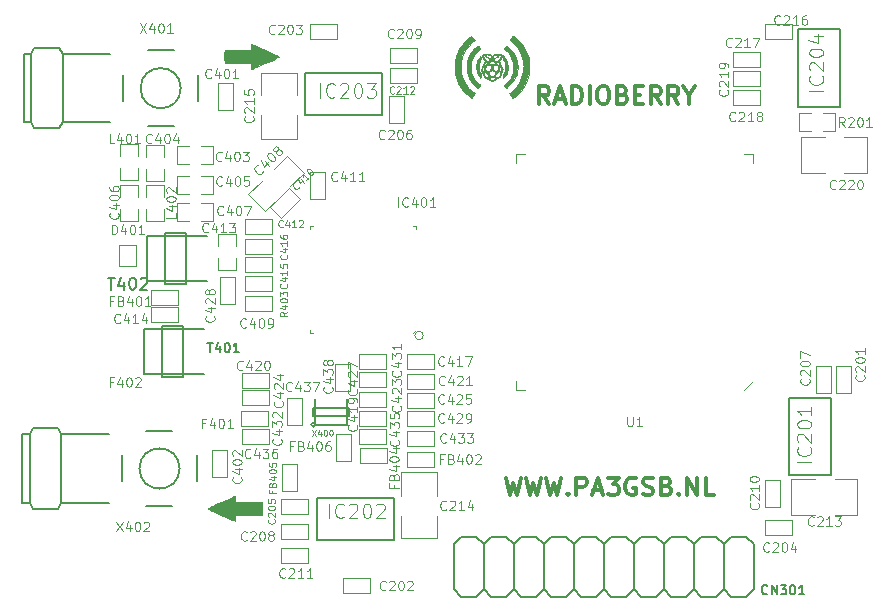
<source format=gto>
G04 #@! TF.FileFunction,Legend,Top*
%FSLAX46Y46*%
G04 Gerber Fmt 4.6, Leading zero omitted, Abs format (unit mm)*
G04 Created by KiCad (PCBNEW 4.0.6) date 11/01/18 16:19:51*
%MOMM*%
%LPD*%
G01*
G04 APERTURE LIST*
%ADD10C,0.100000*%
%ADD11C,0.300000*%
%ADD12C,0.152400*%
%ADD13C,0.203200*%
%ADD14C,0.150000*%
%ADD15C,0.010000*%
%ADD16C,0.127000*%
%ADD17C,0.101600*%
%ADD18C,0.125000*%
G04 APERTURE END LIST*
D10*
D11*
X127407143Y-84828571D02*
X126907143Y-84114286D01*
X126550000Y-84828571D02*
X126550000Y-83328571D01*
X127121428Y-83328571D01*
X127264286Y-83400000D01*
X127335714Y-83471429D01*
X127407143Y-83614286D01*
X127407143Y-83828571D01*
X127335714Y-83971429D01*
X127264286Y-84042857D01*
X127121428Y-84114286D01*
X126550000Y-84114286D01*
X127978571Y-84400000D02*
X128692857Y-84400000D01*
X127835714Y-84828571D02*
X128335714Y-83328571D01*
X128835714Y-84828571D01*
X129335714Y-84828571D02*
X129335714Y-83328571D01*
X129692857Y-83328571D01*
X129907142Y-83400000D01*
X130050000Y-83542857D01*
X130121428Y-83685714D01*
X130192857Y-83971429D01*
X130192857Y-84185714D01*
X130121428Y-84471429D01*
X130050000Y-84614286D01*
X129907142Y-84757143D01*
X129692857Y-84828571D01*
X129335714Y-84828571D01*
X130835714Y-84828571D02*
X130835714Y-83328571D01*
X131835714Y-83328571D02*
X132121428Y-83328571D01*
X132264286Y-83400000D01*
X132407143Y-83542857D01*
X132478571Y-83828571D01*
X132478571Y-84328571D01*
X132407143Y-84614286D01*
X132264286Y-84757143D01*
X132121428Y-84828571D01*
X131835714Y-84828571D01*
X131692857Y-84757143D01*
X131550000Y-84614286D01*
X131478571Y-84328571D01*
X131478571Y-83828571D01*
X131550000Y-83542857D01*
X131692857Y-83400000D01*
X131835714Y-83328571D01*
X133621429Y-84042857D02*
X133835715Y-84114286D01*
X133907143Y-84185714D01*
X133978572Y-84328571D01*
X133978572Y-84542857D01*
X133907143Y-84685714D01*
X133835715Y-84757143D01*
X133692857Y-84828571D01*
X133121429Y-84828571D01*
X133121429Y-83328571D01*
X133621429Y-83328571D01*
X133764286Y-83400000D01*
X133835715Y-83471429D01*
X133907143Y-83614286D01*
X133907143Y-83757143D01*
X133835715Y-83900000D01*
X133764286Y-83971429D01*
X133621429Y-84042857D01*
X133121429Y-84042857D01*
X134621429Y-84042857D02*
X135121429Y-84042857D01*
X135335715Y-84828571D02*
X134621429Y-84828571D01*
X134621429Y-83328571D01*
X135335715Y-83328571D01*
X136835715Y-84828571D02*
X136335715Y-84114286D01*
X135978572Y-84828571D02*
X135978572Y-83328571D01*
X136550000Y-83328571D01*
X136692858Y-83400000D01*
X136764286Y-83471429D01*
X136835715Y-83614286D01*
X136835715Y-83828571D01*
X136764286Y-83971429D01*
X136692858Y-84042857D01*
X136550000Y-84114286D01*
X135978572Y-84114286D01*
X138335715Y-84828571D02*
X137835715Y-84114286D01*
X137478572Y-84828571D02*
X137478572Y-83328571D01*
X138050000Y-83328571D01*
X138192858Y-83400000D01*
X138264286Y-83471429D01*
X138335715Y-83614286D01*
X138335715Y-83828571D01*
X138264286Y-83971429D01*
X138192858Y-84042857D01*
X138050000Y-84114286D01*
X137478572Y-84114286D01*
X139264286Y-84114286D02*
X139264286Y-84828571D01*
X138764286Y-83328571D02*
X139264286Y-84114286D01*
X139764286Y-83328571D01*
X123704286Y-116468571D02*
X124061429Y-117968571D01*
X124347143Y-116897143D01*
X124632857Y-117968571D01*
X124990000Y-116468571D01*
X125418572Y-116468571D02*
X125775715Y-117968571D01*
X126061429Y-116897143D01*
X126347143Y-117968571D01*
X126704286Y-116468571D01*
X127132858Y-116468571D02*
X127490001Y-117968571D01*
X127775715Y-116897143D01*
X128061429Y-117968571D01*
X128418572Y-116468571D01*
X128990001Y-117825714D02*
X129061429Y-117897143D01*
X128990001Y-117968571D01*
X128918572Y-117897143D01*
X128990001Y-117825714D01*
X128990001Y-117968571D01*
X129704287Y-117968571D02*
X129704287Y-116468571D01*
X130275715Y-116468571D01*
X130418573Y-116540000D01*
X130490001Y-116611429D01*
X130561430Y-116754286D01*
X130561430Y-116968571D01*
X130490001Y-117111429D01*
X130418573Y-117182857D01*
X130275715Y-117254286D01*
X129704287Y-117254286D01*
X131132858Y-117540000D02*
X131847144Y-117540000D01*
X130990001Y-117968571D02*
X131490001Y-116468571D01*
X131990001Y-117968571D01*
X132347144Y-116468571D02*
X133275715Y-116468571D01*
X132775715Y-117040000D01*
X132990001Y-117040000D01*
X133132858Y-117111429D01*
X133204287Y-117182857D01*
X133275715Y-117325714D01*
X133275715Y-117682857D01*
X133204287Y-117825714D01*
X133132858Y-117897143D01*
X132990001Y-117968571D01*
X132561429Y-117968571D01*
X132418572Y-117897143D01*
X132347144Y-117825714D01*
X134704286Y-116540000D02*
X134561429Y-116468571D01*
X134347143Y-116468571D01*
X134132858Y-116540000D01*
X133990000Y-116682857D01*
X133918572Y-116825714D01*
X133847143Y-117111429D01*
X133847143Y-117325714D01*
X133918572Y-117611429D01*
X133990000Y-117754286D01*
X134132858Y-117897143D01*
X134347143Y-117968571D01*
X134490000Y-117968571D01*
X134704286Y-117897143D01*
X134775715Y-117825714D01*
X134775715Y-117325714D01*
X134490000Y-117325714D01*
X135347143Y-117897143D02*
X135561429Y-117968571D01*
X135918572Y-117968571D01*
X136061429Y-117897143D01*
X136132858Y-117825714D01*
X136204286Y-117682857D01*
X136204286Y-117540000D01*
X136132858Y-117397143D01*
X136061429Y-117325714D01*
X135918572Y-117254286D01*
X135632858Y-117182857D01*
X135490000Y-117111429D01*
X135418572Y-117040000D01*
X135347143Y-116897143D01*
X135347143Y-116754286D01*
X135418572Y-116611429D01*
X135490000Y-116540000D01*
X135632858Y-116468571D01*
X135990000Y-116468571D01*
X136204286Y-116540000D01*
X137347143Y-117182857D02*
X137561429Y-117254286D01*
X137632857Y-117325714D01*
X137704286Y-117468571D01*
X137704286Y-117682857D01*
X137632857Y-117825714D01*
X137561429Y-117897143D01*
X137418571Y-117968571D01*
X136847143Y-117968571D01*
X136847143Y-116468571D01*
X137347143Y-116468571D01*
X137490000Y-116540000D01*
X137561429Y-116611429D01*
X137632857Y-116754286D01*
X137632857Y-116897143D01*
X137561429Y-117040000D01*
X137490000Y-117111429D01*
X137347143Y-117182857D01*
X136847143Y-117182857D01*
X138347143Y-117825714D02*
X138418571Y-117897143D01*
X138347143Y-117968571D01*
X138275714Y-117897143D01*
X138347143Y-117825714D01*
X138347143Y-117968571D01*
X139061429Y-117968571D02*
X139061429Y-116468571D01*
X139918572Y-117968571D01*
X139918572Y-116468571D01*
X141347144Y-117968571D02*
X140632858Y-117968571D01*
X140632858Y-116468571D01*
D10*
X144620000Y-108310000D02*
X143870000Y-109060000D01*
X125370000Y-109060000D02*
X124620000Y-109060000D01*
X124620000Y-109060000D02*
X124620000Y-108310000D01*
X143870000Y-89060000D02*
X144620000Y-89060000D01*
X144620000Y-89060000D02*
X144620000Y-89810000D01*
X125370000Y-89060000D02*
X124620000Y-89060000D01*
X124620000Y-89060000D02*
X124620000Y-89810000D01*
X116736553Y-104445000D02*
G75*
G03X116736553Y-104445000I-353553J0D01*
G01*
X116133000Y-103945000D02*
X115883000Y-104195000D01*
X107383000Y-104195000D02*
X107133000Y-104195000D01*
X107133000Y-104195000D02*
X107133000Y-103945000D01*
X115883000Y-95195000D02*
X116133000Y-95195000D01*
X116133000Y-95195000D02*
X116133000Y-95445000D01*
X107383000Y-95195000D02*
X107133000Y-95195000D01*
X107133000Y-95195000D02*
X107133000Y-95445000D01*
X151665000Y-109343000D02*
X151665000Y-107057000D01*
X151665000Y-107057000D02*
X152935000Y-107057000D01*
X152935000Y-107057000D02*
X152935000Y-109343000D01*
X152935000Y-109343000D02*
X151665000Y-109343000D01*
X112243000Y-126235000D02*
X109957000Y-126235000D01*
X109957000Y-126235000D02*
X109957000Y-124965000D01*
X109957000Y-124965000D02*
X112243000Y-124965000D01*
X112243000Y-124965000D02*
X112243000Y-126235000D01*
X107157000Y-78065000D02*
X109443000Y-78065000D01*
X109443000Y-78065000D02*
X109443000Y-79335000D01*
X109443000Y-79335000D02*
X107157000Y-79335000D01*
X107157000Y-79335000D02*
X107157000Y-78065000D01*
X147943000Y-121335000D02*
X145657000Y-121335000D01*
X145657000Y-121335000D02*
X145657000Y-120065000D01*
X145657000Y-120065000D02*
X147943000Y-120065000D01*
X147943000Y-120065000D02*
X147943000Y-121335000D01*
X104657000Y-118265000D02*
X106943000Y-118265000D01*
X106943000Y-118265000D02*
X106943000Y-119535000D01*
X106943000Y-119535000D02*
X104657000Y-119535000D01*
X104657000Y-119535000D02*
X104657000Y-118265000D01*
X113865000Y-86443000D02*
X113865000Y-84157000D01*
X113865000Y-84157000D02*
X115135000Y-84157000D01*
X115135000Y-84157000D02*
X115135000Y-86443000D01*
X115135000Y-86443000D02*
X113865000Y-86443000D01*
X149965000Y-109343000D02*
X149965000Y-107057000D01*
X149965000Y-107057000D02*
X151235000Y-107057000D01*
X151235000Y-107057000D02*
X151235000Y-109343000D01*
X151235000Y-109343000D02*
X149965000Y-109343000D01*
X104657000Y-120365000D02*
X106943000Y-120365000D01*
X106943000Y-120365000D02*
X106943000Y-121635000D01*
X106943000Y-121635000D02*
X104657000Y-121635000D01*
X104657000Y-121635000D02*
X104657000Y-120365000D01*
X116243000Y-81335000D02*
X113957000Y-81335000D01*
X113957000Y-81335000D02*
X113957000Y-80065000D01*
X113957000Y-80065000D02*
X116243000Y-80065000D01*
X116243000Y-80065000D02*
X116243000Y-81335000D01*
X146935000Y-116657000D02*
X146935000Y-118943000D01*
X146935000Y-118943000D02*
X145665000Y-118943000D01*
X145665000Y-118943000D02*
X145665000Y-116657000D01*
X145665000Y-116657000D02*
X146935000Y-116657000D01*
X104657000Y-122465000D02*
X106943000Y-122465000D01*
X106943000Y-122465000D02*
X106943000Y-123735000D01*
X106943000Y-123735000D02*
X104657000Y-123735000D01*
X104657000Y-123735000D02*
X104657000Y-122465000D01*
X116243000Y-83035000D02*
X113957000Y-83035000D01*
X113957000Y-83035000D02*
X113957000Y-81765000D01*
X113957000Y-81765000D02*
X116243000Y-81765000D01*
X116243000Y-81765000D02*
X116243000Y-83035000D01*
X147906000Y-116576000D02*
X147906000Y-119624000D01*
X151589000Y-119624000D02*
X153494000Y-119624000D01*
X153494000Y-119624000D02*
X153494000Y-116576000D01*
X153494000Y-116576000D02*
X151589000Y-116576000D01*
X149938000Y-116576000D02*
X147906000Y-116576000D01*
X147906000Y-119624000D02*
X149938000Y-119624000D01*
X117924000Y-116006000D02*
X114876000Y-116006000D01*
X114876000Y-119689000D02*
X114876000Y-121594000D01*
X114876000Y-121594000D02*
X117924000Y-121594000D01*
X117924000Y-121594000D02*
X117924000Y-119689000D01*
X117924000Y-118038000D02*
X117924000Y-116006000D01*
X114876000Y-116006000D02*
X114876000Y-118038000D01*
X102976000Y-87794000D02*
X106024000Y-87794000D01*
X106024000Y-84111000D02*
X106024000Y-82206000D01*
X106024000Y-82206000D02*
X102976000Y-82206000D01*
X102976000Y-82206000D02*
X102976000Y-84111000D01*
X102976000Y-85762000D02*
X102976000Y-87794000D01*
X106024000Y-87794000D02*
X106024000Y-85762000D01*
X147943000Y-79335000D02*
X145657000Y-79335000D01*
X145657000Y-79335000D02*
X145657000Y-78065000D01*
X145657000Y-78065000D02*
X147943000Y-78065000D01*
X147943000Y-78065000D02*
X147943000Y-79335000D01*
X145283000Y-81695000D02*
X142997000Y-81695000D01*
X142997000Y-81695000D02*
X142997000Y-80425000D01*
X142997000Y-80425000D02*
X145283000Y-80425000D01*
X145283000Y-80425000D02*
X145283000Y-81695000D01*
X145223000Y-84895000D02*
X142937000Y-84895000D01*
X142937000Y-84895000D02*
X142937000Y-83625000D01*
X142937000Y-83625000D02*
X145223000Y-83625000D01*
X145223000Y-83625000D02*
X145223000Y-84895000D01*
X145203000Y-83325000D02*
X142917000Y-83325000D01*
X142917000Y-83325000D02*
X142917000Y-82055000D01*
X142917000Y-82055000D02*
X145203000Y-82055000D01*
X145203000Y-82055000D02*
X145203000Y-83325000D01*
X148706000Y-87676000D02*
X148706000Y-90724000D01*
X152389000Y-90724000D02*
X154294000Y-90724000D01*
X154294000Y-90724000D02*
X154294000Y-87676000D01*
X154294000Y-87676000D02*
X152389000Y-87676000D01*
X150738000Y-87676000D02*
X148706000Y-87676000D01*
X148706000Y-90724000D02*
X150738000Y-90724000D01*
X99314000Y-85344000D02*
X99314000Y-83058000D01*
X99314000Y-83058000D02*
X100584000Y-83058000D01*
X100584000Y-83058000D02*
X100584000Y-85344000D01*
X100584000Y-85344000D02*
X99314000Y-85344000D01*
X100125000Y-114117000D02*
X100125000Y-116403000D01*
X100125000Y-116403000D02*
X98855000Y-116403000D01*
X98855000Y-116403000D02*
X98855000Y-114117000D01*
X98855000Y-114117000D02*
X100125000Y-114117000D01*
X96901000Y-89916000D02*
X95885000Y-89916000D01*
X95885000Y-89916000D02*
X95885000Y-88392000D01*
X95885000Y-88392000D02*
X96901000Y-88392000D01*
X97917000Y-88392000D02*
X98933000Y-88392000D01*
X98933000Y-88392000D02*
X98933000Y-89916000D01*
X98933000Y-89916000D02*
X97917000Y-89916000D01*
X92583000Y-90297000D02*
X92583000Y-91313000D01*
X92583000Y-91313000D02*
X91059000Y-91313000D01*
X91059000Y-91313000D02*
X91059000Y-90297000D01*
X91059000Y-89281000D02*
X91059000Y-88265000D01*
X91059000Y-88265000D02*
X92583000Y-88265000D01*
X92583000Y-88265000D02*
X92583000Y-89281000D01*
X96901000Y-92456000D02*
X95885000Y-92456000D01*
X95885000Y-92456000D02*
X95885000Y-90932000D01*
X95885000Y-90932000D02*
X96901000Y-90932000D01*
X97917000Y-90932000D02*
X98933000Y-90932000D01*
X98933000Y-90932000D02*
X98933000Y-92456000D01*
X98933000Y-92456000D02*
X97917000Y-92456000D01*
X92583000Y-93726000D02*
X92583000Y-94742000D01*
X92583000Y-94742000D02*
X91059000Y-94742000D01*
X91059000Y-94742000D02*
X91059000Y-93726000D01*
X91059000Y-92710000D02*
X91059000Y-91694000D01*
X91059000Y-91694000D02*
X92583000Y-91694000D01*
X92583000Y-91694000D02*
X92583000Y-92710000D01*
X96901000Y-94742000D02*
X95885000Y-94742000D01*
X95885000Y-94742000D02*
X95885000Y-93218000D01*
X95885000Y-93218000D02*
X96901000Y-93218000D01*
X97917000Y-93218000D02*
X98933000Y-93218000D01*
X98933000Y-93218000D02*
X98933000Y-94742000D01*
X98933000Y-94742000D02*
X97917000Y-94742000D01*
X105469082Y-91779132D02*
X106600452Y-90647761D01*
X106600452Y-90647761D02*
X105186239Y-89233548D01*
X105186239Y-89233548D02*
X104054868Y-90364918D01*
X103064918Y-91354868D02*
X101933548Y-92486239D01*
X101933548Y-92486239D02*
X103347761Y-93900452D01*
X103347761Y-93900452D02*
X104479132Y-92769082D01*
X101600000Y-101092000D02*
X103886000Y-101092000D01*
X103886000Y-101092000D02*
X103886000Y-102362000D01*
X103886000Y-102362000D02*
X101600000Y-102362000D01*
X101600000Y-102362000D02*
X101600000Y-101092000D01*
X103771764Y-93577210D02*
X105388210Y-91960764D01*
X105388210Y-91960764D02*
X106286236Y-92858790D01*
X106286236Y-92858790D02*
X104669790Y-94475236D01*
X104669790Y-94475236D02*
X103771764Y-93577210D01*
X108425000Y-90617000D02*
X108425000Y-92903000D01*
X108425000Y-92903000D02*
X107155000Y-92903000D01*
X107155000Y-92903000D02*
X107155000Y-90617000D01*
X107155000Y-90617000D02*
X108425000Y-90617000D01*
X101600000Y-94615000D02*
X103886000Y-94615000D01*
X103886000Y-94615000D02*
X103886000Y-95885000D01*
X103886000Y-95885000D02*
X101600000Y-95885000D01*
X101600000Y-95885000D02*
X101600000Y-94615000D01*
X100838000Y-97917000D02*
X100838000Y-98933000D01*
X100838000Y-98933000D02*
X99314000Y-98933000D01*
X99314000Y-98933000D02*
X99314000Y-97917000D01*
X99314000Y-96901000D02*
X99314000Y-95885000D01*
X99314000Y-95885000D02*
X100838000Y-95885000D01*
X100838000Y-95885000D02*
X100838000Y-96901000D01*
X95943000Y-103335000D02*
X93657000Y-103335000D01*
X93657000Y-103335000D02*
X93657000Y-102065000D01*
X93657000Y-102065000D02*
X95943000Y-102065000D01*
X95943000Y-102065000D02*
X95943000Y-103335000D01*
X103886000Y-99060000D02*
X101600000Y-99060000D01*
X101600000Y-99060000D02*
X101600000Y-97790000D01*
X101600000Y-97790000D02*
X103886000Y-97790000D01*
X103886000Y-97790000D02*
X103886000Y-99060000D01*
X103886000Y-97536000D02*
X101600000Y-97536000D01*
X101600000Y-97536000D02*
X101600000Y-96266000D01*
X101600000Y-96266000D02*
X103886000Y-96266000D01*
X103886000Y-96266000D02*
X103886000Y-97536000D01*
X115316000Y-106045000D02*
X117602000Y-106045000D01*
X117602000Y-106045000D02*
X117602000Y-107315000D01*
X117602000Y-107315000D02*
X115316000Y-107315000D01*
X115316000Y-107315000D02*
X115316000Y-106045000D01*
X113582000Y-112141000D02*
X111296000Y-112141000D01*
X111296000Y-112141000D02*
X111296000Y-110871000D01*
X111296000Y-110871000D02*
X113582000Y-110871000D01*
X113582000Y-110871000D02*
X113582000Y-112141000D01*
X103673000Y-108855000D02*
X101387000Y-108855000D01*
X101387000Y-108855000D02*
X101387000Y-107585000D01*
X101387000Y-107585000D02*
X103673000Y-107585000D01*
X103673000Y-107585000D02*
X103673000Y-108855000D01*
X115316000Y-107696000D02*
X117602000Y-107696000D01*
X117602000Y-107696000D02*
X117602000Y-108966000D01*
X117602000Y-108966000D02*
X115316000Y-108966000D01*
X115316000Y-108966000D02*
X115316000Y-107696000D01*
X113582000Y-110490000D02*
X111296000Y-110490000D01*
X111296000Y-110490000D02*
X111296000Y-109220000D01*
X111296000Y-109220000D02*
X113582000Y-109220000D01*
X113582000Y-109220000D02*
X113582000Y-110490000D01*
X103673000Y-110345000D02*
X101387000Y-110345000D01*
X101387000Y-110345000D02*
X101387000Y-109075000D01*
X101387000Y-109075000D02*
X103673000Y-109075000D01*
X103673000Y-109075000D02*
X103673000Y-110345000D01*
X115316000Y-109347000D02*
X117602000Y-109347000D01*
X117602000Y-109347000D02*
X117602000Y-110617000D01*
X117602000Y-110617000D02*
X115316000Y-110617000D01*
X115316000Y-110617000D02*
X115316000Y-109347000D01*
X113582000Y-108839000D02*
X111296000Y-108839000D01*
X111296000Y-108839000D02*
X111296000Y-107569000D01*
X111296000Y-107569000D02*
X113582000Y-107569000D01*
X113582000Y-107569000D02*
X113582000Y-108839000D01*
X99535000Y-101783000D02*
X99535000Y-99497000D01*
X99535000Y-99497000D02*
X100805000Y-99497000D01*
X100805000Y-99497000D02*
X100805000Y-101783000D01*
X100805000Y-101783000D02*
X99535000Y-101783000D01*
X115316000Y-110871000D02*
X117602000Y-110871000D01*
X117602000Y-110871000D02*
X117602000Y-112141000D01*
X117602000Y-112141000D02*
X115316000Y-112141000D01*
X115316000Y-112141000D02*
X115316000Y-110871000D01*
X113582000Y-107315000D02*
X111296000Y-107315000D01*
X111296000Y-107315000D02*
X111296000Y-106045000D01*
X111296000Y-106045000D02*
X113582000Y-106045000D01*
X113582000Y-106045000D02*
X113582000Y-107315000D01*
X103593000Y-112095000D02*
X101307000Y-112095000D01*
X101307000Y-112095000D02*
X101307000Y-110825000D01*
X101307000Y-110825000D02*
X103593000Y-110825000D01*
X103593000Y-110825000D02*
X103593000Y-112095000D01*
X115316000Y-112522000D02*
X117602000Y-112522000D01*
X117602000Y-112522000D02*
X117602000Y-113792000D01*
X117602000Y-113792000D02*
X115316000Y-113792000D01*
X115316000Y-113792000D02*
X115316000Y-112522000D01*
X113582000Y-113665000D02*
X111296000Y-113665000D01*
X111296000Y-113665000D02*
X111296000Y-112395000D01*
X111296000Y-112395000D02*
X113582000Y-112395000D01*
X113582000Y-112395000D02*
X113582000Y-113665000D01*
X103633000Y-113635000D02*
X101347000Y-113635000D01*
X101347000Y-113635000D02*
X101347000Y-112365000D01*
X101347000Y-112365000D02*
X103633000Y-112365000D01*
X103633000Y-112365000D02*
X103633000Y-113635000D01*
X106435000Y-109757000D02*
X106435000Y-112043000D01*
X106435000Y-112043000D02*
X105165000Y-112043000D01*
X105165000Y-112043000D02*
X105165000Y-109757000D01*
X105165000Y-109757000D02*
X106435000Y-109757000D01*
D12*
X144700000Y-122095000D02*
X144065000Y-121460000D01*
X142795000Y-121460000D02*
X142160000Y-122095000D01*
X142160000Y-122095000D02*
X141525000Y-121460000D01*
X140255000Y-121460000D02*
X139620000Y-122095000D01*
X139620000Y-122095000D02*
X138985000Y-121460000D01*
X137715000Y-121460000D02*
X137080000Y-122095000D01*
X137080000Y-122095000D02*
X136445000Y-121460000D01*
X135175000Y-121460000D02*
X134540000Y-122095000D01*
X134540000Y-122095000D02*
X133905000Y-121460000D01*
X132635000Y-121460000D02*
X132000000Y-122095000D01*
X132000000Y-122095000D02*
X131365000Y-121460000D01*
X130095000Y-121460000D02*
X129460000Y-122095000D01*
X144700000Y-122095000D02*
X144700000Y-125905000D01*
X144700000Y-125905000D02*
X144065000Y-126540000D01*
X144065000Y-126540000D02*
X142795000Y-126540000D01*
X142795000Y-126540000D02*
X142160000Y-125905000D01*
X142160000Y-125905000D02*
X141525000Y-126540000D01*
X141525000Y-126540000D02*
X140255000Y-126540000D01*
X140255000Y-126540000D02*
X139620000Y-125905000D01*
X139620000Y-125905000D02*
X138985000Y-126540000D01*
X138985000Y-126540000D02*
X137715000Y-126540000D01*
X137715000Y-126540000D02*
X137080000Y-125905000D01*
X137080000Y-125905000D02*
X136445000Y-126540000D01*
X136445000Y-126540000D02*
X135175000Y-126540000D01*
X135175000Y-126540000D02*
X134540000Y-125905000D01*
X134540000Y-125905000D02*
X133905000Y-126540000D01*
X133905000Y-126540000D02*
X132635000Y-126540000D01*
X132635000Y-126540000D02*
X132000000Y-125905000D01*
X132000000Y-125905000D02*
X131365000Y-126540000D01*
X131365000Y-126540000D02*
X130095000Y-126540000D01*
X130095000Y-126540000D02*
X129460000Y-125905000D01*
X129460000Y-125905000D02*
X128825000Y-126540000D01*
X128825000Y-126540000D02*
X127555000Y-126540000D01*
X127555000Y-126540000D02*
X126920000Y-125905000D01*
X126920000Y-125905000D02*
X126285000Y-126540000D01*
X126285000Y-126540000D02*
X125015000Y-126540000D01*
X125015000Y-126540000D02*
X124380000Y-125905000D01*
X124380000Y-125905000D02*
X123745000Y-126540000D01*
X123745000Y-126540000D02*
X122475000Y-126540000D01*
X122475000Y-126540000D02*
X121840000Y-125905000D01*
X121840000Y-122095000D02*
X122475000Y-121460000D01*
X124380000Y-122095000D02*
X123745000Y-121460000D01*
X124380000Y-122095000D02*
X125015000Y-121460000D01*
X126920000Y-122095000D02*
X126285000Y-121460000D01*
X126920000Y-122095000D02*
X127555000Y-121460000D01*
X129460000Y-122095000D02*
X128825000Y-121460000D01*
X142160000Y-125905000D02*
X142160000Y-122095000D01*
X139620000Y-125905000D02*
X139620000Y-122095000D01*
X137080000Y-125905000D02*
X137080000Y-122095000D01*
X134540000Y-125905000D02*
X134540000Y-122095000D01*
X132000000Y-125905000D02*
X132000000Y-122095000D01*
X129460000Y-125905000D02*
X129460000Y-122095000D01*
X126920000Y-125905000D02*
X126920000Y-122095000D01*
X124380000Y-125905000D02*
X124380000Y-122095000D01*
X121840000Y-125905000D02*
X121840000Y-122095000D01*
X123745000Y-121460000D02*
X122475000Y-121460000D01*
X126285000Y-121460000D02*
X125015000Y-121460000D01*
X128825000Y-121460000D02*
X127555000Y-121460000D01*
X131365000Y-121460000D02*
X130095000Y-121460000D01*
X133905000Y-121460000D02*
X132635000Y-121460000D01*
X136445000Y-121460000D02*
X135175000Y-121460000D01*
X138985000Y-121460000D02*
X137715000Y-121460000D01*
X141525000Y-121460000D02*
X140255000Y-121460000D01*
X144065000Y-121460000D02*
X142795000Y-121460000D01*
X121840000Y-125905000D02*
X121205000Y-126540000D01*
X121205000Y-126540000D02*
X119935000Y-126540000D01*
X119935000Y-126540000D02*
X119300000Y-125905000D01*
X119300000Y-122095000D02*
X119935000Y-121460000D01*
X121840000Y-122095000D02*
X121205000Y-121460000D01*
X119300000Y-125905000D02*
X119300000Y-122095000D01*
X121205000Y-121460000D02*
X119935000Y-121460000D01*
D10*
X90992960Y-96763840D02*
X90992960Y-98562160D01*
X90992960Y-98562160D02*
X92395040Y-98562160D01*
X92395040Y-98562160D02*
X92395040Y-96763840D01*
X92395040Y-96763840D02*
X90992960Y-96763840D01*
X93657000Y-100565000D02*
X95943000Y-100565000D01*
X95943000Y-100565000D02*
X95943000Y-101835000D01*
X95943000Y-101835000D02*
X93657000Y-101835000D01*
X93657000Y-101835000D02*
X93657000Y-100565000D01*
X115357000Y-114265000D02*
X117643000Y-114265000D01*
X117643000Y-114265000D02*
X117643000Y-115535000D01*
X117643000Y-115535000D02*
X115357000Y-115535000D01*
X115357000Y-115535000D02*
X115357000Y-114265000D01*
X113643000Y-115235000D02*
X111357000Y-115235000D01*
X111357000Y-115235000D02*
X111357000Y-113965000D01*
X111357000Y-113965000D02*
X113643000Y-113965000D01*
X113643000Y-113965000D02*
X113643000Y-115235000D01*
X106035000Y-115357000D02*
X106035000Y-117643000D01*
X106035000Y-117643000D02*
X104765000Y-117643000D01*
X104765000Y-117643000D02*
X104765000Y-115357000D01*
X104765000Y-115357000D02*
X106035000Y-115357000D01*
X110635000Y-112757000D02*
X110635000Y-115043000D01*
X110635000Y-115043000D02*
X109365000Y-115043000D01*
X109365000Y-115043000D02*
X109365000Y-112757000D01*
X109365000Y-112757000D02*
X110635000Y-112757000D01*
D13*
X147722000Y-109723000D02*
X151278000Y-109723000D01*
X151278000Y-109723000D02*
X151278000Y-116277000D01*
X151278000Y-116277000D02*
X147722000Y-116277000D01*
X147722000Y-116277000D02*
X147722000Y-109723000D01*
X114277000Y-118222000D02*
X114277000Y-121778000D01*
X114277000Y-121778000D02*
X107723000Y-121778000D01*
X107723000Y-121778000D02*
X107723000Y-118222000D01*
X107723000Y-118222000D02*
X114277000Y-118222000D01*
X106723000Y-85778000D02*
X106723000Y-82222000D01*
X106723000Y-82222000D02*
X113277000Y-82222000D01*
X113277000Y-82222000D02*
X113277000Y-85778000D01*
X113277000Y-85778000D02*
X106723000Y-85778000D01*
X148422000Y-78523000D02*
X151978000Y-78523000D01*
X151978000Y-78523000D02*
X151978000Y-85077000D01*
X151978000Y-85077000D02*
X148422000Y-85077000D01*
X148422000Y-85077000D02*
X148422000Y-78523000D01*
D10*
X93238000Y-89292000D02*
X93238000Y-88276000D01*
X93238000Y-88276000D02*
X94762000Y-88276000D01*
X94762000Y-88276000D02*
X94762000Y-89292000D01*
X94762000Y-90308000D02*
X94762000Y-91324000D01*
X94762000Y-91324000D02*
X93238000Y-91324000D01*
X93238000Y-91324000D02*
X93238000Y-90308000D01*
X93218000Y-92710000D02*
X93218000Y-91694000D01*
X93218000Y-91694000D02*
X94742000Y-91694000D01*
X94742000Y-91694000D02*
X94742000Y-92710000D01*
X94742000Y-93726000D02*
X94742000Y-94742000D01*
X94742000Y-94742000D02*
X93218000Y-94742000D01*
X93218000Y-94742000D02*
X93218000Y-93726000D01*
X150608000Y-85638000D02*
X151624000Y-85638000D01*
X151624000Y-85638000D02*
X151624000Y-87162000D01*
X151624000Y-87162000D02*
X150608000Y-87162000D01*
X149592000Y-87162000D02*
X148576000Y-87162000D01*
X148576000Y-87162000D02*
X148576000Y-85638000D01*
X148576000Y-85638000D02*
X149592000Y-85638000D01*
X103886000Y-100711000D02*
X101600000Y-100711000D01*
X101600000Y-100711000D02*
X101600000Y-99441000D01*
X101600000Y-99441000D02*
X103886000Y-99441000D01*
X103886000Y-99441000D02*
X103886000Y-100711000D01*
D14*
X94615000Y-107950000D02*
X94615000Y-103632000D01*
X94615000Y-103632000D02*
X96393000Y-103632000D01*
X96393000Y-103632000D02*
X96393000Y-107950000D01*
X96393000Y-107950000D02*
X94615000Y-107950000D01*
X98171000Y-103886000D02*
X93091000Y-103886000D01*
X93091000Y-103886000D02*
X93091000Y-107696000D01*
X93091000Y-107696000D02*
X98171000Y-107696000D01*
X94869000Y-100076000D02*
X94869000Y-95758000D01*
X94869000Y-95758000D02*
X96647000Y-95758000D01*
X96647000Y-95758000D02*
X96647000Y-100076000D01*
X96647000Y-100076000D02*
X94869000Y-100076000D01*
X98425000Y-96012000D02*
X93345000Y-96012000D01*
X93345000Y-96012000D02*
X93345000Y-99822000D01*
X93345000Y-99822000D02*
X98425000Y-99822000D01*
X107608353Y-111993700D02*
G75*
G03X107608353Y-111993700I-178253J0D01*
G01*
X107430100Y-110558600D02*
X107430100Y-111244400D01*
X107430100Y-111244400D02*
X110414600Y-111257100D01*
X110414600Y-111257100D02*
X110414600Y-110584000D01*
X110414600Y-110584000D02*
X107430100Y-110571300D01*
X107557100Y-109822000D02*
X107557100Y-112044500D01*
X107557100Y-112044500D02*
X110300300Y-112044500D01*
X110300300Y-112044500D02*
X110300300Y-109783900D01*
D13*
X96200000Y-83500000D02*
G75*
G03X96200000Y-83500000I-1700000J0D01*
G01*
X95600000Y-86700000D02*
X93400000Y-86700000D01*
X91300000Y-84600000D02*
X91300000Y-82400000D01*
X93400000Y-80300000D02*
X95600000Y-80300000D01*
X97700000Y-82400000D02*
X97700000Y-84600000D01*
X90200000Y-86400000D02*
X86200000Y-86400000D01*
X86200000Y-86400000D02*
X85900000Y-86900000D01*
X83800000Y-86900000D02*
X83500000Y-86400000D01*
X83500000Y-86400000D02*
X82900000Y-86400000D01*
X82900000Y-80600000D02*
X82900000Y-86400000D01*
X85900000Y-86900000D02*
X83800000Y-86900000D01*
X90200000Y-80600000D02*
X86200000Y-80600000D01*
X86200000Y-80600000D02*
X85900000Y-80100000D01*
X83800000Y-80100000D02*
X83500000Y-80600000D01*
X83500000Y-80600000D02*
X82900000Y-80600000D01*
X85900000Y-80100000D02*
X83800000Y-80100000D01*
X83500000Y-80600000D02*
X83500000Y-86400000D01*
X86200000Y-80600000D02*
X86200000Y-86400000D01*
X96100000Y-115700000D02*
G75*
G03X96100000Y-115700000I-1700000J0D01*
G01*
X95500000Y-118900000D02*
X93300000Y-118900000D01*
X91200000Y-116800000D02*
X91200000Y-114600000D01*
X93300000Y-112500000D02*
X95500000Y-112500000D01*
X97600000Y-114600000D02*
X97600000Y-116800000D01*
X90100000Y-118600000D02*
X86100000Y-118600000D01*
X86100000Y-118600000D02*
X85800000Y-119100000D01*
X83700000Y-119100000D02*
X83400000Y-118600000D01*
X83400000Y-118600000D02*
X82800000Y-118600000D01*
X82800000Y-112800000D02*
X82800000Y-118600000D01*
X85800000Y-119100000D02*
X83700000Y-119100000D01*
X90100000Y-112800000D02*
X86100000Y-112800000D01*
X86100000Y-112800000D02*
X85800000Y-112300000D01*
X83700000Y-112300000D02*
X83400000Y-112800000D01*
X83400000Y-112800000D02*
X82800000Y-112800000D01*
X85800000Y-112300000D02*
X83700000Y-112300000D01*
X83400000Y-112800000D02*
X83400000Y-118600000D01*
X86100000Y-112800000D02*
X86100000Y-118600000D01*
D15*
G36*
X102197439Y-79782804D02*
X102276519Y-79811696D01*
X102396276Y-79859183D01*
X102551294Y-79923014D01*
X102736160Y-80000939D01*
X102945461Y-80090708D01*
X103173782Y-80190072D01*
X103342727Y-80264441D01*
X103625626Y-80389986D01*
X103860466Y-80495268D01*
X104051104Y-80582169D01*
X104201399Y-80652574D01*
X104315210Y-80708364D01*
X104396395Y-80751423D01*
X104448812Y-80783634D01*
X104476320Y-80806878D01*
X104483000Y-80820868D01*
X104473372Y-80838155D01*
X104441914Y-80862943D01*
X104384767Y-80897127D01*
X104298071Y-80942603D01*
X104177966Y-81001269D01*
X104020592Y-81075021D01*
X103822090Y-81165756D01*
X103578599Y-81275371D01*
X103354111Y-81375575D01*
X103117176Y-81480766D01*
X102895754Y-81578519D01*
X102695244Y-81666490D01*
X102521044Y-81742337D01*
X102378554Y-81803716D01*
X102273172Y-81848284D01*
X102210297Y-81873696D01*
X102194648Y-81878840D01*
X102149371Y-81864287D01*
X102145259Y-81860741D01*
X102136606Y-81825600D01*
X102130052Y-81748554D01*
X102126677Y-81644133D01*
X102126445Y-81607068D01*
X102126445Y-81372211D01*
X101018722Y-81364827D01*
X99911000Y-81357444D01*
X99903295Y-80839008D01*
X99901681Y-80625448D01*
X99904094Y-80465390D01*
X99910658Y-80356026D01*
X99921496Y-80294550D01*
X99927917Y-80281619D01*
X99945304Y-80271398D01*
X99982124Y-80263052D01*
X100043293Y-80256411D01*
X100133728Y-80251301D01*
X100258345Y-80247552D01*
X100422059Y-80244992D01*
X100629787Y-80243449D01*
X100886446Y-80242752D01*
X101043345Y-80242667D01*
X102126445Y-80242667D01*
X102126445Y-80016003D01*
X102129671Y-79890280D01*
X102140121Y-79813325D01*
X102158953Y-79777789D01*
X102164449Y-79774756D01*
X102197439Y-79782804D01*
X102197439Y-79782804D01*
G37*
X102197439Y-79782804D02*
X102276519Y-79811696D01*
X102396276Y-79859183D01*
X102551294Y-79923014D01*
X102736160Y-80000939D01*
X102945461Y-80090708D01*
X103173782Y-80190072D01*
X103342727Y-80264441D01*
X103625626Y-80389986D01*
X103860466Y-80495268D01*
X104051104Y-80582169D01*
X104201399Y-80652574D01*
X104315210Y-80708364D01*
X104396395Y-80751423D01*
X104448812Y-80783634D01*
X104476320Y-80806878D01*
X104483000Y-80820868D01*
X104473372Y-80838155D01*
X104441914Y-80862943D01*
X104384767Y-80897127D01*
X104298071Y-80942603D01*
X104177966Y-81001269D01*
X104020592Y-81075021D01*
X103822090Y-81165756D01*
X103578599Y-81275371D01*
X103354111Y-81375575D01*
X103117176Y-81480766D01*
X102895754Y-81578519D01*
X102695244Y-81666490D01*
X102521044Y-81742337D01*
X102378554Y-81803716D01*
X102273172Y-81848284D01*
X102210297Y-81873696D01*
X102194648Y-81878840D01*
X102149371Y-81864287D01*
X102145259Y-81860741D01*
X102136606Y-81825600D01*
X102130052Y-81748554D01*
X102126677Y-81644133D01*
X102126445Y-81607068D01*
X102126445Y-81372211D01*
X101018722Y-81364827D01*
X99911000Y-81357444D01*
X99903295Y-80839008D01*
X99901681Y-80625448D01*
X99904094Y-80465390D01*
X99910658Y-80356026D01*
X99921496Y-80294550D01*
X99927917Y-80281619D01*
X99945304Y-80271398D01*
X99982124Y-80263052D01*
X100043293Y-80256411D01*
X100133728Y-80251301D01*
X100258345Y-80247552D01*
X100422059Y-80244992D01*
X100629787Y-80243449D01*
X100886446Y-80242752D01*
X101043345Y-80242667D01*
X102126445Y-80242667D01*
X102126445Y-80016003D01*
X102129671Y-79890280D01*
X102140121Y-79813325D01*
X102158953Y-79777789D01*
X102164449Y-79774756D01*
X102197439Y-79782804D01*
G36*
X100762561Y-120127196D02*
X100683481Y-120098304D01*
X100563724Y-120050817D01*
X100408706Y-119986986D01*
X100223840Y-119909061D01*
X100014539Y-119819292D01*
X99786218Y-119719928D01*
X99617273Y-119645559D01*
X99334374Y-119520014D01*
X99099534Y-119414732D01*
X98908896Y-119327831D01*
X98758601Y-119257426D01*
X98644790Y-119201636D01*
X98563605Y-119158577D01*
X98511188Y-119126366D01*
X98483680Y-119103122D01*
X98477000Y-119089132D01*
X98486628Y-119071845D01*
X98518086Y-119047057D01*
X98575233Y-119012873D01*
X98661929Y-118967397D01*
X98782034Y-118908731D01*
X98939408Y-118834979D01*
X99137910Y-118744244D01*
X99381401Y-118634629D01*
X99605889Y-118534425D01*
X99842824Y-118429234D01*
X100064246Y-118331481D01*
X100264756Y-118243510D01*
X100438956Y-118167663D01*
X100581446Y-118106284D01*
X100686828Y-118061716D01*
X100749703Y-118036304D01*
X100765352Y-118031160D01*
X100810629Y-118045713D01*
X100814741Y-118049259D01*
X100823394Y-118084400D01*
X100829948Y-118161446D01*
X100833323Y-118265867D01*
X100833555Y-118302932D01*
X100833555Y-118537789D01*
X101941278Y-118545173D01*
X103049000Y-118552556D01*
X103056705Y-119070992D01*
X103058319Y-119284552D01*
X103055906Y-119444610D01*
X103049342Y-119553974D01*
X103038504Y-119615450D01*
X103032083Y-119628381D01*
X103014696Y-119638602D01*
X102977876Y-119646948D01*
X102916707Y-119653589D01*
X102826272Y-119658699D01*
X102701655Y-119662448D01*
X102537941Y-119665008D01*
X102330213Y-119666551D01*
X102073554Y-119667248D01*
X101916655Y-119667333D01*
X100833555Y-119667333D01*
X100833555Y-119893997D01*
X100830329Y-120019720D01*
X100819879Y-120096675D01*
X100801047Y-120132211D01*
X100795551Y-120135244D01*
X100762561Y-120127196D01*
X100762561Y-120127196D01*
G37*
X100762561Y-120127196D02*
X100683481Y-120098304D01*
X100563724Y-120050817D01*
X100408706Y-119986986D01*
X100223840Y-119909061D01*
X100014539Y-119819292D01*
X99786218Y-119719928D01*
X99617273Y-119645559D01*
X99334374Y-119520014D01*
X99099534Y-119414732D01*
X98908896Y-119327831D01*
X98758601Y-119257426D01*
X98644790Y-119201636D01*
X98563605Y-119158577D01*
X98511188Y-119126366D01*
X98483680Y-119103122D01*
X98477000Y-119089132D01*
X98486628Y-119071845D01*
X98518086Y-119047057D01*
X98575233Y-119012873D01*
X98661929Y-118967397D01*
X98782034Y-118908731D01*
X98939408Y-118834979D01*
X99137910Y-118744244D01*
X99381401Y-118634629D01*
X99605889Y-118534425D01*
X99842824Y-118429234D01*
X100064246Y-118331481D01*
X100264756Y-118243510D01*
X100438956Y-118167663D01*
X100581446Y-118106284D01*
X100686828Y-118061716D01*
X100749703Y-118036304D01*
X100765352Y-118031160D01*
X100810629Y-118045713D01*
X100814741Y-118049259D01*
X100823394Y-118084400D01*
X100829948Y-118161446D01*
X100833323Y-118265867D01*
X100833555Y-118302932D01*
X100833555Y-118537789D01*
X101941278Y-118545173D01*
X103049000Y-118552556D01*
X103056705Y-119070992D01*
X103058319Y-119284552D01*
X103055906Y-119444610D01*
X103049342Y-119553974D01*
X103038504Y-119615450D01*
X103032083Y-119628381D01*
X103014696Y-119638602D01*
X102977876Y-119646948D01*
X102916707Y-119653589D01*
X102826272Y-119658699D01*
X102701655Y-119662448D01*
X102537941Y-119665008D01*
X102330213Y-119666551D01*
X102073554Y-119667248D01*
X101916655Y-119667333D01*
X100833555Y-119667333D01*
X100833555Y-119893997D01*
X100830329Y-120019720D01*
X100819879Y-120096675D01*
X100801047Y-120132211D01*
X100795551Y-120135244D01*
X100762561Y-120127196D01*
G36*
X120940652Y-79246850D02*
X120982063Y-79310500D01*
X121018241Y-79366585D01*
X121047055Y-79411760D01*
X121066369Y-79442677D01*
X121074051Y-79455989D01*
X121074100Y-79456199D01*
X121064605Y-79465404D01*
X121038871Y-79486484D01*
X121001025Y-79516134D01*
X120962975Y-79545184D01*
X120762402Y-79711776D01*
X120580006Y-79894282D01*
X120416831Y-80091147D01*
X120273921Y-80300819D01*
X120152322Y-80521743D01*
X120053080Y-80752365D01*
X119977239Y-80991130D01*
X119969008Y-81023269D01*
X119935080Y-81176932D01*
X119911616Y-81326510D01*
X119897599Y-81480784D01*
X119892017Y-81648535D01*
X119891820Y-81691750D01*
X119903357Y-81957737D01*
X119937917Y-82213101D01*
X119995641Y-82458172D01*
X120076669Y-82693287D01*
X120181140Y-82918777D01*
X120309194Y-83134976D01*
X120460971Y-83342218D01*
X120636610Y-83540836D01*
X120688603Y-83593485D01*
X120750313Y-83652368D01*
X120819416Y-83714767D01*
X120887899Y-83773641D01*
X120947750Y-83821944D01*
X120953450Y-83826300D01*
X121002060Y-83863774D01*
X121042725Y-83896226D01*
X121071423Y-83920368D01*
X121084134Y-83932913D01*
X121084356Y-83933358D01*
X121079021Y-83946898D01*
X121062029Y-83977278D01*
X121036022Y-84020424D01*
X121003645Y-84072261D01*
X120967541Y-84128716D01*
X120930354Y-84185712D01*
X120894728Y-84239177D01*
X120863307Y-84285035D01*
X120838733Y-84319213D01*
X120823652Y-84337635D01*
X120820693Y-84339700D01*
X120806901Y-84332750D01*
X120777559Y-84314063D01*
X120737628Y-84286878D01*
X120710869Y-84267992D01*
X120494588Y-84097986D01*
X120293154Y-83908362D01*
X120108422Y-83701326D01*
X119942245Y-83479083D01*
X119796478Y-83243841D01*
X119709226Y-83076050D01*
X119596017Y-82812454D01*
X119507175Y-82543869D01*
X119442739Y-82271569D01*
X119402745Y-81996827D01*
X119387231Y-81720915D01*
X119396235Y-81445106D01*
X119429795Y-81170674D01*
X119487948Y-80898891D01*
X119570732Y-80631030D01*
X119632177Y-80472880D01*
X119754844Y-80211750D01*
X119897152Y-79966723D01*
X120059188Y-79737690D01*
X120241041Y-79524540D01*
X120442797Y-79327163D01*
X120664545Y-79145450D01*
X120734277Y-79094475D01*
X120807204Y-79042541D01*
X120940652Y-79246850D01*
X120940652Y-79246850D01*
G37*
X120940652Y-79246850D02*
X120982063Y-79310500D01*
X121018241Y-79366585D01*
X121047055Y-79411760D01*
X121066369Y-79442677D01*
X121074051Y-79455989D01*
X121074100Y-79456199D01*
X121064605Y-79465404D01*
X121038871Y-79486484D01*
X121001025Y-79516134D01*
X120962975Y-79545184D01*
X120762402Y-79711776D01*
X120580006Y-79894282D01*
X120416831Y-80091147D01*
X120273921Y-80300819D01*
X120152322Y-80521743D01*
X120053080Y-80752365D01*
X119977239Y-80991130D01*
X119969008Y-81023269D01*
X119935080Y-81176932D01*
X119911616Y-81326510D01*
X119897599Y-81480784D01*
X119892017Y-81648535D01*
X119891820Y-81691750D01*
X119903357Y-81957737D01*
X119937917Y-82213101D01*
X119995641Y-82458172D01*
X120076669Y-82693287D01*
X120181140Y-82918777D01*
X120309194Y-83134976D01*
X120460971Y-83342218D01*
X120636610Y-83540836D01*
X120688603Y-83593485D01*
X120750313Y-83652368D01*
X120819416Y-83714767D01*
X120887899Y-83773641D01*
X120947750Y-83821944D01*
X120953450Y-83826300D01*
X121002060Y-83863774D01*
X121042725Y-83896226D01*
X121071423Y-83920368D01*
X121084134Y-83932913D01*
X121084356Y-83933358D01*
X121079021Y-83946898D01*
X121062029Y-83977278D01*
X121036022Y-84020424D01*
X121003645Y-84072261D01*
X120967541Y-84128716D01*
X120930354Y-84185712D01*
X120894728Y-84239177D01*
X120863307Y-84285035D01*
X120838733Y-84319213D01*
X120823652Y-84337635D01*
X120820693Y-84339700D01*
X120806901Y-84332750D01*
X120777559Y-84314063D01*
X120737628Y-84286878D01*
X120710869Y-84267992D01*
X120494588Y-84097986D01*
X120293154Y-83908362D01*
X120108422Y-83701326D01*
X119942245Y-83479083D01*
X119796478Y-83243841D01*
X119709226Y-83076050D01*
X119596017Y-82812454D01*
X119507175Y-82543869D01*
X119442739Y-82271569D01*
X119402745Y-81996827D01*
X119387231Y-81720915D01*
X119396235Y-81445106D01*
X119429795Y-81170674D01*
X119487948Y-80898891D01*
X119570732Y-80631030D01*
X119632177Y-80472880D01*
X119754844Y-80211750D01*
X119897152Y-79966723D01*
X120059188Y-79737690D01*
X120241041Y-79524540D01*
X120442797Y-79327163D01*
X120664545Y-79145450D01*
X120734277Y-79094475D01*
X120807204Y-79042541D01*
X120940652Y-79246850D01*
G36*
X124328942Y-79063768D02*
X124359644Y-79083717D01*
X124402376Y-79113566D01*
X124453079Y-79150531D01*
X124470453Y-79163505D01*
X124683403Y-79339172D01*
X124879144Y-79532805D01*
X125056843Y-79742955D01*
X125215667Y-79968171D01*
X125354783Y-80207003D01*
X125473358Y-80458001D01*
X125570557Y-80719714D01*
X125645549Y-80990693D01*
X125697499Y-81269488D01*
X125702778Y-81308225D01*
X125711291Y-81394264D01*
X125717347Y-81498256D01*
X125720877Y-81612870D01*
X125721813Y-81730771D01*
X125720088Y-81844625D01*
X125715633Y-81947101D01*
X125709410Y-82021950D01*
X125668026Y-82287206D01*
X125603695Y-82549587D01*
X125517657Y-82806649D01*
X125411149Y-83055947D01*
X125285412Y-83295039D01*
X125141684Y-83521481D01*
X124981204Y-83732827D01*
X124805211Y-83926635D01*
X124687250Y-84038342D01*
X124640705Y-84078596D01*
X124586395Y-84123608D01*
X124527950Y-84170591D01*
X124469002Y-84216758D01*
X124413179Y-84259322D01*
X124364113Y-84295497D01*
X124325433Y-84322497D01*
X124300770Y-84337533D01*
X124294658Y-84339700D01*
X124285432Y-84329589D01*
X124264657Y-84301430D01*
X124234611Y-84258482D01*
X124197571Y-84204004D01*
X124155812Y-84141257D01*
X124152137Y-84135675D01*
X124110790Y-84072319D01*
X124075072Y-84016617D01*
X124047045Y-83971864D01*
X124028770Y-83941357D01*
X124022308Y-83928391D01*
X124022382Y-83928192D01*
X124033910Y-83919640D01*
X124061129Y-83899566D01*
X124099263Y-83871489D01*
X124122100Y-83854691D01*
X124327977Y-83688108D01*
X124514090Y-83506228D01*
X124679886Y-83310280D01*
X124824812Y-83101491D01*
X124948315Y-82881088D01*
X125049842Y-82650298D01*
X125128841Y-82410349D01*
X125184760Y-82162468D01*
X125217044Y-81907883D01*
X125225143Y-81647820D01*
X125213354Y-81431400D01*
X125177273Y-81178290D01*
X125117095Y-80931288D01*
X125033717Y-80691985D01*
X124928037Y-80461974D01*
X124800952Y-80242848D01*
X124653361Y-80036198D01*
X124486161Y-79843617D01*
X124300250Y-79666697D01*
X124150478Y-79546288D01*
X124035409Y-79460359D01*
X124106096Y-79350504D01*
X124168600Y-79254126D01*
X124218896Y-79178320D01*
X124257842Y-79121876D01*
X124286293Y-79083584D01*
X124305108Y-79062234D01*
X124314331Y-79056500D01*
X124328942Y-79063768D01*
X124328942Y-79063768D01*
G37*
X124328942Y-79063768D02*
X124359644Y-79083717D01*
X124402376Y-79113566D01*
X124453079Y-79150531D01*
X124470453Y-79163505D01*
X124683403Y-79339172D01*
X124879144Y-79532805D01*
X125056843Y-79742955D01*
X125215667Y-79968171D01*
X125354783Y-80207003D01*
X125473358Y-80458001D01*
X125570557Y-80719714D01*
X125645549Y-80990693D01*
X125697499Y-81269488D01*
X125702778Y-81308225D01*
X125711291Y-81394264D01*
X125717347Y-81498256D01*
X125720877Y-81612870D01*
X125721813Y-81730771D01*
X125720088Y-81844625D01*
X125715633Y-81947101D01*
X125709410Y-82021950D01*
X125668026Y-82287206D01*
X125603695Y-82549587D01*
X125517657Y-82806649D01*
X125411149Y-83055947D01*
X125285412Y-83295039D01*
X125141684Y-83521481D01*
X124981204Y-83732827D01*
X124805211Y-83926635D01*
X124687250Y-84038342D01*
X124640705Y-84078596D01*
X124586395Y-84123608D01*
X124527950Y-84170591D01*
X124469002Y-84216758D01*
X124413179Y-84259322D01*
X124364113Y-84295497D01*
X124325433Y-84322497D01*
X124300770Y-84337533D01*
X124294658Y-84339700D01*
X124285432Y-84329589D01*
X124264657Y-84301430D01*
X124234611Y-84258482D01*
X124197571Y-84204004D01*
X124155812Y-84141257D01*
X124152137Y-84135675D01*
X124110790Y-84072319D01*
X124075072Y-84016617D01*
X124047045Y-83971864D01*
X124028770Y-83941357D01*
X124022308Y-83928391D01*
X124022382Y-83928192D01*
X124033910Y-83919640D01*
X124061129Y-83899566D01*
X124099263Y-83871489D01*
X124122100Y-83854691D01*
X124327977Y-83688108D01*
X124514090Y-83506228D01*
X124679886Y-83310280D01*
X124824812Y-83101491D01*
X124948315Y-82881088D01*
X125049842Y-82650298D01*
X125128841Y-82410349D01*
X125184760Y-82162468D01*
X125217044Y-81907883D01*
X125225143Y-81647820D01*
X125213354Y-81431400D01*
X125177273Y-81178290D01*
X125117095Y-80931288D01*
X125033717Y-80691985D01*
X124928037Y-80461974D01*
X124800952Y-80242848D01*
X124653361Y-80036198D01*
X124486161Y-79843617D01*
X124300250Y-79666697D01*
X124150478Y-79546288D01*
X124035409Y-79460359D01*
X124106096Y-79350504D01*
X124168600Y-79254126D01*
X124218896Y-79178320D01*
X124257842Y-79121876D01*
X124286293Y-79083584D01*
X124305108Y-79062234D01*
X124314331Y-79056500D01*
X124328942Y-79063768D01*
G36*
X121366968Y-79904497D02*
X121386581Y-79930662D01*
X121413518Y-79968351D01*
X121444452Y-80012721D01*
X121476057Y-80058928D01*
X121505009Y-80102129D01*
X121527981Y-80137481D01*
X121541647Y-80160142D01*
X121544000Y-80165566D01*
X121534612Y-80174961D01*
X121509453Y-80195957D01*
X121473024Y-80224855D01*
X121451925Y-80241164D01*
X121302027Y-80370572D01*
X121165502Y-80517551D01*
X121044547Y-80678662D01*
X120941361Y-80850467D01*
X120858142Y-81029527D01*
X120797089Y-81212404D01*
X120777123Y-81296524D01*
X120744834Y-81512887D01*
X120737074Y-81727765D01*
X120753494Y-81939450D01*
X120793748Y-82146230D01*
X120857489Y-82346397D01*
X120944371Y-82538240D01*
X121054046Y-82720050D01*
X121070779Y-82744013D01*
X121121050Y-82808858D01*
X121184761Y-82882174D01*
X121256466Y-82958415D01*
X121330719Y-83032033D01*
X121402077Y-83097480D01*
X121465092Y-83149209D01*
X121477428Y-83158292D01*
X121515150Y-83186585D01*
X121543135Y-83209944D01*
X121556294Y-83224063D01*
X121556700Y-83225391D01*
X121550204Y-83238316D01*
X121532847Y-83266954D01*
X121507824Y-83306450D01*
X121478329Y-83351947D01*
X121447556Y-83398589D01*
X121418700Y-83441520D01*
X121394956Y-83475883D01*
X121379517Y-83496823D01*
X121375440Y-83500933D01*
X121364334Y-83494014D01*
X121338771Y-83476783D01*
X121315400Y-83460675D01*
X121154646Y-83335618D01*
X121001504Y-83189955D01*
X120860617Y-83028303D01*
X120799632Y-82947670D01*
X120749073Y-82871052D01*
X120694493Y-82777289D01*
X120639469Y-82673474D01*
X120587580Y-82566699D01*
X120542403Y-82464058D01*
X120507514Y-82372642D01*
X120503397Y-82360360D01*
X120443618Y-82138225D01*
X120408328Y-81913354D01*
X120397047Y-81687668D01*
X120409296Y-81463085D01*
X120444597Y-81241526D01*
X120502471Y-81024910D01*
X120582439Y-80815157D01*
X120684021Y-80614186D01*
X120806740Y-80423917D01*
X120950115Y-80246271D01*
X121058803Y-80134009D01*
X121110752Y-80085769D01*
X121166031Y-80037174D01*
X121220845Y-79991258D01*
X121271402Y-79951055D01*
X121313909Y-79919598D01*
X121344574Y-79899921D01*
X121358003Y-79894700D01*
X121366968Y-79904497D01*
X121366968Y-79904497D01*
G37*
X121366968Y-79904497D02*
X121386581Y-79930662D01*
X121413518Y-79968351D01*
X121444452Y-80012721D01*
X121476057Y-80058928D01*
X121505009Y-80102129D01*
X121527981Y-80137481D01*
X121541647Y-80160142D01*
X121544000Y-80165566D01*
X121534612Y-80174961D01*
X121509453Y-80195957D01*
X121473024Y-80224855D01*
X121451925Y-80241164D01*
X121302027Y-80370572D01*
X121165502Y-80517551D01*
X121044547Y-80678662D01*
X120941361Y-80850467D01*
X120858142Y-81029527D01*
X120797089Y-81212404D01*
X120777123Y-81296524D01*
X120744834Y-81512887D01*
X120737074Y-81727765D01*
X120753494Y-81939450D01*
X120793748Y-82146230D01*
X120857489Y-82346397D01*
X120944371Y-82538240D01*
X121054046Y-82720050D01*
X121070779Y-82744013D01*
X121121050Y-82808858D01*
X121184761Y-82882174D01*
X121256466Y-82958415D01*
X121330719Y-83032033D01*
X121402077Y-83097480D01*
X121465092Y-83149209D01*
X121477428Y-83158292D01*
X121515150Y-83186585D01*
X121543135Y-83209944D01*
X121556294Y-83224063D01*
X121556700Y-83225391D01*
X121550204Y-83238316D01*
X121532847Y-83266954D01*
X121507824Y-83306450D01*
X121478329Y-83351947D01*
X121447556Y-83398589D01*
X121418700Y-83441520D01*
X121394956Y-83475883D01*
X121379517Y-83496823D01*
X121375440Y-83500933D01*
X121364334Y-83494014D01*
X121338771Y-83476783D01*
X121315400Y-83460675D01*
X121154646Y-83335618D01*
X121001504Y-83189955D01*
X120860617Y-83028303D01*
X120799632Y-82947670D01*
X120749073Y-82871052D01*
X120694493Y-82777289D01*
X120639469Y-82673474D01*
X120587580Y-82566699D01*
X120542403Y-82464058D01*
X120507514Y-82372642D01*
X120503397Y-82360360D01*
X120443618Y-82138225D01*
X120408328Y-81913354D01*
X120397047Y-81687668D01*
X120409296Y-81463085D01*
X120444597Y-81241526D01*
X120502471Y-81024910D01*
X120582439Y-80815157D01*
X120684021Y-80614186D01*
X120806740Y-80423917D01*
X120950115Y-80246271D01*
X121058803Y-80134009D01*
X121110752Y-80085769D01*
X121166031Y-80037174D01*
X121220845Y-79991258D01*
X121271402Y-79951055D01*
X121313909Y-79919598D01*
X121344574Y-79899921D01*
X121358003Y-79894700D01*
X121366968Y-79904497D01*
G36*
X123769808Y-79901992D02*
X123798169Y-79921035D01*
X123836151Y-79948476D01*
X123851552Y-79960009D01*
X124027672Y-80106857D01*
X124182391Y-80265636D01*
X124317982Y-80439078D01*
X124436719Y-80629914D01*
X124484174Y-80720026D01*
X124579086Y-80936962D01*
X124649313Y-81158129D01*
X124694948Y-81382161D01*
X124716082Y-81607692D01*
X124712806Y-81833358D01*
X124685214Y-82057791D01*
X124633395Y-82279628D01*
X124557442Y-82497502D01*
X124457447Y-82710048D01*
X124337130Y-82910489D01*
X124274258Y-82996999D01*
X124199061Y-83088296D01*
X124115736Y-83180174D01*
X124028479Y-83268426D01*
X123941488Y-83348849D01*
X123858959Y-83417235D01*
X123785088Y-83469381D01*
X123770737Y-83478068D01*
X123734750Y-83499087D01*
X123641796Y-83359355D01*
X123607774Y-83307614D01*
X123579965Y-83264178D01*
X123560847Y-83233003D01*
X123552894Y-83218043D01*
X123552896Y-83217317D01*
X123589354Y-83192888D01*
X123638728Y-83154690D01*
X123696049Y-83106989D01*
X123756347Y-83054051D01*
X123814652Y-83000142D01*
X123865994Y-82949528D01*
X123871482Y-82943847D01*
X124012568Y-82779875D01*
X124130462Y-82605817D01*
X124225680Y-82420709D01*
X124298736Y-82223583D01*
X124339601Y-82065849D01*
X124355595Y-81967462D01*
X124365917Y-81852382D01*
X124370557Y-81728046D01*
X124369505Y-81601889D01*
X124362752Y-81481349D01*
X124350288Y-81373860D01*
X124340575Y-81321057D01*
X124282496Y-81109609D01*
X124203036Y-80911764D01*
X124101839Y-80726875D01*
X123978549Y-80554292D01*
X123832810Y-80393366D01*
X123829396Y-80390000D01*
X123778282Y-80341422D01*
X123725293Y-80293943D01*
X123677457Y-80253716D01*
X123648126Y-80231250D01*
X123612318Y-80204232D01*
X123586558Y-80181738D01*
X123576285Y-80168530D01*
X123576273Y-80168347D01*
X123582743Y-80153255D01*
X123600230Y-80122845D01*
X123625465Y-80082085D01*
X123655175Y-80035945D01*
X123686089Y-79989394D01*
X123714934Y-79947399D01*
X123738440Y-79914931D01*
X123753334Y-79896959D01*
X123756302Y-79894924D01*
X123769808Y-79901992D01*
X123769808Y-79901992D01*
G37*
X123769808Y-79901992D02*
X123798169Y-79921035D01*
X123836151Y-79948476D01*
X123851552Y-79960009D01*
X124027672Y-80106857D01*
X124182391Y-80265636D01*
X124317982Y-80439078D01*
X124436719Y-80629914D01*
X124484174Y-80720026D01*
X124579086Y-80936962D01*
X124649313Y-81158129D01*
X124694948Y-81382161D01*
X124716082Y-81607692D01*
X124712806Y-81833358D01*
X124685214Y-82057791D01*
X124633395Y-82279628D01*
X124557442Y-82497502D01*
X124457447Y-82710048D01*
X124337130Y-82910489D01*
X124274258Y-82996999D01*
X124199061Y-83088296D01*
X124115736Y-83180174D01*
X124028479Y-83268426D01*
X123941488Y-83348849D01*
X123858959Y-83417235D01*
X123785088Y-83469381D01*
X123770737Y-83478068D01*
X123734750Y-83499087D01*
X123641796Y-83359355D01*
X123607774Y-83307614D01*
X123579965Y-83264178D01*
X123560847Y-83233003D01*
X123552894Y-83218043D01*
X123552896Y-83217317D01*
X123589354Y-83192888D01*
X123638728Y-83154690D01*
X123696049Y-83106989D01*
X123756347Y-83054051D01*
X123814652Y-83000142D01*
X123865994Y-82949528D01*
X123871482Y-82943847D01*
X124012568Y-82779875D01*
X124130462Y-82605817D01*
X124225680Y-82420709D01*
X124298736Y-82223583D01*
X124339601Y-82065849D01*
X124355595Y-81967462D01*
X124365917Y-81852382D01*
X124370557Y-81728046D01*
X124369505Y-81601889D01*
X124362752Y-81481349D01*
X124350288Y-81373860D01*
X124340575Y-81321057D01*
X124282496Y-81109609D01*
X124203036Y-80911764D01*
X124101839Y-80726875D01*
X123978549Y-80554292D01*
X123832810Y-80393366D01*
X123829396Y-80390000D01*
X123778282Y-80341422D01*
X123725293Y-80293943D01*
X123677457Y-80253716D01*
X123648126Y-80231250D01*
X123612318Y-80204232D01*
X123586558Y-80181738D01*
X123576285Y-80168530D01*
X123576273Y-80168347D01*
X123582743Y-80153255D01*
X123600230Y-80122845D01*
X123625465Y-80082085D01*
X123655175Y-80035945D01*
X123686089Y-79989394D01*
X123714934Y-79947399D01*
X123738440Y-79914931D01*
X123753334Y-79896959D01*
X123756302Y-79894924D01*
X123769808Y-79901992D01*
G36*
X122985410Y-80566257D02*
X123036936Y-80569435D01*
X123088608Y-80574671D01*
X123133457Y-80581168D01*
X123164513Y-80588129D01*
X123174092Y-80592612D01*
X123196473Y-80603124D01*
X123217805Y-80605900D01*
X123250243Y-80611785D01*
X123286866Y-80626022D01*
X123288290Y-80626754D01*
X123321024Y-80643578D01*
X123346215Y-80656167D01*
X123347400Y-80656738D01*
X123358998Y-80670652D01*
X123364461Y-80701146D01*
X123365077Y-80740659D01*
X123363053Y-80786917D01*
X123359298Y-80826674D01*
X123356175Y-80844574D01*
X123339182Y-80901775D01*
X123320569Y-80950754D01*
X123303298Y-80983906D01*
X123300321Y-80987900D01*
X123286435Y-81014351D01*
X123283900Y-81028253D01*
X123274606Y-81049881D01*
X123252249Y-81073452D01*
X123252150Y-81073531D01*
X123229925Y-81095129D01*
X123220405Y-81112549D01*
X123220400Y-81112825D01*
X123210075Y-81128097D01*
X123188828Y-81141529D01*
X123157189Y-81163651D01*
X123137735Y-81185707D01*
X123117199Y-81207691D01*
X123099457Y-81215500D01*
X123082418Y-81220395D01*
X123087933Y-81235285D01*
X123116190Y-81260476D01*
X123136228Y-81275150D01*
X123188849Y-81326254D01*
X123230876Y-81395145D01*
X123258858Y-81475240D01*
X123267429Y-81525536D01*
X123273798Y-81569249D01*
X123285106Y-81597896D01*
X123306588Y-81621808D01*
X123323142Y-81635504D01*
X123357072Y-81669902D01*
X123389781Y-81714984D01*
X123403743Y-81739909D01*
X123436894Y-81830447D01*
X123445237Y-81917014D01*
X123428629Y-82001699D01*
X123386929Y-82086590D01*
X123379390Y-82098150D01*
X123356424Y-82139590D01*
X123330939Y-82197084D01*
X123306579Y-82262040D01*
X123295848Y-82295000D01*
X123275047Y-82356422D01*
X123251895Y-82414814D01*
X123229768Y-82462072D01*
X123217490Y-82483047D01*
X123190014Y-82516903D01*
X123154743Y-82552040D01*
X123117870Y-82583186D01*
X123085589Y-82605073D01*
X123065349Y-82612500D01*
X123049322Y-82619845D01*
X123021907Y-82638459D01*
X123006930Y-82649986D01*
X122967900Y-82677121D01*
X122919112Y-82705702D01*
X122890200Y-82720415D01*
X122838054Y-82747770D01*
X122783487Y-82780535D01*
X122758842Y-82797088D01*
X122696034Y-82833688D01*
X122626467Y-82861326D01*
X122559970Y-82876524D01*
X122529119Y-82878342D01*
X122492557Y-82874413D01*
X122447055Y-82865562D01*
X122430500Y-82861427D01*
X122381929Y-82843379D01*
X122332213Y-82817546D01*
X122317988Y-82808309D01*
X122280287Y-82783552D01*
X122230439Y-82753013D01*
X122178670Y-82722942D01*
X122174227Y-82720450D01*
X122073204Y-82662545D01*
X122050164Y-82648125D01*
X122287220Y-82648125D01*
X122289114Y-82677099D01*
X122312981Y-82710807D01*
X122356516Y-82746519D01*
X122385573Y-82764637D01*
X122465531Y-82796595D01*
X122549079Y-82804031D01*
X122632903Y-82786868D01*
X122669342Y-82771341D01*
X122723757Y-82739573D01*
X122765211Y-82706134D01*
X122790514Y-82674376D01*
X122796476Y-82647653D01*
X122793718Y-82640613D01*
X122765098Y-82613398D01*
X122717775Y-82589704D01*
X122658435Y-82572292D01*
X122610778Y-82565079D01*
X122547850Y-82563952D01*
X122481295Y-82570366D01*
X122416664Y-82582897D01*
X122359513Y-82600120D01*
X122315392Y-82620609D01*
X122289857Y-82642940D01*
X122287220Y-82648125D01*
X122050164Y-82648125D01*
X121992311Y-82611918D01*
X121928575Y-82565293D01*
X121879023Y-82519394D01*
X121840681Y-82470942D01*
X121810575Y-82416662D01*
X121785734Y-82353276D01*
X121763184Y-82277508D01*
X121759388Y-82263250D01*
X121759288Y-82262916D01*
X121849058Y-82262916D01*
X121856277Y-82320671D01*
X121875086Y-82380035D01*
X121905292Y-82436912D01*
X121946706Y-82487207D01*
X121956925Y-82496650D01*
X122016531Y-82539654D01*
X122076404Y-82566175D01*
X122132173Y-82575288D01*
X122179462Y-82566068D01*
X122204400Y-82549000D01*
X122222387Y-82515417D01*
X122229630Y-82466508D01*
X122226107Y-82409973D01*
X122211798Y-82353508D01*
X122204974Y-82336794D01*
X122168688Y-82276730D01*
X122128720Y-82232334D01*
X122280878Y-82232334D01*
X122293246Y-82299430D01*
X122326655Y-82362954D01*
X122376848Y-82417075D01*
X122439565Y-82455957D01*
X122446079Y-82458670D01*
X122494787Y-82469444D01*
X122555640Y-82471090D01*
X122617279Y-82464105D01*
X122653372Y-82453420D01*
X122833494Y-82453420D01*
X122839137Y-82505236D01*
X122859991Y-82543607D01*
X122881078Y-82559079D01*
X122932719Y-82572122D01*
X122992463Y-82569094D01*
X123035255Y-82556584D01*
X123089795Y-82524433D01*
X123143971Y-82476935D01*
X123188860Y-82422654D01*
X123206957Y-82391782D01*
X123225608Y-82335919D01*
X123233334Y-82273153D01*
X123230862Y-82209786D01*
X123218918Y-82152119D01*
X123198230Y-82106453D01*
X123170965Y-82079830D01*
X123135178Y-82074264D01*
X123089846Y-82087622D01*
X123038890Y-82117290D01*
X122986231Y-82160655D01*
X122935792Y-82215107D01*
X122904710Y-82257208D01*
X122866593Y-82325415D01*
X122842751Y-82392149D01*
X122833494Y-82453420D01*
X122653372Y-82453420D01*
X122668343Y-82448988D01*
X122668475Y-82448928D01*
X122728901Y-82408638D01*
X122775980Y-82351776D01*
X122805502Y-82284835D01*
X122813650Y-82225150D01*
X122801728Y-82169783D01*
X122770166Y-82113942D01*
X122723959Y-82063335D01*
X122668104Y-82023669D01*
X122619746Y-82003626D01*
X122545017Y-81993885D01*
X122472317Y-82004451D01*
X122405773Y-82032538D01*
X122349508Y-82075363D01*
X122307647Y-82130143D01*
X122284317Y-82194093D01*
X122280878Y-82232334D01*
X122128720Y-82232334D01*
X122119050Y-82221593D01*
X122061745Y-82175821D01*
X122002456Y-82143850D01*
X121946867Y-82130115D01*
X121939877Y-82129900D01*
X121898837Y-82140261D01*
X121870148Y-82168615D01*
X121853618Y-82210865D01*
X121849058Y-82262916D01*
X121759288Y-82262916D01*
X121741593Y-82204283D01*
X121720539Y-82147358D01*
X121699960Y-82102269D01*
X121694000Y-82091800D01*
X121657729Y-82011570D01*
X121641718Y-81924897D01*
X121642437Y-81912386D01*
X121704957Y-81912386D01*
X121718438Y-81993399D01*
X121754430Y-82069693D01*
X121754888Y-82070392D01*
X121779768Y-82102332D01*
X121800658Y-82111315D01*
X121822493Y-82097199D01*
X121844887Y-82067812D01*
X121865849Y-82025957D01*
X121882181Y-81972109D01*
X121893708Y-81911056D01*
X121900253Y-81847583D01*
X121901346Y-81799471D01*
X121990869Y-81799471D01*
X121996188Y-81871494D01*
X122016153Y-81925956D01*
X122060507Y-81987059D01*
X122116893Y-82026753D01*
X122182551Y-82044278D01*
X122254721Y-82038872D01*
X122327082Y-82011658D01*
X122377478Y-81973923D01*
X122423336Y-81918787D01*
X122458448Y-81854193D01*
X122466112Y-81833697D01*
X122482082Y-81755167D01*
X122480963Y-81733959D01*
X122597039Y-81733959D01*
X122607138Y-81804810D01*
X122634915Y-81874526D01*
X122681224Y-81939241D01*
X122684050Y-81942286D01*
X122746417Y-81992576D01*
X122818330Y-82019902D01*
X122899634Y-82025225D01*
X122946850Y-82020871D01*
X122978693Y-82011861D01*
X123005178Y-81994428D01*
X123021678Y-81979313D01*
X123067009Y-81918982D01*
X123089174Y-81848836D01*
X123088037Y-81770573D01*
X123147231Y-81770573D01*
X123148236Y-81833753D01*
X123155961Y-81901064D01*
X123170085Y-81967512D01*
X123190284Y-82028103D01*
X123214826Y-82075717D01*
X123237247Y-82099321D01*
X123260489Y-82100126D01*
X123286917Y-82077512D01*
X123305629Y-82051928D01*
X123334690Y-81987507D01*
X123347364Y-81912404D01*
X123343123Y-81835780D01*
X123322043Y-81768040D01*
X123297032Y-81728635D01*
X123264476Y-81693339D01*
X123230267Y-81667079D01*
X123200296Y-81654780D01*
X123187755Y-81655750D01*
X123166668Y-81676578D01*
X123153268Y-81716516D01*
X123147231Y-81770573D01*
X123088037Y-81770573D01*
X123088025Y-81769798D01*
X123067530Y-81693411D01*
X123029002Y-81620827D01*
X122975152Y-81562238D01*
X122910381Y-81520654D01*
X122839088Y-81499085D01*
X122781904Y-81498077D01*
X122716390Y-81516578D01*
X122664294Y-81553284D01*
X122626469Y-81604328D01*
X122603767Y-81665843D01*
X122597039Y-81733959D01*
X122480963Y-81733959D01*
X122478208Y-81681759D01*
X122456465Y-81616948D01*
X122418826Y-81564207D01*
X122367266Y-81527011D01*
X122303758Y-81508833D01*
X122280822Y-81507600D01*
X122207106Y-81519113D01*
X122140099Y-81550927D01*
X122082387Y-81598957D01*
X122036554Y-81659116D01*
X122005186Y-81727316D01*
X121990869Y-81799471D01*
X121901346Y-81799471D01*
X121901642Y-81786476D01*
X121897698Y-81732520D01*
X121888247Y-81690502D01*
X121873113Y-81665208D01*
X121859838Y-81660000D01*
X121834002Y-81669500D01*
X121801060Y-81693944D01*
X121768148Y-81727243D01*
X121746108Y-81757015D01*
X121714132Y-81831857D01*
X121704957Y-81912386D01*
X121642437Y-81912386D01*
X121646172Y-81847498D01*
X121665410Y-81777157D01*
X121697146Y-81716020D01*
X121746392Y-81654728D01*
X121753353Y-81647300D01*
X121785652Y-81609980D01*
X121803697Y-81577527D01*
X121809864Y-81551682D01*
X121877373Y-81551682D01*
X121885585Y-81578250D01*
X121898380Y-81583800D01*
X121913223Y-81577351D01*
X121943080Y-81560351D01*
X121981815Y-81536313D01*
X121986450Y-81533329D01*
X122028036Y-81503610D01*
X122074721Y-81465733D01*
X122122688Y-81423391D01*
X122168120Y-81380275D01*
X122171901Y-81376386D01*
X122302063Y-81376386D01*
X122323886Y-81411501D01*
X122346711Y-81433704D01*
X122402611Y-81467627D01*
X122474164Y-81488130D01*
X122554861Y-81494207D01*
X122638195Y-81484849D01*
X122653794Y-81481241D01*
X122716851Y-81457567D01*
X122758920Y-81425050D01*
X122778999Y-81386142D01*
X122776086Y-81343295D01*
X122749179Y-81298962D01*
X122734895Y-81284498D01*
X122801300Y-81284498D01*
X122810438Y-81303243D01*
X122835235Y-81334238D01*
X122871764Y-81373561D01*
X122916095Y-81417293D01*
X122964301Y-81461511D01*
X123012455Y-81502294D01*
X123043545Y-81526343D01*
X123097411Y-81562597D01*
X123135740Y-81579926D01*
X123159934Y-81578334D01*
X123171392Y-81557824D01*
X123172251Y-81526650D01*
X123155392Y-81442005D01*
X123118168Y-81372525D01*
X123060454Y-81318022D01*
X123010850Y-81290060D01*
X122972487Y-81277410D01*
X122926803Y-81269288D01*
X122880324Y-81265867D01*
X122839575Y-81267321D01*
X122811081Y-81273823D01*
X122801300Y-81284498D01*
X122734895Y-81284498D01*
X122734406Y-81284003D01*
X122668513Y-81239392D01*
X122594158Y-81215196D01*
X122516582Y-81211141D01*
X122441022Y-81226955D01*
X122372717Y-81262364D01*
X122326250Y-81305289D01*
X122303092Y-81342498D01*
X122302063Y-81376386D01*
X122171901Y-81376386D01*
X122207202Y-81340078D01*
X122236118Y-81306492D01*
X122251051Y-81283209D01*
X122252017Y-81276382D01*
X122237124Y-81266241D01*
X122200169Y-81261413D01*
X122165048Y-81260954D01*
X122076580Y-81272877D01*
X122002344Y-81305480D01*
X121943771Y-81357540D01*
X121902289Y-81427833D01*
X121881034Y-81503958D01*
X121877373Y-81551682D01*
X121809864Y-81551682D01*
X121812943Y-81538783D01*
X121815207Y-81520791D01*
X121832811Y-81442242D01*
X121865736Y-81368028D01*
X121909958Y-81305757D01*
X121946448Y-81272650D01*
X121983729Y-81243568D01*
X121998991Y-81225153D01*
X121992819Y-81216476D01*
X121982442Y-81215500D01*
X121962472Y-81205748D01*
X121943206Y-81184245D01*
X121919742Y-81158436D01*
X121897736Y-81145058D01*
X121872688Y-81127616D01*
X121860284Y-81109638D01*
X121846320Y-81084313D01*
X121823292Y-81047665D01*
X121803862Y-81018795D01*
X121780105Y-80980093D01*
X121764142Y-80945536D01*
X121759900Y-80927469D01*
X121755328Y-80902206D01*
X121748603Y-80892517D01*
X121737192Y-80873223D01*
X121728920Y-80836367D01*
X121724123Y-80789632D01*
X121724065Y-80786720D01*
X121777125Y-80786720D01*
X121781543Y-80796719D01*
X121801175Y-80815242D01*
X121827233Y-80841072D01*
X121835280Y-80855939D01*
X121824495Y-80857768D01*
X121817050Y-80855307D01*
X121801229Y-80852236D01*
X121801188Y-80862757D01*
X121817330Y-80889324D01*
X121824264Y-80899214D01*
X121839685Y-80925297D01*
X121837206Y-80935988D01*
X121833789Y-80936501D01*
X121831434Y-80943809D01*
X121845679Y-80961630D01*
X121854027Y-80969408D01*
X121876763Y-80992727D01*
X121879795Y-81007019D01*
X121874376Y-81012190D01*
X121870627Y-81022686D01*
X121888603Y-81038006D01*
X121907248Y-81048572D01*
X121933320Y-81064044D01*
X121943342Y-81073701D01*
X121940875Y-81075238D01*
X121925185Y-81080847D01*
X121929657Y-81093089D01*
X121951407Y-81107920D01*
X121969783Y-81115749D01*
X121999650Y-81131075D01*
X122008744Y-81146667D01*
X122008282Y-81148321D01*
X122012528Y-81160006D01*
X122038717Y-81164560D01*
X122047407Y-81164700D01*
X122077479Y-81167117D01*
X122087079Y-81175902D01*
X122085507Y-81183750D01*
X122090535Y-81196947D01*
X122115820Y-81202771D01*
X122157272Y-81201090D01*
X122210802Y-81191773D01*
X122225625Y-81188227D01*
X122266127Y-81171999D01*
X122307160Y-81146053D01*
X122342191Y-81115748D01*
X122364689Y-81086441D01*
X122369500Y-81070203D01*
X122359229Y-81049596D01*
X122330850Y-81018927D01*
X122288013Y-80981239D01*
X122234368Y-80939575D01*
X122173566Y-80896978D01*
X122123207Y-80864872D01*
X122079789Y-80837557D01*
X122049604Y-80816799D01*
X122035640Y-80804792D01*
X122039300Y-80803253D01*
X122074369Y-80816494D01*
X122124272Y-80839731D01*
X122182358Y-80869412D01*
X122241977Y-80901981D01*
X122296479Y-80933886D01*
X122339213Y-80961572D01*
X122349155Y-80968837D01*
X122390244Y-80995943D01*
X122420400Y-81003427D01*
X122444907Y-80991215D01*
X122463988Y-80967230D01*
X122481267Y-80918685D01*
X122480852Y-80909728D01*
X122594467Y-80909728D01*
X122602072Y-80949765D01*
X122625725Y-80982906D01*
X122629849Y-80986899D01*
X122660246Y-81015456D01*
X122721248Y-80970938D01*
X122754991Y-80948588D01*
X122799836Y-80921987D01*
X122850857Y-80893674D01*
X122903128Y-80866191D01*
X122951722Y-80842078D01*
X122991716Y-80823876D01*
X123018181Y-80814125D01*
X123026054Y-80813721D01*
X123020141Y-80822743D01*
X122997725Y-80837416D01*
X122989805Y-80841635D01*
X122946682Y-80866355D01*
X122893987Y-80900404D01*
X122838629Y-80938891D01*
X122787518Y-80976924D01*
X122747563Y-81009613D01*
X122732847Y-81023541D01*
X122711258Y-81051598D01*
X122707573Y-81076659D01*
X122722927Y-81104504D01*
X122755318Y-81137995D01*
X122784703Y-81158153D01*
X122824217Y-81175775D01*
X122868457Y-81189779D01*
X122912025Y-81199084D01*
X122949520Y-81202607D01*
X122975542Y-81199267D01*
X122984690Y-81187982D01*
X122983692Y-81183750D01*
X122984795Y-81169971D01*
X123005436Y-81164904D01*
X123014802Y-81164700D01*
X123052813Y-81161905D01*
X123078288Y-81154792D01*
X123086236Y-81145268D01*
X123080907Y-81139428D01*
X123080020Y-81129129D01*
X123101787Y-81115727D01*
X123105242Y-81114255D01*
X123131853Y-81099120D01*
X123144108Y-81084039D01*
X123144200Y-81082961D01*
X123154594Y-81068379D01*
X123180612Y-81050166D01*
X123191825Y-81044176D01*
X123219586Y-81028729D01*
X123225696Y-81019686D01*
X123215972Y-81015251D01*
X123202892Y-81009930D01*
X123204858Y-80999275D01*
X123223456Y-80977661D01*
X123227873Y-80973027D01*
X123247477Y-80948856D01*
X123249199Y-80936883D01*
X123245800Y-80936100D01*
X123241266Y-80928663D01*
X123255529Y-80908018D01*
X123262473Y-80900480D01*
X123288595Y-80870191D01*
X123295391Y-80854319D01*
X123282638Y-80853530D01*
X123277550Y-80855307D01*
X123260872Y-80857211D01*
X123263241Y-80842713D01*
X123284685Y-80811644D01*
X123285111Y-80811103D01*
X123301497Y-80787884D01*
X123301682Y-80777060D01*
X123291461Y-80773243D01*
X123273835Y-80764697D01*
X123275745Y-80747262D01*
X123289846Y-80725802D01*
X123306148Y-80699263D01*
X123302452Y-80685833D01*
X123276905Y-80682919D01*
X123260044Y-80684129D01*
X123228282Y-80685251D01*
X123216624Y-80679355D01*
X123217728Y-80670744D01*
X123217522Y-80660307D01*
X123202610Y-80657168D01*
X123168113Y-80660419D01*
X123164728Y-80660878D01*
X123127739Y-80664239D01*
X123112795Y-80660737D01*
X123113631Y-80654788D01*
X123111974Y-80646542D01*
X123089715Y-80646961D01*
X123073778Y-80649619D01*
X123043580Y-80654341D01*
X123033812Y-80651826D01*
X123040169Y-80640602D01*
X123041747Y-80638677D01*
X123051826Y-80623596D01*
X123045828Y-80619911D01*
X123021180Y-80627565D01*
X122996191Y-80637650D01*
X122962609Y-80651319D01*
X122947382Y-80654992D01*
X122945400Y-80648395D01*
X122950050Y-80635191D01*
X122951751Y-80623958D01*
X122940763Y-80625840D01*
X122913143Y-80641595D01*
X122911552Y-80642577D01*
X122880271Y-80659528D01*
X122865162Y-80660218D01*
X122862780Y-80644522D01*
X122863296Y-80640825D01*
X122858340Y-80631286D01*
X122841619Y-80637805D01*
X122820078Y-80657000D01*
X122800818Y-80673374D01*
X122788150Y-80669356D01*
X122786059Y-80666525D01*
X122774253Y-80660542D01*
X122756204Y-80674179D01*
X122746477Y-80685362D01*
X122723472Y-80707874D01*
X122707314Y-80709311D01*
X122703724Y-80706444D01*
X122689242Y-80707083D01*
X122668580Y-80725661D01*
X122645485Y-80756737D01*
X122623703Y-80794870D01*
X122606979Y-80834617D01*
X122601278Y-80855270D01*
X122594467Y-80909728D01*
X122480852Y-80909728D01*
X122478547Y-80860059D01*
X122458963Y-80802750D01*
X122438030Y-80763622D01*
X122416508Y-80730680D01*
X122397850Y-80708261D01*
X122385512Y-80700704D01*
X122382482Y-80706701D01*
X122375212Y-80712598D01*
X122353824Y-80697555D01*
X122346580Y-80690826D01*
X122320119Y-80668184D01*
X122301638Y-80657196D01*
X122295356Y-80659787D01*
X122299650Y-80669400D01*
X122302862Y-80681355D01*
X122291279Y-80678899D01*
X122269691Y-80663797D01*
X122259193Y-80654486D01*
X122239000Y-80637457D01*
X122230924Y-80638108D01*
X122229800Y-80648136D01*
X122225603Y-80665805D01*
X122210871Y-80665389D01*
X122182385Y-80646626D01*
X122179000Y-80644000D01*
X122148385Y-80623173D01*
X122134291Y-80621471D01*
X122136270Y-80637554D01*
X122138266Y-80648645D01*
X122128100Y-80648969D01*
X122100509Y-80638525D01*
X122098179Y-80637554D01*
X122061118Y-80623129D01*
X122044262Y-80620024D01*
X122045048Y-80628302D01*
X122052852Y-80638677D01*
X122060794Y-80651002D01*
X122053110Y-80654448D01*
X122025493Y-80650487D01*
X122020821Y-80649619D01*
X121988974Y-80645755D01*
X121979258Y-80650630D01*
X121980723Y-80654392D01*
X121977406Y-80662138D01*
X121952470Y-80663261D01*
X121925116Y-80660696D01*
X121887653Y-80657212D01*
X121870026Y-80659211D01*
X121867033Y-80667921D01*
X121868915Y-80673946D01*
X121869712Y-80687802D01*
X121854286Y-80693798D01*
X121829749Y-80694800D01*
X121799391Y-80696582D01*
X121788960Y-80704014D01*
X121791732Y-80717025D01*
X121805634Y-80755219D01*
X121807274Y-80775823D01*
X121796526Y-80783561D01*
X121789956Y-80784101D01*
X121777125Y-80786720D01*
X121724065Y-80786720D01*
X121723141Y-80740702D01*
X121726310Y-80697259D01*
X121733970Y-80666987D01*
X121738383Y-80660271D01*
X121762959Y-80645804D01*
X121782354Y-80640413D01*
X121812078Y-80630493D01*
X121826112Y-80620967D01*
X121848909Y-80610164D01*
X121880550Y-80605900D01*
X121912787Y-80601800D01*
X121933482Y-80592337D01*
X121952035Y-80584942D01*
X121988444Y-80577640D01*
X122035179Y-80571411D01*
X122084710Y-80567233D01*
X122129509Y-80566083D01*
X122134550Y-80566206D01*
X122165724Y-80567041D01*
X122200726Y-80567812D01*
X122231242Y-80571850D01*
X122248837Y-80580512D01*
X122249100Y-80580905D01*
X122266164Y-80589948D01*
X122292081Y-80593200D01*
X122327135Y-80602173D01*
X122350450Y-80618600D01*
X122375123Y-80637815D01*
X122394377Y-80644000D01*
X122418632Y-80654220D01*
X122449718Y-80681122D01*
X122482341Y-80719064D01*
X122511211Y-80762406D01*
X122518923Y-80776756D01*
X122544150Y-80826962D01*
X122570518Y-80775277D01*
X122600932Y-80723548D01*
X122633399Y-80681279D01*
X122663742Y-80653209D01*
X122686160Y-80644000D01*
X122711104Y-80635119D01*
X122731450Y-80618600D01*
X122761448Y-80599265D01*
X122789818Y-80593200D01*
X122818440Y-80589029D01*
X122833135Y-80580361D01*
X122850546Y-80570695D01*
X122875159Y-80567295D01*
X122914966Y-80566664D01*
X122941000Y-80565936D01*
X122985410Y-80566257D01*
X122985410Y-80566257D01*
G37*
X122985410Y-80566257D02*
X123036936Y-80569435D01*
X123088608Y-80574671D01*
X123133457Y-80581168D01*
X123164513Y-80588129D01*
X123174092Y-80592612D01*
X123196473Y-80603124D01*
X123217805Y-80605900D01*
X123250243Y-80611785D01*
X123286866Y-80626022D01*
X123288290Y-80626754D01*
X123321024Y-80643578D01*
X123346215Y-80656167D01*
X123347400Y-80656738D01*
X123358998Y-80670652D01*
X123364461Y-80701146D01*
X123365077Y-80740659D01*
X123363053Y-80786917D01*
X123359298Y-80826674D01*
X123356175Y-80844574D01*
X123339182Y-80901775D01*
X123320569Y-80950754D01*
X123303298Y-80983906D01*
X123300321Y-80987900D01*
X123286435Y-81014351D01*
X123283900Y-81028253D01*
X123274606Y-81049881D01*
X123252249Y-81073452D01*
X123252150Y-81073531D01*
X123229925Y-81095129D01*
X123220405Y-81112549D01*
X123220400Y-81112825D01*
X123210075Y-81128097D01*
X123188828Y-81141529D01*
X123157189Y-81163651D01*
X123137735Y-81185707D01*
X123117199Y-81207691D01*
X123099457Y-81215500D01*
X123082418Y-81220395D01*
X123087933Y-81235285D01*
X123116190Y-81260476D01*
X123136228Y-81275150D01*
X123188849Y-81326254D01*
X123230876Y-81395145D01*
X123258858Y-81475240D01*
X123267429Y-81525536D01*
X123273798Y-81569249D01*
X123285106Y-81597896D01*
X123306588Y-81621808D01*
X123323142Y-81635504D01*
X123357072Y-81669902D01*
X123389781Y-81714984D01*
X123403743Y-81739909D01*
X123436894Y-81830447D01*
X123445237Y-81917014D01*
X123428629Y-82001699D01*
X123386929Y-82086590D01*
X123379390Y-82098150D01*
X123356424Y-82139590D01*
X123330939Y-82197084D01*
X123306579Y-82262040D01*
X123295848Y-82295000D01*
X123275047Y-82356422D01*
X123251895Y-82414814D01*
X123229768Y-82462072D01*
X123217490Y-82483047D01*
X123190014Y-82516903D01*
X123154743Y-82552040D01*
X123117870Y-82583186D01*
X123085589Y-82605073D01*
X123065349Y-82612500D01*
X123049322Y-82619845D01*
X123021907Y-82638459D01*
X123006930Y-82649986D01*
X122967900Y-82677121D01*
X122919112Y-82705702D01*
X122890200Y-82720415D01*
X122838054Y-82747770D01*
X122783487Y-82780535D01*
X122758842Y-82797088D01*
X122696034Y-82833688D01*
X122626467Y-82861326D01*
X122559970Y-82876524D01*
X122529119Y-82878342D01*
X122492557Y-82874413D01*
X122447055Y-82865562D01*
X122430500Y-82861427D01*
X122381929Y-82843379D01*
X122332213Y-82817546D01*
X122317988Y-82808309D01*
X122280287Y-82783552D01*
X122230439Y-82753013D01*
X122178670Y-82722942D01*
X122174227Y-82720450D01*
X122073204Y-82662545D01*
X122050164Y-82648125D01*
X122287220Y-82648125D01*
X122289114Y-82677099D01*
X122312981Y-82710807D01*
X122356516Y-82746519D01*
X122385573Y-82764637D01*
X122465531Y-82796595D01*
X122549079Y-82804031D01*
X122632903Y-82786868D01*
X122669342Y-82771341D01*
X122723757Y-82739573D01*
X122765211Y-82706134D01*
X122790514Y-82674376D01*
X122796476Y-82647653D01*
X122793718Y-82640613D01*
X122765098Y-82613398D01*
X122717775Y-82589704D01*
X122658435Y-82572292D01*
X122610778Y-82565079D01*
X122547850Y-82563952D01*
X122481295Y-82570366D01*
X122416664Y-82582897D01*
X122359513Y-82600120D01*
X122315392Y-82620609D01*
X122289857Y-82642940D01*
X122287220Y-82648125D01*
X122050164Y-82648125D01*
X121992311Y-82611918D01*
X121928575Y-82565293D01*
X121879023Y-82519394D01*
X121840681Y-82470942D01*
X121810575Y-82416662D01*
X121785734Y-82353276D01*
X121763184Y-82277508D01*
X121759388Y-82263250D01*
X121759288Y-82262916D01*
X121849058Y-82262916D01*
X121856277Y-82320671D01*
X121875086Y-82380035D01*
X121905292Y-82436912D01*
X121946706Y-82487207D01*
X121956925Y-82496650D01*
X122016531Y-82539654D01*
X122076404Y-82566175D01*
X122132173Y-82575288D01*
X122179462Y-82566068D01*
X122204400Y-82549000D01*
X122222387Y-82515417D01*
X122229630Y-82466508D01*
X122226107Y-82409973D01*
X122211798Y-82353508D01*
X122204974Y-82336794D01*
X122168688Y-82276730D01*
X122128720Y-82232334D01*
X122280878Y-82232334D01*
X122293246Y-82299430D01*
X122326655Y-82362954D01*
X122376848Y-82417075D01*
X122439565Y-82455957D01*
X122446079Y-82458670D01*
X122494787Y-82469444D01*
X122555640Y-82471090D01*
X122617279Y-82464105D01*
X122653372Y-82453420D01*
X122833494Y-82453420D01*
X122839137Y-82505236D01*
X122859991Y-82543607D01*
X122881078Y-82559079D01*
X122932719Y-82572122D01*
X122992463Y-82569094D01*
X123035255Y-82556584D01*
X123089795Y-82524433D01*
X123143971Y-82476935D01*
X123188860Y-82422654D01*
X123206957Y-82391782D01*
X123225608Y-82335919D01*
X123233334Y-82273153D01*
X123230862Y-82209786D01*
X123218918Y-82152119D01*
X123198230Y-82106453D01*
X123170965Y-82079830D01*
X123135178Y-82074264D01*
X123089846Y-82087622D01*
X123038890Y-82117290D01*
X122986231Y-82160655D01*
X122935792Y-82215107D01*
X122904710Y-82257208D01*
X122866593Y-82325415D01*
X122842751Y-82392149D01*
X122833494Y-82453420D01*
X122653372Y-82453420D01*
X122668343Y-82448988D01*
X122668475Y-82448928D01*
X122728901Y-82408638D01*
X122775980Y-82351776D01*
X122805502Y-82284835D01*
X122813650Y-82225150D01*
X122801728Y-82169783D01*
X122770166Y-82113942D01*
X122723959Y-82063335D01*
X122668104Y-82023669D01*
X122619746Y-82003626D01*
X122545017Y-81993885D01*
X122472317Y-82004451D01*
X122405773Y-82032538D01*
X122349508Y-82075363D01*
X122307647Y-82130143D01*
X122284317Y-82194093D01*
X122280878Y-82232334D01*
X122128720Y-82232334D01*
X122119050Y-82221593D01*
X122061745Y-82175821D01*
X122002456Y-82143850D01*
X121946867Y-82130115D01*
X121939877Y-82129900D01*
X121898837Y-82140261D01*
X121870148Y-82168615D01*
X121853618Y-82210865D01*
X121849058Y-82262916D01*
X121759288Y-82262916D01*
X121741593Y-82204283D01*
X121720539Y-82147358D01*
X121699960Y-82102269D01*
X121694000Y-82091800D01*
X121657729Y-82011570D01*
X121641718Y-81924897D01*
X121642437Y-81912386D01*
X121704957Y-81912386D01*
X121718438Y-81993399D01*
X121754430Y-82069693D01*
X121754888Y-82070392D01*
X121779768Y-82102332D01*
X121800658Y-82111315D01*
X121822493Y-82097199D01*
X121844887Y-82067812D01*
X121865849Y-82025957D01*
X121882181Y-81972109D01*
X121893708Y-81911056D01*
X121900253Y-81847583D01*
X121901346Y-81799471D01*
X121990869Y-81799471D01*
X121996188Y-81871494D01*
X122016153Y-81925956D01*
X122060507Y-81987059D01*
X122116893Y-82026753D01*
X122182551Y-82044278D01*
X122254721Y-82038872D01*
X122327082Y-82011658D01*
X122377478Y-81973923D01*
X122423336Y-81918787D01*
X122458448Y-81854193D01*
X122466112Y-81833697D01*
X122482082Y-81755167D01*
X122480963Y-81733959D01*
X122597039Y-81733959D01*
X122607138Y-81804810D01*
X122634915Y-81874526D01*
X122681224Y-81939241D01*
X122684050Y-81942286D01*
X122746417Y-81992576D01*
X122818330Y-82019902D01*
X122899634Y-82025225D01*
X122946850Y-82020871D01*
X122978693Y-82011861D01*
X123005178Y-81994428D01*
X123021678Y-81979313D01*
X123067009Y-81918982D01*
X123089174Y-81848836D01*
X123088037Y-81770573D01*
X123147231Y-81770573D01*
X123148236Y-81833753D01*
X123155961Y-81901064D01*
X123170085Y-81967512D01*
X123190284Y-82028103D01*
X123214826Y-82075717D01*
X123237247Y-82099321D01*
X123260489Y-82100126D01*
X123286917Y-82077512D01*
X123305629Y-82051928D01*
X123334690Y-81987507D01*
X123347364Y-81912404D01*
X123343123Y-81835780D01*
X123322043Y-81768040D01*
X123297032Y-81728635D01*
X123264476Y-81693339D01*
X123230267Y-81667079D01*
X123200296Y-81654780D01*
X123187755Y-81655750D01*
X123166668Y-81676578D01*
X123153268Y-81716516D01*
X123147231Y-81770573D01*
X123088037Y-81770573D01*
X123088025Y-81769798D01*
X123067530Y-81693411D01*
X123029002Y-81620827D01*
X122975152Y-81562238D01*
X122910381Y-81520654D01*
X122839088Y-81499085D01*
X122781904Y-81498077D01*
X122716390Y-81516578D01*
X122664294Y-81553284D01*
X122626469Y-81604328D01*
X122603767Y-81665843D01*
X122597039Y-81733959D01*
X122480963Y-81733959D01*
X122478208Y-81681759D01*
X122456465Y-81616948D01*
X122418826Y-81564207D01*
X122367266Y-81527011D01*
X122303758Y-81508833D01*
X122280822Y-81507600D01*
X122207106Y-81519113D01*
X122140099Y-81550927D01*
X122082387Y-81598957D01*
X122036554Y-81659116D01*
X122005186Y-81727316D01*
X121990869Y-81799471D01*
X121901346Y-81799471D01*
X121901642Y-81786476D01*
X121897698Y-81732520D01*
X121888247Y-81690502D01*
X121873113Y-81665208D01*
X121859838Y-81660000D01*
X121834002Y-81669500D01*
X121801060Y-81693944D01*
X121768148Y-81727243D01*
X121746108Y-81757015D01*
X121714132Y-81831857D01*
X121704957Y-81912386D01*
X121642437Y-81912386D01*
X121646172Y-81847498D01*
X121665410Y-81777157D01*
X121697146Y-81716020D01*
X121746392Y-81654728D01*
X121753353Y-81647300D01*
X121785652Y-81609980D01*
X121803697Y-81577527D01*
X121809864Y-81551682D01*
X121877373Y-81551682D01*
X121885585Y-81578250D01*
X121898380Y-81583800D01*
X121913223Y-81577351D01*
X121943080Y-81560351D01*
X121981815Y-81536313D01*
X121986450Y-81533329D01*
X122028036Y-81503610D01*
X122074721Y-81465733D01*
X122122688Y-81423391D01*
X122168120Y-81380275D01*
X122171901Y-81376386D01*
X122302063Y-81376386D01*
X122323886Y-81411501D01*
X122346711Y-81433704D01*
X122402611Y-81467627D01*
X122474164Y-81488130D01*
X122554861Y-81494207D01*
X122638195Y-81484849D01*
X122653794Y-81481241D01*
X122716851Y-81457567D01*
X122758920Y-81425050D01*
X122778999Y-81386142D01*
X122776086Y-81343295D01*
X122749179Y-81298962D01*
X122734895Y-81284498D01*
X122801300Y-81284498D01*
X122810438Y-81303243D01*
X122835235Y-81334238D01*
X122871764Y-81373561D01*
X122916095Y-81417293D01*
X122964301Y-81461511D01*
X123012455Y-81502294D01*
X123043545Y-81526343D01*
X123097411Y-81562597D01*
X123135740Y-81579926D01*
X123159934Y-81578334D01*
X123171392Y-81557824D01*
X123172251Y-81526650D01*
X123155392Y-81442005D01*
X123118168Y-81372525D01*
X123060454Y-81318022D01*
X123010850Y-81290060D01*
X122972487Y-81277410D01*
X122926803Y-81269288D01*
X122880324Y-81265867D01*
X122839575Y-81267321D01*
X122811081Y-81273823D01*
X122801300Y-81284498D01*
X122734895Y-81284498D01*
X122734406Y-81284003D01*
X122668513Y-81239392D01*
X122594158Y-81215196D01*
X122516582Y-81211141D01*
X122441022Y-81226955D01*
X122372717Y-81262364D01*
X122326250Y-81305289D01*
X122303092Y-81342498D01*
X122302063Y-81376386D01*
X122171901Y-81376386D01*
X122207202Y-81340078D01*
X122236118Y-81306492D01*
X122251051Y-81283209D01*
X122252017Y-81276382D01*
X122237124Y-81266241D01*
X122200169Y-81261413D01*
X122165048Y-81260954D01*
X122076580Y-81272877D01*
X122002344Y-81305480D01*
X121943771Y-81357540D01*
X121902289Y-81427833D01*
X121881034Y-81503958D01*
X121877373Y-81551682D01*
X121809864Y-81551682D01*
X121812943Y-81538783D01*
X121815207Y-81520791D01*
X121832811Y-81442242D01*
X121865736Y-81368028D01*
X121909958Y-81305757D01*
X121946448Y-81272650D01*
X121983729Y-81243568D01*
X121998991Y-81225153D01*
X121992819Y-81216476D01*
X121982442Y-81215500D01*
X121962472Y-81205748D01*
X121943206Y-81184245D01*
X121919742Y-81158436D01*
X121897736Y-81145058D01*
X121872688Y-81127616D01*
X121860284Y-81109638D01*
X121846320Y-81084313D01*
X121823292Y-81047665D01*
X121803862Y-81018795D01*
X121780105Y-80980093D01*
X121764142Y-80945536D01*
X121759900Y-80927469D01*
X121755328Y-80902206D01*
X121748603Y-80892517D01*
X121737192Y-80873223D01*
X121728920Y-80836367D01*
X121724123Y-80789632D01*
X121724065Y-80786720D01*
X121777125Y-80786720D01*
X121781543Y-80796719D01*
X121801175Y-80815242D01*
X121827233Y-80841072D01*
X121835280Y-80855939D01*
X121824495Y-80857768D01*
X121817050Y-80855307D01*
X121801229Y-80852236D01*
X121801188Y-80862757D01*
X121817330Y-80889324D01*
X121824264Y-80899214D01*
X121839685Y-80925297D01*
X121837206Y-80935988D01*
X121833789Y-80936501D01*
X121831434Y-80943809D01*
X121845679Y-80961630D01*
X121854027Y-80969408D01*
X121876763Y-80992727D01*
X121879795Y-81007019D01*
X121874376Y-81012190D01*
X121870627Y-81022686D01*
X121888603Y-81038006D01*
X121907248Y-81048572D01*
X121933320Y-81064044D01*
X121943342Y-81073701D01*
X121940875Y-81075238D01*
X121925185Y-81080847D01*
X121929657Y-81093089D01*
X121951407Y-81107920D01*
X121969783Y-81115749D01*
X121999650Y-81131075D01*
X122008744Y-81146667D01*
X122008282Y-81148321D01*
X122012528Y-81160006D01*
X122038717Y-81164560D01*
X122047407Y-81164700D01*
X122077479Y-81167117D01*
X122087079Y-81175902D01*
X122085507Y-81183750D01*
X122090535Y-81196947D01*
X122115820Y-81202771D01*
X122157272Y-81201090D01*
X122210802Y-81191773D01*
X122225625Y-81188227D01*
X122266127Y-81171999D01*
X122307160Y-81146053D01*
X122342191Y-81115748D01*
X122364689Y-81086441D01*
X122369500Y-81070203D01*
X122359229Y-81049596D01*
X122330850Y-81018927D01*
X122288013Y-80981239D01*
X122234368Y-80939575D01*
X122173566Y-80896978D01*
X122123207Y-80864872D01*
X122079789Y-80837557D01*
X122049604Y-80816799D01*
X122035640Y-80804792D01*
X122039300Y-80803253D01*
X122074369Y-80816494D01*
X122124272Y-80839731D01*
X122182358Y-80869412D01*
X122241977Y-80901981D01*
X122296479Y-80933886D01*
X122339213Y-80961572D01*
X122349155Y-80968837D01*
X122390244Y-80995943D01*
X122420400Y-81003427D01*
X122444907Y-80991215D01*
X122463988Y-80967230D01*
X122481267Y-80918685D01*
X122480852Y-80909728D01*
X122594467Y-80909728D01*
X122602072Y-80949765D01*
X122625725Y-80982906D01*
X122629849Y-80986899D01*
X122660246Y-81015456D01*
X122721248Y-80970938D01*
X122754991Y-80948588D01*
X122799836Y-80921987D01*
X122850857Y-80893674D01*
X122903128Y-80866191D01*
X122951722Y-80842078D01*
X122991716Y-80823876D01*
X123018181Y-80814125D01*
X123026054Y-80813721D01*
X123020141Y-80822743D01*
X122997725Y-80837416D01*
X122989805Y-80841635D01*
X122946682Y-80866355D01*
X122893987Y-80900404D01*
X122838629Y-80938891D01*
X122787518Y-80976924D01*
X122747563Y-81009613D01*
X122732847Y-81023541D01*
X122711258Y-81051598D01*
X122707573Y-81076659D01*
X122722927Y-81104504D01*
X122755318Y-81137995D01*
X122784703Y-81158153D01*
X122824217Y-81175775D01*
X122868457Y-81189779D01*
X122912025Y-81199084D01*
X122949520Y-81202607D01*
X122975542Y-81199267D01*
X122984690Y-81187982D01*
X122983692Y-81183750D01*
X122984795Y-81169971D01*
X123005436Y-81164904D01*
X123014802Y-81164700D01*
X123052813Y-81161905D01*
X123078288Y-81154792D01*
X123086236Y-81145268D01*
X123080907Y-81139428D01*
X123080020Y-81129129D01*
X123101787Y-81115727D01*
X123105242Y-81114255D01*
X123131853Y-81099120D01*
X123144108Y-81084039D01*
X123144200Y-81082961D01*
X123154594Y-81068379D01*
X123180612Y-81050166D01*
X123191825Y-81044176D01*
X123219586Y-81028729D01*
X123225696Y-81019686D01*
X123215972Y-81015251D01*
X123202892Y-81009930D01*
X123204858Y-80999275D01*
X123223456Y-80977661D01*
X123227873Y-80973027D01*
X123247477Y-80948856D01*
X123249199Y-80936883D01*
X123245800Y-80936100D01*
X123241266Y-80928663D01*
X123255529Y-80908018D01*
X123262473Y-80900480D01*
X123288595Y-80870191D01*
X123295391Y-80854319D01*
X123282638Y-80853530D01*
X123277550Y-80855307D01*
X123260872Y-80857211D01*
X123263241Y-80842713D01*
X123284685Y-80811644D01*
X123285111Y-80811103D01*
X123301497Y-80787884D01*
X123301682Y-80777060D01*
X123291461Y-80773243D01*
X123273835Y-80764697D01*
X123275745Y-80747262D01*
X123289846Y-80725802D01*
X123306148Y-80699263D01*
X123302452Y-80685833D01*
X123276905Y-80682919D01*
X123260044Y-80684129D01*
X123228282Y-80685251D01*
X123216624Y-80679355D01*
X123217728Y-80670744D01*
X123217522Y-80660307D01*
X123202610Y-80657168D01*
X123168113Y-80660419D01*
X123164728Y-80660878D01*
X123127739Y-80664239D01*
X123112795Y-80660737D01*
X123113631Y-80654788D01*
X123111974Y-80646542D01*
X123089715Y-80646961D01*
X123073778Y-80649619D01*
X123043580Y-80654341D01*
X123033812Y-80651826D01*
X123040169Y-80640602D01*
X123041747Y-80638677D01*
X123051826Y-80623596D01*
X123045828Y-80619911D01*
X123021180Y-80627565D01*
X122996191Y-80637650D01*
X122962609Y-80651319D01*
X122947382Y-80654992D01*
X122945400Y-80648395D01*
X122950050Y-80635191D01*
X122951751Y-80623958D01*
X122940763Y-80625840D01*
X122913143Y-80641595D01*
X122911552Y-80642577D01*
X122880271Y-80659528D01*
X122865162Y-80660218D01*
X122862780Y-80644522D01*
X122863296Y-80640825D01*
X122858340Y-80631286D01*
X122841619Y-80637805D01*
X122820078Y-80657000D01*
X122800818Y-80673374D01*
X122788150Y-80669356D01*
X122786059Y-80666525D01*
X122774253Y-80660542D01*
X122756204Y-80674179D01*
X122746477Y-80685362D01*
X122723472Y-80707874D01*
X122707314Y-80709311D01*
X122703724Y-80706444D01*
X122689242Y-80707083D01*
X122668580Y-80725661D01*
X122645485Y-80756737D01*
X122623703Y-80794870D01*
X122606979Y-80834617D01*
X122601278Y-80855270D01*
X122594467Y-80909728D01*
X122480852Y-80909728D01*
X122478547Y-80860059D01*
X122458963Y-80802750D01*
X122438030Y-80763622D01*
X122416508Y-80730680D01*
X122397850Y-80708261D01*
X122385512Y-80700704D01*
X122382482Y-80706701D01*
X122375212Y-80712598D01*
X122353824Y-80697555D01*
X122346580Y-80690826D01*
X122320119Y-80668184D01*
X122301638Y-80657196D01*
X122295356Y-80659787D01*
X122299650Y-80669400D01*
X122302862Y-80681355D01*
X122291279Y-80678899D01*
X122269691Y-80663797D01*
X122259193Y-80654486D01*
X122239000Y-80637457D01*
X122230924Y-80638108D01*
X122229800Y-80648136D01*
X122225603Y-80665805D01*
X122210871Y-80665389D01*
X122182385Y-80646626D01*
X122179000Y-80644000D01*
X122148385Y-80623173D01*
X122134291Y-80621471D01*
X122136270Y-80637554D01*
X122138266Y-80648645D01*
X122128100Y-80648969D01*
X122100509Y-80638525D01*
X122098179Y-80637554D01*
X122061118Y-80623129D01*
X122044262Y-80620024D01*
X122045048Y-80628302D01*
X122052852Y-80638677D01*
X122060794Y-80651002D01*
X122053110Y-80654448D01*
X122025493Y-80650487D01*
X122020821Y-80649619D01*
X121988974Y-80645755D01*
X121979258Y-80650630D01*
X121980723Y-80654392D01*
X121977406Y-80662138D01*
X121952470Y-80663261D01*
X121925116Y-80660696D01*
X121887653Y-80657212D01*
X121870026Y-80659211D01*
X121867033Y-80667921D01*
X121868915Y-80673946D01*
X121869712Y-80687802D01*
X121854286Y-80693798D01*
X121829749Y-80694800D01*
X121799391Y-80696582D01*
X121788960Y-80704014D01*
X121791732Y-80717025D01*
X121805634Y-80755219D01*
X121807274Y-80775823D01*
X121796526Y-80783561D01*
X121789956Y-80784101D01*
X121777125Y-80786720D01*
X121724065Y-80786720D01*
X121723141Y-80740702D01*
X121726310Y-80697259D01*
X121733970Y-80666987D01*
X121738383Y-80660271D01*
X121762959Y-80645804D01*
X121782354Y-80640413D01*
X121812078Y-80630493D01*
X121826112Y-80620967D01*
X121848909Y-80610164D01*
X121880550Y-80605900D01*
X121912787Y-80601800D01*
X121933482Y-80592337D01*
X121952035Y-80584942D01*
X121988444Y-80577640D01*
X122035179Y-80571411D01*
X122084710Y-80567233D01*
X122129509Y-80566083D01*
X122134550Y-80566206D01*
X122165724Y-80567041D01*
X122200726Y-80567812D01*
X122231242Y-80571850D01*
X122248837Y-80580512D01*
X122249100Y-80580905D01*
X122266164Y-80589948D01*
X122292081Y-80593200D01*
X122327135Y-80602173D01*
X122350450Y-80618600D01*
X122375123Y-80637815D01*
X122394377Y-80644000D01*
X122418632Y-80654220D01*
X122449718Y-80681122D01*
X122482341Y-80719064D01*
X122511211Y-80762406D01*
X122518923Y-80776756D01*
X122544150Y-80826962D01*
X122570518Y-80775277D01*
X122600932Y-80723548D01*
X122633399Y-80681279D01*
X122663742Y-80653209D01*
X122686160Y-80644000D01*
X122711104Y-80635119D01*
X122731450Y-80618600D01*
X122761448Y-80599265D01*
X122789818Y-80593200D01*
X122818440Y-80589029D01*
X122833135Y-80580361D01*
X122850546Y-80570695D01*
X122875159Y-80567295D01*
X122914966Y-80566664D01*
X122941000Y-80565936D01*
X122985410Y-80566257D01*
G36*
X123576564Y-80830859D02*
X123680423Y-80975086D01*
X123761411Y-81119978D01*
X123821669Y-81270627D01*
X123863338Y-81432124D01*
X123883338Y-81560559D01*
X123890225Y-81720234D01*
X123874808Y-81884338D01*
X123838565Y-82048367D01*
X123782971Y-82207822D01*
X123709501Y-82358200D01*
X123619632Y-82495000D01*
X123549648Y-82578250D01*
X123488068Y-82644250D01*
X123487584Y-82483863D01*
X123487100Y-82323477D01*
X123531539Y-82249678D01*
X123585495Y-82149463D01*
X123624923Y-82049781D01*
X123651312Y-81944597D01*
X123666155Y-81827878D01*
X123670940Y-81693590D01*
X123670941Y-81685400D01*
X123668481Y-81574311D01*
X123660351Y-81481075D01*
X123644864Y-81398460D01*
X123620329Y-81319233D01*
X123585059Y-81236162D01*
X123549351Y-81164700D01*
X123486263Y-81044050D01*
X123489856Y-80885300D01*
X123493450Y-80726550D01*
X123576564Y-80830859D01*
X123576564Y-80830859D01*
G37*
X123576564Y-80830859D02*
X123680423Y-80975086D01*
X123761411Y-81119978D01*
X123821669Y-81270627D01*
X123863338Y-81432124D01*
X123883338Y-81560559D01*
X123890225Y-81720234D01*
X123874808Y-81884338D01*
X123838565Y-82048367D01*
X123782971Y-82207822D01*
X123709501Y-82358200D01*
X123619632Y-82495000D01*
X123549648Y-82578250D01*
X123488068Y-82644250D01*
X123487584Y-82483863D01*
X123487100Y-82323477D01*
X123531539Y-82249678D01*
X123585495Y-82149463D01*
X123624923Y-82049781D01*
X123651312Y-81944597D01*
X123666155Y-81827878D01*
X123670940Y-81693590D01*
X123670941Y-81685400D01*
X123668481Y-81574311D01*
X123660351Y-81481075D01*
X123644864Y-81398460D01*
X123620329Y-81319233D01*
X123585059Y-81236162D01*
X123549351Y-81164700D01*
X123486263Y-81044050D01*
X123489856Y-80885300D01*
X123493450Y-80726550D01*
X123576564Y-80830859D01*
G36*
X121579297Y-80946224D02*
X121580500Y-81015339D01*
X121580166Y-81065082D01*
X121577477Y-81101468D01*
X121571612Y-81130516D01*
X121561751Y-81158242D01*
X121547076Y-81190663D01*
X121545569Y-81193853D01*
X121484614Y-81351180D01*
X121447264Y-81513709D01*
X121433538Y-81678609D01*
X121443459Y-81843053D01*
X121477047Y-82004209D01*
X121534323Y-82159249D01*
X121538375Y-82168000D01*
X121582991Y-82263250D01*
X121579370Y-82430782D01*
X121575750Y-82598315D01*
X121535766Y-82550650D01*
X121446914Y-82429107D01*
X121368103Y-82290170D01*
X121303012Y-82141032D01*
X121262296Y-82015600D01*
X121251210Y-81971992D01*
X121243307Y-81931538D01*
X121238096Y-81888555D01*
X121235084Y-81837360D01*
X121233779Y-81772271D01*
X121233690Y-81687604D01*
X121233698Y-81685400D01*
X121234526Y-81597844D01*
X121236571Y-81530169D01*
X121240312Y-81476866D01*
X121246229Y-81432428D01*
X121254800Y-81391346D01*
X121261511Y-81365671D01*
X121323683Y-81183991D01*
X121405992Y-81016882D01*
X121509584Y-80862050D01*
X121518600Y-80850413D01*
X121575750Y-80777392D01*
X121579297Y-80946224D01*
X121579297Y-80946224D01*
G37*
X121579297Y-80946224D02*
X121580500Y-81015339D01*
X121580166Y-81065082D01*
X121577477Y-81101468D01*
X121571612Y-81130516D01*
X121561751Y-81158242D01*
X121547076Y-81190663D01*
X121545569Y-81193853D01*
X121484614Y-81351180D01*
X121447264Y-81513709D01*
X121433538Y-81678609D01*
X121443459Y-81843053D01*
X121477047Y-82004209D01*
X121534323Y-82159249D01*
X121538375Y-82168000D01*
X121582991Y-82263250D01*
X121579370Y-82430782D01*
X121575750Y-82598315D01*
X121535766Y-82550650D01*
X121446914Y-82429107D01*
X121368103Y-82290170D01*
X121303012Y-82141032D01*
X121262296Y-82015600D01*
X121251210Y-81971992D01*
X121243307Y-81931538D01*
X121238096Y-81888555D01*
X121235084Y-81837360D01*
X121233779Y-81772271D01*
X121233690Y-81687604D01*
X121233698Y-81685400D01*
X121234526Y-81597844D01*
X121236571Y-81530169D01*
X121240312Y-81476866D01*
X121246229Y-81432428D01*
X121254800Y-81391346D01*
X121261511Y-81365671D01*
X121323683Y-81183991D01*
X121405992Y-81016882D01*
X121509584Y-80862050D01*
X121518600Y-80850413D01*
X121575750Y-80777392D01*
X121579297Y-80946224D01*
G36*
X122001200Y-80790050D02*
X121994850Y-80796400D01*
X121988500Y-80790050D01*
X121994850Y-80783700D01*
X122001200Y-80790050D01*
X122001200Y-80790050D01*
G37*
X122001200Y-80790050D02*
X121994850Y-80796400D01*
X121988500Y-80790050D01*
X121994850Y-80783700D01*
X122001200Y-80790050D01*
G36*
X123055300Y-80802750D02*
X123048950Y-80809100D01*
X123042600Y-80802750D01*
X123048950Y-80796400D01*
X123055300Y-80802750D01*
X123055300Y-80802750D01*
G37*
X123055300Y-80802750D02*
X123048950Y-80809100D01*
X123042600Y-80802750D01*
X123048950Y-80796400D01*
X123055300Y-80802750D01*
D10*
X110535000Y-106857000D02*
X110535000Y-109143000D01*
X110535000Y-109143000D02*
X109265000Y-109143000D01*
X109265000Y-109143000D02*
X109265000Y-106857000D01*
X109265000Y-106857000D02*
X110535000Y-106857000D01*
X134010476Y-111321905D02*
X134010476Y-111969524D01*
X134048571Y-112045714D01*
X134086667Y-112083810D01*
X134162857Y-112121905D01*
X134315238Y-112121905D01*
X134391429Y-112083810D01*
X134429524Y-112045714D01*
X134467619Y-111969524D01*
X134467619Y-111321905D01*
X135267619Y-112121905D02*
X134810476Y-112121905D01*
X135039047Y-112121905D02*
X135039047Y-111321905D01*
X134962857Y-111436190D01*
X134886666Y-111512381D01*
X134810476Y-111550476D01*
X114627143Y-93541905D02*
X114627143Y-92741905D01*
X115465238Y-93465714D02*
X115427143Y-93503810D01*
X115312857Y-93541905D01*
X115236667Y-93541905D01*
X115122381Y-93503810D01*
X115046190Y-93427619D01*
X115008095Y-93351429D01*
X114970000Y-93199048D01*
X114970000Y-93084762D01*
X115008095Y-92932381D01*
X115046190Y-92856190D01*
X115122381Y-92780000D01*
X115236667Y-92741905D01*
X115312857Y-92741905D01*
X115427143Y-92780000D01*
X115465238Y-92818095D01*
X116150952Y-93008571D02*
X116150952Y-93541905D01*
X115960476Y-92703810D02*
X115770000Y-93275238D01*
X116265238Y-93275238D01*
X116722381Y-92741905D02*
X116798572Y-92741905D01*
X116874762Y-92780000D01*
X116912857Y-92818095D01*
X116950953Y-92894286D01*
X116989048Y-93046667D01*
X116989048Y-93237143D01*
X116950953Y-93389524D01*
X116912857Y-93465714D01*
X116874762Y-93503810D01*
X116798572Y-93541905D01*
X116722381Y-93541905D01*
X116646191Y-93503810D01*
X116608095Y-93465714D01*
X116570000Y-93389524D01*
X116531905Y-93237143D01*
X116531905Y-93046667D01*
X116570000Y-92894286D01*
X116608095Y-92818095D01*
X116646191Y-92780000D01*
X116722381Y-92741905D01*
X117750953Y-93541905D02*
X117293810Y-93541905D01*
X117522381Y-93541905D02*
X117522381Y-92741905D01*
X117446191Y-92856190D01*
X117370000Y-92932381D01*
X117293810Y-92970476D01*
X154035714Y-107795238D02*
X154073810Y-107833333D01*
X154111905Y-107947619D01*
X154111905Y-108023809D01*
X154073810Y-108138095D01*
X153997619Y-108214286D01*
X153921429Y-108252381D01*
X153769048Y-108290476D01*
X153654762Y-108290476D01*
X153502381Y-108252381D01*
X153426190Y-108214286D01*
X153350000Y-108138095D01*
X153311905Y-108023809D01*
X153311905Y-107947619D01*
X153350000Y-107833333D01*
X153388095Y-107795238D01*
X153388095Y-107490476D02*
X153350000Y-107452381D01*
X153311905Y-107376190D01*
X153311905Y-107185714D01*
X153350000Y-107109524D01*
X153388095Y-107071428D01*
X153464286Y-107033333D01*
X153540476Y-107033333D01*
X153654762Y-107071428D01*
X154111905Y-107528571D01*
X154111905Y-107033333D01*
X153311905Y-106538095D02*
X153311905Y-106461904D01*
X153350000Y-106385714D01*
X153388095Y-106347619D01*
X153464286Y-106309523D01*
X153616667Y-106271428D01*
X153807143Y-106271428D01*
X153959524Y-106309523D01*
X154035714Y-106347619D01*
X154073810Y-106385714D01*
X154111905Y-106461904D01*
X154111905Y-106538095D01*
X154073810Y-106614285D01*
X154035714Y-106652381D01*
X153959524Y-106690476D01*
X153807143Y-106728571D01*
X153616667Y-106728571D01*
X153464286Y-106690476D01*
X153388095Y-106652381D01*
X153350000Y-106614285D01*
X153311905Y-106538095D01*
X154111905Y-105509523D02*
X154111905Y-105966666D01*
X154111905Y-105738095D02*
X153311905Y-105738095D01*
X153426190Y-105814285D01*
X153502381Y-105890476D01*
X153540476Y-105966666D01*
X113554762Y-125935714D02*
X113516667Y-125973810D01*
X113402381Y-126011905D01*
X113326191Y-126011905D01*
X113211905Y-125973810D01*
X113135714Y-125897619D01*
X113097619Y-125821429D01*
X113059524Y-125669048D01*
X113059524Y-125554762D01*
X113097619Y-125402381D01*
X113135714Y-125326190D01*
X113211905Y-125250000D01*
X113326191Y-125211905D01*
X113402381Y-125211905D01*
X113516667Y-125250000D01*
X113554762Y-125288095D01*
X113859524Y-125288095D02*
X113897619Y-125250000D01*
X113973810Y-125211905D01*
X114164286Y-125211905D01*
X114240476Y-125250000D01*
X114278572Y-125288095D01*
X114316667Y-125364286D01*
X114316667Y-125440476D01*
X114278572Y-125554762D01*
X113821429Y-126011905D01*
X114316667Y-126011905D01*
X114811905Y-125211905D02*
X114888096Y-125211905D01*
X114964286Y-125250000D01*
X115002381Y-125288095D01*
X115040477Y-125364286D01*
X115078572Y-125516667D01*
X115078572Y-125707143D01*
X115040477Y-125859524D01*
X115002381Y-125935714D01*
X114964286Y-125973810D01*
X114888096Y-126011905D01*
X114811905Y-126011905D01*
X114735715Y-125973810D01*
X114697619Y-125935714D01*
X114659524Y-125859524D01*
X114621429Y-125707143D01*
X114621429Y-125516667D01*
X114659524Y-125364286D01*
X114697619Y-125288095D01*
X114735715Y-125250000D01*
X114811905Y-125211905D01*
X115383334Y-125288095D02*
X115421429Y-125250000D01*
X115497620Y-125211905D01*
X115688096Y-125211905D01*
X115764286Y-125250000D01*
X115802382Y-125288095D01*
X115840477Y-125364286D01*
X115840477Y-125440476D01*
X115802382Y-125554762D01*
X115345239Y-126011905D01*
X115840477Y-126011905D01*
X104154762Y-78835714D02*
X104116667Y-78873810D01*
X104002381Y-78911905D01*
X103926191Y-78911905D01*
X103811905Y-78873810D01*
X103735714Y-78797619D01*
X103697619Y-78721429D01*
X103659524Y-78569048D01*
X103659524Y-78454762D01*
X103697619Y-78302381D01*
X103735714Y-78226190D01*
X103811905Y-78150000D01*
X103926191Y-78111905D01*
X104002381Y-78111905D01*
X104116667Y-78150000D01*
X104154762Y-78188095D01*
X104459524Y-78188095D02*
X104497619Y-78150000D01*
X104573810Y-78111905D01*
X104764286Y-78111905D01*
X104840476Y-78150000D01*
X104878572Y-78188095D01*
X104916667Y-78264286D01*
X104916667Y-78340476D01*
X104878572Y-78454762D01*
X104421429Y-78911905D01*
X104916667Y-78911905D01*
X105411905Y-78111905D02*
X105488096Y-78111905D01*
X105564286Y-78150000D01*
X105602381Y-78188095D01*
X105640477Y-78264286D01*
X105678572Y-78416667D01*
X105678572Y-78607143D01*
X105640477Y-78759524D01*
X105602381Y-78835714D01*
X105564286Y-78873810D01*
X105488096Y-78911905D01*
X105411905Y-78911905D01*
X105335715Y-78873810D01*
X105297619Y-78835714D01*
X105259524Y-78759524D01*
X105221429Y-78607143D01*
X105221429Y-78416667D01*
X105259524Y-78264286D01*
X105297619Y-78188095D01*
X105335715Y-78150000D01*
X105411905Y-78111905D01*
X105945239Y-78111905D02*
X106440477Y-78111905D01*
X106173810Y-78416667D01*
X106288096Y-78416667D01*
X106364286Y-78454762D01*
X106402382Y-78492857D01*
X106440477Y-78569048D01*
X106440477Y-78759524D01*
X106402382Y-78835714D01*
X106364286Y-78873810D01*
X106288096Y-78911905D01*
X106059524Y-78911905D01*
X105983334Y-78873810D01*
X105945239Y-78835714D01*
X146004762Y-122685714D02*
X145966667Y-122723810D01*
X145852381Y-122761905D01*
X145776191Y-122761905D01*
X145661905Y-122723810D01*
X145585714Y-122647619D01*
X145547619Y-122571429D01*
X145509524Y-122419048D01*
X145509524Y-122304762D01*
X145547619Y-122152381D01*
X145585714Y-122076190D01*
X145661905Y-122000000D01*
X145776191Y-121961905D01*
X145852381Y-121961905D01*
X145966667Y-122000000D01*
X146004762Y-122038095D01*
X146309524Y-122038095D02*
X146347619Y-122000000D01*
X146423810Y-121961905D01*
X146614286Y-121961905D01*
X146690476Y-122000000D01*
X146728572Y-122038095D01*
X146766667Y-122114286D01*
X146766667Y-122190476D01*
X146728572Y-122304762D01*
X146271429Y-122761905D01*
X146766667Y-122761905D01*
X147261905Y-121961905D02*
X147338096Y-121961905D01*
X147414286Y-122000000D01*
X147452381Y-122038095D01*
X147490477Y-122114286D01*
X147528572Y-122266667D01*
X147528572Y-122457143D01*
X147490477Y-122609524D01*
X147452381Y-122685714D01*
X147414286Y-122723810D01*
X147338096Y-122761905D01*
X147261905Y-122761905D01*
X147185715Y-122723810D01*
X147147619Y-122685714D01*
X147109524Y-122609524D01*
X147071429Y-122457143D01*
X147071429Y-122266667D01*
X147109524Y-122114286D01*
X147147619Y-122038095D01*
X147185715Y-122000000D01*
X147261905Y-121961905D01*
X148214286Y-122228571D02*
X148214286Y-122761905D01*
X148023810Y-121923810D02*
X147833334Y-122495238D01*
X148328572Y-122495238D01*
X104124286Y-120001429D02*
X104152857Y-120030000D01*
X104181429Y-120115714D01*
X104181429Y-120172857D01*
X104152857Y-120258572D01*
X104095714Y-120315714D01*
X104038571Y-120344286D01*
X103924286Y-120372857D01*
X103838571Y-120372857D01*
X103724286Y-120344286D01*
X103667143Y-120315714D01*
X103610000Y-120258572D01*
X103581429Y-120172857D01*
X103581429Y-120115714D01*
X103610000Y-120030000D01*
X103638571Y-120001429D01*
X103638571Y-119772857D02*
X103610000Y-119744286D01*
X103581429Y-119687143D01*
X103581429Y-119544286D01*
X103610000Y-119487143D01*
X103638571Y-119458572D01*
X103695714Y-119430000D01*
X103752857Y-119430000D01*
X103838571Y-119458572D01*
X104181429Y-119801429D01*
X104181429Y-119430000D01*
X103581429Y-119058571D02*
X103581429Y-119001428D01*
X103610000Y-118944285D01*
X103638571Y-118915714D01*
X103695714Y-118887143D01*
X103810000Y-118858571D01*
X103952857Y-118858571D01*
X104067143Y-118887143D01*
X104124286Y-118915714D01*
X104152857Y-118944285D01*
X104181429Y-119001428D01*
X104181429Y-119058571D01*
X104152857Y-119115714D01*
X104124286Y-119144285D01*
X104067143Y-119172857D01*
X103952857Y-119201428D01*
X103810000Y-119201428D01*
X103695714Y-119172857D01*
X103638571Y-119144285D01*
X103610000Y-119115714D01*
X103581429Y-119058571D01*
X103581429Y-118315714D02*
X103581429Y-118601428D01*
X103867143Y-118629999D01*
X103838571Y-118601428D01*
X103810000Y-118544285D01*
X103810000Y-118401428D01*
X103838571Y-118344285D01*
X103867143Y-118315714D01*
X103924286Y-118287142D01*
X104067143Y-118287142D01*
X104124286Y-118315714D01*
X104152857Y-118344285D01*
X104181429Y-118401428D01*
X104181429Y-118544285D01*
X104152857Y-118601428D01*
X104124286Y-118629999D01*
X113454762Y-87735714D02*
X113416667Y-87773810D01*
X113302381Y-87811905D01*
X113226191Y-87811905D01*
X113111905Y-87773810D01*
X113035714Y-87697619D01*
X112997619Y-87621429D01*
X112959524Y-87469048D01*
X112959524Y-87354762D01*
X112997619Y-87202381D01*
X113035714Y-87126190D01*
X113111905Y-87050000D01*
X113226191Y-87011905D01*
X113302381Y-87011905D01*
X113416667Y-87050000D01*
X113454762Y-87088095D01*
X113759524Y-87088095D02*
X113797619Y-87050000D01*
X113873810Y-87011905D01*
X114064286Y-87011905D01*
X114140476Y-87050000D01*
X114178572Y-87088095D01*
X114216667Y-87164286D01*
X114216667Y-87240476D01*
X114178572Y-87354762D01*
X113721429Y-87811905D01*
X114216667Y-87811905D01*
X114711905Y-87011905D02*
X114788096Y-87011905D01*
X114864286Y-87050000D01*
X114902381Y-87088095D01*
X114940477Y-87164286D01*
X114978572Y-87316667D01*
X114978572Y-87507143D01*
X114940477Y-87659524D01*
X114902381Y-87735714D01*
X114864286Y-87773810D01*
X114788096Y-87811905D01*
X114711905Y-87811905D01*
X114635715Y-87773810D01*
X114597619Y-87735714D01*
X114559524Y-87659524D01*
X114521429Y-87507143D01*
X114521429Y-87316667D01*
X114559524Y-87164286D01*
X114597619Y-87088095D01*
X114635715Y-87050000D01*
X114711905Y-87011905D01*
X115664286Y-87011905D02*
X115511905Y-87011905D01*
X115435715Y-87050000D01*
X115397620Y-87088095D01*
X115321429Y-87202381D01*
X115283334Y-87354762D01*
X115283334Y-87659524D01*
X115321429Y-87735714D01*
X115359524Y-87773810D01*
X115435715Y-87811905D01*
X115588096Y-87811905D01*
X115664286Y-87773810D01*
X115702382Y-87735714D01*
X115740477Y-87659524D01*
X115740477Y-87469048D01*
X115702382Y-87392857D01*
X115664286Y-87354762D01*
X115588096Y-87316667D01*
X115435715Y-87316667D01*
X115359524Y-87354762D01*
X115321429Y-87392857D01*
X115283334Y-87469048D01*
X149385714Y-108095238D02*
X149423810Y-108133333D01*
X149461905Y-108247619D01*
X149461905Y-108323809D01*
X149423810Y-108438095D01*
X149347619Y-108514286D01*
X149271429Y-108552381D01*
X149119048Y-108590476D01*
X149004762Y-108590476D01*
X148852381Y-108552381D01*
X148776190Y-108514286D01*
X148700000Y-108438095D01*
X148661905Y-108323809D01*
X148661905Y-108247619D01*
X148700000Y-108133333D01*
X148738095Y-108095238D01*
X148738095Y-107790476D02*
X148700000Y-107752381D01*
X148661905Y-107676190D01*
X148661905Y-107485714D01*
X148700000Y-107409524D01*
X148738095Y-107371428D01*
X148814286Y-107333333D01*
X148890476Y-107333333D01*
X149004762Y-107371428D01*
X149461905Y-107828571D01*
X149461905Y-107333333D01*
X148661905Y-106838095D02*
X148661905Y-106761904D01*
X148700000Y-106685714D01*
X148738095Y-106647619D01*
X148814286Y-106609523D01*
X148966667Y-106571428D01*
X149157143Y-106571428D01*
X149309524Y-106609523D01*
X149385714Y-106647619D01*
X149423810Y-106685714D01*
X149461905Y-106761904D01*
X149461905Y-106838095D01*
X149423810Y-106914285D01*
X149385714Y-106952381D01*
X149309524Y-106990476D01*
X149157143Y-107028571D01*
X148966667Y-107028571D01*
X148814286Y-106990476D01*
X148738095Y-106952381D01*
X148700000Y-106914285D01*
X148661905Y-106838095D01*
X148661905Y-106304761D02*
X148661905Y-105771428D01*
X149461905Y-106114285D01*
X101784762Y-121745714D02*
X101746667Y-121783810D01*
X101632381Y-121821905D01*
X101556191Y-121821905D01*
X101441905Y-121783810D01*
X101365714Y-121707619D01*
X101327619Y-121631429D01*
X101289524Y-121479048D01*
X101289524Y-121364762D01*
X101327619Y-121212381D01*
X101365714Y-121136190D01*
X101441905Y-121060000D01*
X101556191Y-121021905D01*
X101632381Y-121021905D01*
X101746667Y-121060000D01*
X101784762Y-121098095D01*
X102089524Y-121098095D02*
X102127619Y-121060000D01*
X102203810Y-121021905D01*
X102394286Y-121021905D01*
X102470476Y-121060000D01*
X102508572Y-121098095D01*
X102546667Y-121174286D01*
X102546667Y-121250476D01*
X102508572Y-121364762D01*
X102051429Y-121821905D01*
X102546667Y-121821905D01*
X103041905Y-121021905D02*
X103118096Y-121021905D01*
X103194286Y-121060000D01*
X103232381Y-121098095D01*
X103270477Y-121174286D01*
X103308572Y-121326667D01*
X103308572Y-121517143D01*
X103270477Y-121669524D01*
X103232381Y-121745714D01*
X103194286Y-121783810D01*
X103118096Y-121821905D01*
X103041905Y-121821905D01*
X102965715Y-121783810D01*
X102927619Y-121745714D01*
X102889524Y-121669524D01*
X102851429Y-121517143D01*
X102851429Y-121326667D01*
X102889524Y-121174286D01*
X102927619Y-121098095D01*
X102965715Y-121060000D01*
X103041905Y-121021905D01*
X103765715Y-121364762D02*
X103689524Y-121326667D01*
X103651429Y-121288571D01*
X103613334Y-121212381D01*
X103613334Y-121174286D01*
X103651429Y-121098095D01*
X103689524Y-121060000D01*
X103765715Y-121021905D01*
X103918096Y-121021905D01*
X103994286Y-121060000D01*
X104032382Y-121098095D01*
X104070477Y-121174286D01*
X104070477Y-121212381D01*
X104032382Y-121288571D01*
X103994286Y-121326667D01*
X103918096Y-121364762D01*
X103765715Y-121364762D01*
X103689524Y-121402857D01*
X103651429Y-121440952D01*
X103613334Y-121517143D01*
X103613334Y-121669524D01*
X103651429Y-121745714D01*
X103689524Y-121783810D01*
X103765715Y-121821905D01*
X103918096Y-121821905D01*
X103994286Y-121783810D01*
X104032382Y-121745714D01*
X104070477Y-121669524D01*
X104070477Y-121517143D01*
X104032382Y-121440952D01*
X103994286Y-121402857D01*
X103918096Y-121364762D01*
X114244762Y-79195714D02*
X114206667Y-79233810D01*
X114092381Y-79271905D01*
X114016191Y-79271905D01*
X113901905Y-79233810D01*
X113825714Y-79157619D01*
X113787619Y-79081429D01*
X113749524Y-78929048D01*
X113749524Y-78814762D01*
X113787619Y-78662381D01*
X113825714Y-78586190D01*
X113901905Y-78510000D01*
X114016191Y-78471905D01*
X114092381Y-78471905D01*
X114206667Y-78510000D01*
X114244762Y-78548095D01*
X114549524Y-78548095D02*
X114587619Y-78510000D01*
X114663810Y-78471905D01*
X114854286Y-78471905D01*
X114930476Y-78510000D01*
X114968572Y-78548095D01*
X115006667Y-78624286D01*
X115006667Y-78700476D01*
X114968572Y-78814762D01*
X114511429Y-79271905D01*
X115006667Y-79271905D01*
X115501905Y-78471905D02*
X115578096Y-78471905D01*
X115654286Y-78510000D01*
X115692381Y-78548095D01*
X115730477Y-78624286D01*
X115768572Y-78776667D01*
X115768572Y-78967143D01*
X115730477Y-79119524D01*
X115692381Y-79195714D01*
X115654286Y-79233810D01*
X115578096Y-79271905D01*
X115501905Y-79271905D01*
X115425715Y-79233810D01*
X115387619Y-79195714D01*
X115349524Y-79119524D01*
X115311429Y-78967143D01*
X115311429Y-78776667D01*
X115349524Y-78624286D01*
X115387619Y-78548095D01*
X115425715Y-78510000D01*
X115501905Y-78471905D01*
X116149524Y-79271905D02*
X116301905Y-79271905D01*
X116378096Y-79233810D01*
X116416191Y-79195714D01*
X116492382Y-79081429D01*
X116530477Y-78929048D01*
X116530477Y-78624286D01*
X116492382Y-78548095D01*
X116454286Y-78510000D01*
X116378096Y-78471905D01*
X116225715Y-78471905D01*
X116149524Y-78510000D01*
X116111429Y-78548095D01*
X116073334Y-78624286D01*
X116073334Y-78814762D01*
X116111429Y-78890952D01*
X116149524Y-78929048D01*
X116225715Y-78967143D01*
X116378096Y-78967143D01*
X116454286Y-78929048D01*
X116492382Y-78890952D01*
X116530477Y-78814762D01*
X145085714Y-118645238D02*
X145123810Y-118683333D01*
X145161905Y-118797619D01*
X145161905Y-118873809D01*
X145123810Y-118988095D01*
X145047619Y-119064286D01*
X144971429Y-119102381D01*
X144819048Y-119140476D01*
X144704762Y-119140476D01*
X144552381Y-119102381D01*
X144476190Y-119064286D01*
X144400000Y-118988095D01*
X144361905Y-118873809D01*
X144361905Y-118797619D01*
X144400000Y-118683333D01*
X144438095Y-118645238D01*
X144438095Y-118340476D02*
X144400000Y-118302381D01*
X144361905Y-118226190D01*
X144361905Y-118035714D01*
X144400000Y-117959524D01*
X144438095Y-117921428D01*
X144514286Y-117883333D01*
X144590476Y-117883333D01*
X144704762Y-117921428D01*
X145161905Y-118378571D01*
X145161905Y-117883333D01*
X145161905Y-117121428D02*
X145161905Y-117578571D01*
X145161905Y-117350000D02*
X144361905Y-117350000D01*
X144476190Y-117426190D01*
X144552381Y-117502381D01*
X144590476Y-117578571D01*
X144361905Y-116626190D02*
X144361905Y-116549999D01*
X144400000Y-116473809D01*
X144438095Y-116435714D01*
X144514286Y-116397618D01*
X144666667Y-116359523D01*
X144857143Y-116359523D01*
X145009524Y-116397618D01*
X145085714Y-116435714D01*
X145123810Y-116473809D01*
X145161905Y-116549999D01*
X145161905Y-116626190D01*
X145123810Y-116702380D01*
X145085714Y-116740476D01*
X145009524Y-116778571D01*
X144857143Y-116816666D01*
X144666667Y-116816666D01*
X144514286Y-116778571D01*
X144438095Y-116740476D01*
X144400000Y-116702380D01*
X144361905Y-116626190D01*
X105054762Y-124885714D02*
X105016667Y-124923810D01*
X104902381Y-124961905D01*
X104826191Y-124961905D01*
X104711905Y-124923810D01*
X104635714Y-124847619D01*
X104597619Y-124771429D01*
X104559524Y-124619048D01*
X104559524Y-124504762D01*
X104597619Y-124352381D01*
X104635714Y-124276190D01*
X104711905Y-124200000D01*
X104826191Y-124161905D01*
X104902381Y-124161905D01*
X105016667Y-124200000D01*
X105054762Y-124238095D01*
X105359524Y-124238095D02*
X105397619Y-124200000D01*
X105473810Y-124161905D01*
X105664286Y-124161905D01*
X105740476Y-124200000D01*
X105778572Y-124238095D01*
X105816667Y-124314286D01*
X105816667Y-124390476D01*
X105778572Y-124504762D01*
X105321429Y-124961905D01*
X105816667Y-124961905D01*
X106578572Y-124961905D02*
X106121429Y-124961905D01*
X106350000Y-124961905D02*
X106350000Y-124161905D01*
X106273810Y-124276190D01*
X106197619Y-124352381D01*
X106121429Y-124390476D01*
X107340477Y-124961905D02*
X106883334Y-124961905D01*
X107111905Y-124961905D02*
X107111905Y-124161905D01*
X107035715Y-124276190D01*
X106959524Y-124352381D01*
X106883334Y-124390476D01*
X114258571Y-83894286D02*
X114230000Y-83922857D01*
X114144286Y-83951429D01*
X114087143Y-83951429D01*
X114001428Y-83922857D01*
X113944286Y-83865714D01*
X113915714Y-83808571D01*
X113887143Y-83694286D01*
X113887143Y-83608571D01*
X113915714Y-83494286D01*
X113944286Y-83437143D01*
X114001428Y-83380000D01*
X114087143Y-83351429D01*
X114144286Y-83351429D01*
X114230000Y-83380000D01*
X114258571Y-83408571D01*
X114487143Y-83408571D02*
X114515714Y-83380000D01*
X114572857Y-83351429D01*
X114715714Y-83351429D01*
X114772857Y-83380000D01*
X114801428Y-83408571D01*
X114830000Y-83465714D01*
X114830000Y-83522857D01*
X114801428Y-83608571D01*
X114458571Y-83951429D01*
X114830000Y-83951429D01*
X115401429Y-83951429D02*
X115058572Y-83951429D01*
X115230000Y-83951429D02*
X115230000Y-83351429D01*
X115172857Y-83437143D01*
X115115715Y-83494286D01*
X115058572Y-83522857D01*
X115630001Y-83408571D02*
X115658572Y-83380000D01*
X115715715Y-83351429D01*
X115858572Y-83351429D01*
X115915715Y-83380000D01*
X115944286Y-83408571D01*
X115972858Y-83465714D01*
X115972858Y-83522857D01*
X115944286Y-83608571D01*
X115601429Y-83951429D01*
X115972858Y-83951429D01*
X149804762Y-120485714D02*
X149766667Y-120523810D01*
X149652381Y-120561905D01*
X149576191Y-120561905D01*
X149461905Y-120523810D01*
X149385714Y-120447619D01*
X149347619Y-120371429D01*
X149309524Y-120219048D01*
X149309524Y-120104762D01*
X149347619Y-119952381D01*
X149385714Y-119876190D01*
X149461905Y-119800000D01*
X149576191Y-119761905D01*
X149652381Y-119761905D01*
X149766667Y-119800000D01*
X149804762Y-119838095D01*
X150109524Y-119838095D02*
X150147619Y-119800000D01*
X150223810Y-119761905D01*
X150414286Y-119761905D01*
X150490476Y-119800000D01*
X150528572Y-119838095D01*
X150566667Y-119914286D01*
X150566667Y-119990476D01*
X150528572Y-120104762D01*
X150071429Y-120561905D01*
X150566667Y-120561905D01*
X151328572Y-120561905D02*
X150871429Y-120561905D01*
X151100000Y-120561905D02*
X151100000Y-119761905D01*
X151023810Y-119876190D01*
X150947619Y-119952381D01*
X150871429Y-119990476D01*
X151595239Y-119761905D02*
X152090477Y-119761905D01*
X151823810Y-120066667D01*
X151938096Y-120066667D01*
X152014286Y-120104762D01*
X152052382Y-120142857D01*
X152090477Y-120219048D01*
X152090477Y-120409524D01*
X152052382Y-120485714D01*
X152014286Y-120523810D01*
X151938096Y-120561905D01*
X151709524Y-120561905D01*
X151633334Y-120523810D01*
X151595239Y-120485714D01*
X118654762Y-119135714D02*
X118616667Y-119173810D01*
X118502381Y-119211905D01*
X118426191Y-119211905D01*
X118311905Y-119173810D01*
X118235714Y-119097619D01*
X118197619Y-119021429D01*
X118159524Y-118869048D01*
X118159524Y-118754762D01*
X118197619Y-118602381D01*
X118235714Y-118526190D01*
X118311905Y-118450000D01*
X118426191Y-118411905D01*
X118502381Y-118411905D01*
X118616667Y-118450000D01*
X118654762Y-118488095D01*
X118959524Y-118488095D02*
X118997619Y-118450000D01*
X119073810Y-118411905D01*
X119264286Y-118411905D01*
X119340476Y-118450000D01*
X119378572Y-118488095D01*
X119416667Y-118564286D01*
X119416667Y-118640476D01*
X119378572Y-118754762D01*
X118921429Y-119211905D01*
X119416667Y-119211905D01*
X120178572Y-119211905D02*
X119721429Y-119211905D01*
X119950000Y-119211905D02*
X119950000Y-118411905D01*
X119873810Y-118526190D01*
X119797619Y-118602381D01*
X119721429Y-118640476D01*
X120864286Y-118678571D02*
X120864286Y-119211905D01*
X120673810Y-118373810D02*
X120483334Y-118945238D01*
X120978572Y-118945238D01*
X102285714Y-85895238D02*
X102323810Y-85933333D01*
X102361905Y-86047619D01*
X102361905Y-86123809D01*
X102323810Y-86238095D01*
X102247619Y-86314286D01*
X102171429Y-86352381D01*
X102019048Y-86390476D01*
X101904762Y-86390476D01*
X101752381Y-86352381D01*
X101676190Y-86314286D01*
X101600000Y-86238095D01*
X101561905Y-86123809D01*
X101561905Y-86047619D01*
X101600000Y-85933333D01*
X101638095Y-85895238D01*
X101638095Y-85590476D02*
X101600000Y-85552381D01*
X101561905Y-85476190D01*
X101561905Y-85285714D01*
X101600000Y-85209524D01*
X101638095Y-85171428D01*
X101714286Y-85133333D01*
X101790476Y-85133333D01*
X101904762Y-85171428D01*
X102361905Y-85628571D01*
X102361905Y-85133333D01*
X102361905Y-84371428D02*
X102361905Y-84828571D01*
X102361905Y-84600000D02*
X101561905Y-84600000D01*
X101676190Y-84676190D01*
X101752381Y-84752381D01*
X101790476Y-84828571D01*
X101561905Y-83647618D02*
X101561905Y-84028571D01*
X101942857Y-84066666D01*
X101904762Y-84028571D01*
X101866667Y-83952380D01*
X101866667Y-83761904D01*
X101904762Y-83685714D01*
X101942857Y-83647618D01*
X102019048Y-83609523D01*
X102209524Y-83609523D01*
X102285714Y-83647618D01*
X102323810Y-83685714D01*
X102361905Y-83761904D01*
X102361905Y-83952380D01*
X102323810Y-84028571D01*
X102285714Y-84066666D01*
X146954762Y-78035714D02*
X146916667Y-78073810D01*
X146802381Y-78111905D01*
X146726191Y-78111905D01*
X146611905Y-78073810D01*
X146535714Y-77997619D01*
X146497619Y-77921429D01*
X146459524Y-77769048D01*
X146459524Y-77654762D01*
X146497619Y-77502381D01*
X146535714Y-77426190D01*
X146611905Y-77350000D01*
X146726191Y-77311905D01*
X146802381Y-77311905D01*
X146916667Y-77350000D01*
X146954762Y-77388095D01*
X147259524Y-77388095D02*
X147297619Y-77350000D01*
X147373810Y-77311905D01*
X147564286Y-77311905D01*
X147640476Y-77350000D01*
X147678572Y-77388095D01*
X147716667Y-77464286D01*
X147716667Y-77540476D01*
X147678572Y-77654762D01*
X147221429Y-78111905D01*
X147716667Y-78111905D01*
X148478572Y-78111905D02*
X148021429Y-78111905D01*
X148250000Y-78111905D02*
X148250000Y-77311905D01*
X148173810Y-77426190D01*
X148097619Y-77502381D01*
X148021429Y-77540476D01*
X149164286Y-77311905D02*
X149011905Y-77311905D01*
X148935715Y-77350000D01*
X148897620Y-77388095D01*
X148821429Y-77502381D01*
X148783334Y-77654762D01*
X148783334Y-77959524D01*
X148821429Y-78035714D01*
X148859524Y-78073810D01*
X148935715Y-78111905D01*
X149088096Y-78111905D01*
X149164286Y-78073810D01*
X149202382Y-78035714D01*
X149240477Y-77959524D01*
X149240477Y-77769048D01*
X149202382Y-77692857D01*
X149164286Y-77654762D01*
X149088096Y-77616667D01*
X148935715Y-77616667D01*
X148859524Y-77654762D01*
X148821429Y-77692857D01*
X148783334Y-77769048D01*
X142854762Y-79935714D02*
X142816667Y-79973810D01*
X142702381Y-80011905D01*
X142626191Y-80011905D01*
X142511905Y-79973810D01*
X142435714Y-79897619D01*
X142397619Y-79821429D01*
X142359524Y-79669048D01*
X142359524Y-79554762D01*
X142397619Y-79402381D01*
X142435714Y-79326190D01*
X142511905Y-79250000D01*
X142626191Y-79211905D01*
X142702381Y-79211905D01*
X142816667Y-79250000D01*
X142854762Y-79288095D01*
X143159524Y-79288095D02*
X143197619Y-79250000D01*
X143273810Y-79211905D01*
X143464286Y-79211905D01*
X143540476Y-79250000D01*
X143578572Y-79288095D01*
X143616667Y-79364286D01*
X143616667Y-79440476D01*
X143578572Y-79554762D01*
X143121429Y-80011905D01*
X143616667Y-80011905D01*
X144378572Y-80011905D02*
X143921429Y-80011905D01*
X144150000Y-80011905D02*
X144150000Y-79211905D01*
X144073810Y-79326190D01*
X143997619Y-79402381D01*
X143921429Y-79440476D01*
X144645239Y-79211905D02*
X145178572Y-79211905D01*
X144835715Y-80011905D01*
X143154762Y-86235714D02*
X143116667Y-86273810D01*
X143002381Y-86311905D01*
X142926191Y-86311905D01*
X142811905Y-86273810D01*
X142735714Y-86197619D01*
X142697619Y-86121429D01*
X142659524Y-85969048D01*
X142659524Y-85854762D01*
X142697619Y-85702381D01*
X142735714Y-85626190D01*
X142811905Y-85550000D01*
X142926191Y-85511905D01*
X143002381Y-85511905D01*
X143116667Y-85550000D01*
X143154762Y-85588095D01*
X143459524Y-85588095D02*
X143497619Y-85550000D01*
X143573810Y-85511905D01*
X143764286Y-85511905D01*
X143840476Y-85550000D01*
X143878572Y-85588095D01*
X143916667Y-85664286D01*
X143916667Y-85740476D01*
X143878572Y-85854762D01*
X143421429Y-86311905D01*
X143916667Y-86311905D01*
X144678572Y-86311905D02*
X144221429Y-86311905D01*
X144450000Y-86311905D02*
X144450000Y-85511905D01*
X144373810Y-85626190D01*
X144297619Y-85702381D01*
X144221429Y-85740476D01*
X145135715Y-85854762D02*
X145059524Y-85816667D01*
X145021429Y-85778571D01*
X144983334Y-85702381D01*
X144983334Y-85664286D01*
X145021429Y-85588095D01*
X145059524Y-85550000D01*
X145135715Y-85511905D01*
X145288096Y-85511905D01*
X145364286Y-85550000D01*
X145402382Y-85588095D01*
X145440477Y-85664286D01*
X145440477Y-85702381D01*
X145402382Y-85778571D01*
X145364286Y-85816667D01*
X145288096Y-85854762D01*
X145135715Y-85854762D01*
X145059524Y-85892857D01*
X145021429Y-85930952D01*
X144983334Y-86007143D01*
X144983334Y-86159524D01*
X145021429Y-86235714D01*
X145059524Y-86273810D01*
X145135715Y-86311905D01*
X145288096Y-86311905D01*
X145364286Y-86273810D01*
X145402382Y-86235714D01*
X145440477Y-86159524D01*
X145440477Y-86007143D01*
X145402382Y-85930952D01*
X145364286Y-85892857D01*
X145288096Y-85854762D01*
X142475714Y-83625238D02*
X142513810Y-83663333D01*
X142551905Y-83777619D01*
X142551905Y-83853809D01*
X142513810Y-83968095D01*
X142437619Y-84044286D01*
X142361429Y-84082381D01*
X142209048Y-84120476D01*
X142094762Y-84120476D01*
X141942381Y-84082381D01*
X141866190Y-84044286D01*
X141790000Y-83968095D01*
X141751905Y-83853809D01*
X141751905Y-83777619D01*
X141790000Y-83663333D01*
X141828095Y-83625238D01*
X141828095Y-83320476D02*
X141790000Y-83282381D01*
X141751905Y-83206190D01*
X141751905Y-83015714D01*
X141790000Y-82939524D01*
X141828095Y-82901428D01*
X141904286Y-82863333D01*
X141980476Y-82863333D01*
X142094762Y-82901428D01*
X142551905Y-83358571D01*
X142551905Y-82863333D01*
X142551905Y-82101428D02*
X142551905Y-82558571D01*
X142551905Y-82330000D02*
X141751905Y-82330000D01*
X141866190Y-82406190D01*
X141942381Y-82482381D01*
X141980476Y-82558571D01*
X142551905Y-81720476D02*
X142551905Y-81568095D01*
X142513810Y-81491904D01*
X142475714Y-81453809D01*
X142361429Y-81377618D01*
X142209048Y-81339523D01*
X141904286Y-81339523D01*
X141828095Y-81377618D01*
X141790000Y-81415714D01*
X141751905Y-81491904D01*
X141751905Y-81644285D01*
X141790000Y-81720476D01*
X141828095Y-81758571D01*
X141904286Y-81796666D01*
X142094762Y-81796666D01*
X142170952Y-81758571D01*
X142209048Y-81720476D01*
X142247143Y-81644285D01*
X142247143Y-81491904D01*
X142209048Y-81415714D01*
X142170952Y-81377618D01*
X142094762Y-81339523D01*
X151654762Y-91985714D02*
X151616667Y-92023810D01*
X151502381Y-92061905D01*
X151426191Y-92061905D01*
X151311905Y-92023810D01*
X151235714Y-91947619D01*
X151197619Y-91871429D01*
X151159524Y-91719048D01*
X151159524Y-91604762D01*
X151197619Y-91452381D01*
X151235714Y-91376190D01*
X151311905Y-91300000D01*
X151426191Y-91261905D01*
X151502381Y-91261905D01*
X151616667Y-91300000D01*
X151654762Y-91338095D01*
X151959524Y-91338095D02*
X151997619Y-91300000D01*
X152073810Y-91261905D01*
X152264286Y-91261905D01*
X152340476Y-91300000D01*
X152378572Y-91338095D01*
X152416667Y-91414286D01*
X152416667Y-91490476D01*
X152378572Y-91604762D01*
X151921429Y-92061905D01*
X152416667Y-92061905D01*
X152721429Y-91338095D02*
X152759524Y-91300000D01*
X152835715Y-91261905D01*
X153026191Y-91261905D01*
X153102381Y-91300000D01*
X153140477Y-91338095D01*
X153178572Y-91414286D01*
X153178572Y-91490476D01*
X153140477Y-91604762D01*
X152683334Y-92061905D01*
X153178572Y-92061905D01*
X153673810Y-91261905D02*
X153750001Y-91261905D01*
X153826191Y-91300000D01*
X153864286Y-91338095D01*
X153902382Y-91414286D01*
X153940477Y-91566667D01*
X153940477Y-91757143D01*
X153902382Y-91909524D01*
X153864286Y-91985714D01*
X153826191Y-92023810D01*
X153750001Y-92061905D01*
X153673810Y-92061905D01*
X153597620Y-92023810D01*
X153559524Y-91985714D01*
X153521429Y-91909524D01*
X153483334Y-91757143D01*
X153483334Y-91566667D01*
X153521429Y-91414286D01*
X153559524Y-91338095D01*
X153597620Y-91300000D01*
X153673810Y-91261905D01*
X98774762Y-82585714D02*
X98736667Y-82623810D01*
X98622381Y-82661905D01*
X98546191Y-82661905D01*
X98431905Y-82623810D01*
X98355714Y-82547619D01*
X98317619Y-82471429D01*
X98279524Y-82319048D01*
X98279524Y-82204762D01*
X98317619Y-82052381D01*
X98355714Y-81976190D01*
X98431905Y-81900000D01*
X98546191Y-81861905D01*
X98622381Y-81861905D01*
X98736667Y-81900000D01*
X98774762Y-81938095D01*
X99460476Y-82128571D02*
X99460476Y-82661905D01*
X99270000Y-81823810D02*
X99079524Y-82395238D01*
X99574762Y-82395238D01*
X100031905Y-81861905D02*
X100108096Y-81861905D01*
X100184286Y-81900000D01*
X100222381Y-81938095D01*
X100260477Y-82014286D01*
X100298572Y-82166667D01*
X100298572Y-82357143D01*
X100260477Y-82509524D01*
X100222381Y-82585714D01*
X100184286Y-82623810D01*
X100108096Y-82661905D01*
X100031905Y-82661905D01*
X99955715Y-82623810D01*
X99917619Y-82585714D01*
X99879524Y-82509524D01*
X99841429Y-82357143D01*
X99841429Y-82166667D01*
X99879524Y-82014286D01*
X99917619Y-81938095D01*
X99955715Y-81900000D01*
X100031905Y-81861905D01*
X101060477Y-82661905D02*
X100603334Y-82661905D01*
X100831905Y-82661905D02*
X100831905Y-81861905D01*
X100755715Y-81976190D01*
X100679524Y-82052381D01*
X100603334Y-82090476D01*
X101285714Y-116445238D02*
X101323810Y-116483333D01*
X101361905Y-116597619D01*
X101361905Y-116673809D01*
X101323810Y-116788095D01*
X101247619Y-116864286D01*
X101171429Y-116902381D01*
X101019048Y-116940476D01*
X100904762Y-116940476D01*
X100752381Y-116902381D01*
X100676190Y-116864286D01*
X100600000Y-116788095D01*
X100561905Y-116673809D01*
X100561905Y-116597619D01*
X100600000Y-116483333D01*
X100638095Y-116445238D01*
X100828571Y-115759524D02*
X101361905Y-115759524D01*
X100523810Y-115950000D02*
X101095238Y-116140476D01*
X101095238Y-115645238D01*
X100561905Y-115188095D02*
X100561905Y-115111904D01*
X100600000Y-115035714D01*
X100638095Y-114997619D01*
X100714286Y-114959523D01*
X100866667Y-114921428D01*
X101057143Y-114921428D01*
X101209524Y-114959523D01*
X101285714Y-114997619D01*
X101323810Y-115035714D01*
X101361905Y-115111904D01*
X101361905Y-115188095D01*
X101323810Y-115264285D01*
X101285714Y-115302381D01*
X101209524Y-115340476D01*
X101057143Y-115378571D01*
X100866667Y-115378571D01*
X100714286Y-115340476D01*
X100638095Y-115302381D01*
X100600000Y-115264285D01*
X100561905Y-115188095D01*
X100638095Y-114616666D02*
X100600000Y-114578571D01*
X100561905Y-114502380D01*
X100561905Y-114311904D01*
X100600000Y-114235714D01*
X100638095Y-114197618D01*
X100714286Y-114159523D01*
X100790476Y-114159523D01*
X100904762Y-114197618D01*
X101361905Y-114654761D01*
X101361905Y-114159523D01*
X99654762Y-89585714D02*
X99616667Y-89623810D01*
X99502381Y-89661905D01*
X99426191Y-89661905D01*
X99311905Y-89623810D01*
X99235714Y-89547619D01*
X99197619Y-89471429D01*
X99159524Y-89319048D01*
X99159524Y-89204762D01*
X99197619Y-89052381D01*
X99235714Y-88976190D01*
X99311905Y-88900000D01*
X99426191Y-88861905D01*
X99502381Y-88861905D01*
X99616667Y-88900000D01*
X99654762Y-88938095D01*
X100340476Y-89128571D02*
X100340476Y-89661905D01*
X100150000Y-88823810D02*
X99959524Y-89395238D01*
X100454762Y-89395238D01*
X100911905Y-88861905D02*
X100988096Y-88861905D01*
X101064286Y-88900000D01*
X101102381Y-88938095D01*
X101140477Y-89014286D01*
X101178572Y-89166667D01*
X101178572Y-89357143D01*
X101140477Y-89509524D01*
X101102381Y-89585714D01*
X101064286Y-89623810D01*
X100988096Y-89661905D01*
X100911905Y-89661905D01*
X100835715Y-89623810D01*
X100797619Y-89585714D01*
X100759524Y-89509524D01*
X100721429Y-89357143D01*
X100721429Y-89166667D01*
X100759524Y-89014286D01*
X100797619Y-88938095D01*
X100835715Y-88900000D01*
X100911905Y-88861905D01*
X101445239Y-88861905D02*
X101940477Y-88861905D01*
X101673810Y-89166667D01*
X101788096Y-89166667D01*
X101864286Y-89204762D01*
X101902382Y-89242857D01*
X101940477Y-89319048D01*
X101940477Y-89509524D01*
X101902382Y-89585714D01*
X101864286Y-89623810D01*
X101788096Y-89661905D01*
X101559524Y-89661905D01*
X101483334Y-89623810D01*
X101445239Y-89585714D01*
X93754762Y-88085714D02*
X93716667Y-88123810D01*
X93602381Y-88161905D01*
X93526191Y-88161905D01*
X93411905Y-88123810D01*
X93335714Y-88047619D01*
X93297619Y-87971429D01*
X93259524Y-87819048D01*
X93259524Y-87704762D01*
X93297619Y-87552381D01*
X93335714Y-87476190D01*
X93411905Y-87400000D01*
X93526191Y-87361905D01*
X93602381Y-87361905D01*
X93716667Y-87400000D01*
X93754762Y-87438095D01*
X94440476Y-87628571D02*
X94440476Y-88161905D01*
X94250000Y-87323810D02*
X94059524Y-87895238D01*
X94554762Y-87895238D01*
X95011905Y-87361905D02*
X95088096Y-87361905D01*
X95164286Y-87400000D01*
X95202381Y-87438095D01*
X95240477Y-87514286D01*
X95278572Y-87666667D01*
X95278572Y-87857143D01*
X95240477Y-88009524D01*
X95202381Y-88085714D01*
X95164286Y-88123810D01*
X95088096Y-88161905D01*
X95011905Y-88161905D01*
X94935715Y-88123810D01*
X94897619Y-88085714D01*
X94859524Y-88009524D01*
X94821429Y-87857143D01*
X94821429Y-87666667D01*
X94859524Y-87514286D01*
X94897619Y-87438095D01*
X94935715Y-87400000D01*
X95011905Y-87361905D01*
X95964286Y-87628571D02*
X95964286Y-88161905D01*
X95773810Y-87323810D02*
X95583334Y-87895238D01*
X96078572Y-87895238D01*
X99704762Y-91685714D02*
X99666667Y-91723810D01*
X99552381Y-91761905D01*
X99476191Y-91761905D01*
X99361905Y-91723810D01*
X99285714Y-91647619D01*
X99247619Y-91571429D01*
X99209524Y-91419048D01*
X99209524Y-91304762D01*
X99247619Y-91152381D01*
X99285714Y-91076190D01*
X99361905Y-91000000D01*
X99476191Y-90961905D01*
X99552381Y-90961905D01*
X99666667Y-91000000D01*
X99704762Y-91038095D01*
X100390476Y-91228571D02*
X100390476Y-91761905D01*
X100200000Y-90923810D02*
X100009524Y-91495238D01*
X100504762Y-91495238D01*
X100961905Y-90961905D02*
X101038096Y-90961905D01*
X101114286Y-91000000D01*
X101152381Y-91038095D01*
X101190477Y-91114286D01*
X101228572Y-91266667D01*
X101228572Y-91457143D01*
X101190477Y-91609524D01*
X101152381Y-91685714D01*
X101114286Y-91723810D01*
X101038096Y-91761905D01*
X100961905Y-91761905D01*
X100885715Y-91723810D01*
X100847619Y-91685714D01*
X100809524Y-91609524D01*
X100771429Y-91457143D01*
X100771429Y-91266667D01*
X100809524Y-91114286D01*
X100847619Y-91038095D01*
X100885715Y-91000000D01*
X100961905Y-90961905D01*
X101952382Y-90961905D02*
X101571429Y-90961905D01*
X101533334Y-91342857D01*
X101571429Y-91304762D01*
X101647620Y-91266667D01*
X101838096Y-91266667D01*
X101914286Y-91304762D01*
X101952382Y-91342857D01*
X101990477Y-91419048D01*
X101990477Y-91609524D01*
X101952382Y-91685714D01*
X101914286Y-91723810D01*
X101838096Y-91761905D01*
X101647620Y-91761905D01*
X101571429Y-91723810D01*
X101533334Y-91685714D01*
X90885714Y-94045238D02*
X90923810Y-94083333D01*
X90961905Y-94197619D01*
X90961905Y-94273809D01*
X90923810Y-94388095D01*
X90847619Y-94464286D01*
X90771429Y-94502381D01*
X90619048Y-94540476D01*
X90504762Y-94540476D01*
X90352381Y-94502381D01*
X90276190Y-94464286D01*
X90200000Y-94388095D01*
X90161905Y-94273809D01*
X90161905Y-94197619D01*
X90200000Y-94083333D01*
X90238095Y-94045238D01*
X90428571Y-93359524D02*
X90961905Y-93359524D01*
X90123810Y-93550000D02*
X90695238Y-93740476D01*
X90695238Y-93245238D01*
X90161905Y-92788095D02*
X90161905Y-92711904D01*
X90200000Y-92635714D01*
X90238095Y-92597619D01*
X90314286Y-92559523D01*
X90466667Y-92521428D01*
X90657143Y-92521428D01*
X90809524Y-92559523D01*
X90885714Y-92597619D01*
X90923810Y-92635714D01*
X90961905Y-92711904D01*
X90961905Y-92788095D01*
X90923810Y-92864285D01*
X90885714Y-92902381D01*
X90809524Y-92940476D01*
X90657143Y-92978571D01*
X90466667Y-92978571D01*
X90314286Y-92940476D01*
X90238095Y-92902381D01*
X90200000Y-92864285D01*
X90161905Y-92788095D01*
X90161905Y-91835714D02*
X90161905Y-91988095D01*
X90200000Y-92064285D01*
X90238095Y-92102380D01*
X90352381Y-92178571D01*
X90504762Y-92216666D01*
X90809524Y-92216666D01*
X90885714Y-92178571D01*
X90923810Y-92140476D01*
X90961905Y-92064285D01*
X90961905Y-91911904D01*
X90923810Y-91835714D01*
X90885714Y-91797618D01*
X90809524Y-91759523D01*
X90619048Y-91759523D01*
X90542857Y-91797618D01*
X90504762Y-91835714D01*
X90466667Y-91911904D01*
X90466667Y-92064285D01*
X90504762Y-92140476D01*
X90542857Y-92178571D01*
X90619048Y-92216666D01*
X99804762Y-94185714D02*
X99766667Y-94223810D01*
X99652381Y-94261905D01*
X99576191Y-94261905D01*
X99461905Y-94223810D01*
X99385714Y-94147619D01*
X99347619Y-94071429D01*
X99309524Y-93919048D01*
X99309524Y-93804762D01*
X99347619Y-93652381D01*
X99385714Y-93576190D01*
X99461905Y-93500000D01*
X99576191Y-93461905D01*
X99652381Y-93461905D01*
X99766667Y-93500000D01*
X99804762Y-93538095D01*
X100490476Y-93728571D02*
X100490476Y-94261905D01*
X100300000Y-93423810D02*
X100109524Y-93995238D01*
X100604762Y-93995238D01*
X101061905Y-93461905D02*
X101138096Y-93461905D01*
X101214286Y-93500000D01*
X101252381Y-93538095D01*
X101290477Y-93614286D01*
X101328572Y-93766667D01*
X101328572Y-93957143D01*
X101290477Y-94109524D01*
X101252381Y-94185714D01*
X101214286Y-94223810D01*
X101138096Y-94261905D01*
X101061905Y-94261905D01*
X100985715Y-94223810D01*
X100947619Y-94185714D01*
X100909524Y-94109524D01*
X100871429Y-93957143D01*
X100871429Y-93766667D01*
X100909524Y-93614286D01*
X100947619Y-93538095D01*
X100985715Y-93500000D01*
X101061905Y-93461905D01*
X101595239Y-93461905D02*
X102128572Y-93461905D01*
X101785715Y-94261905D01*
X103169001Y-90485059D02*
X103169002Y-90538934D01*
X103115127Y-90646684D01*
X103061253Y-90700558D01*
X102953503Y-90754434D01*
X102845753Y-90754434D01*
X102764941Y-90727496D01*
X102630254Y-90646684D01*
X102549442Y-90565872D01*
X102468629Y-90431185D01*
X102441691Y-90350372D01*
X102441692Y-90242623D01*
X102495567Y-90134873D01*
X102549442Y-90080999D01*
X102657191Y-90027123D01*
X102711066Y-90027123D01*
X103330626Y-89676937D02*
X103707750Y-90054061D01*
X102980440Y-89596126D02*
X103249814Y-90134873D01*
X103600000Y-89784687D01*
X103546126Y-89084315D02*
X103600001Y-89030439D01*
X103680812Y-89003502D01*
X103734687Y-89003502D01*
X103815500Y-89030439D01*
X103950187Y-89111252D01*
X104084874Y-89245939D01*
X104165686Y-89380626D01*
X104192623Y-89461438D01*
X104192623Y-89515313D01*
X104165686Y-89596125D01*
X104111811Y-89650000D01*
X104030999Y-89676937D01*
X103977123Y-89676937D01*
X103896312Y-89650000D01*
X103761625Y-89569188D01*
X103626938Y-89434501D01*
X103546126Y-89299814D01*
X103519188Y-89219001D01*
X103519188Y-89165126D01*
X103546126Y-89084315D01*
X104300373Y-88814940D02*
X104219561Y-88841878D01*
X104165685Y-88841877D01*
X104084874Y-88814940D01*
X104057936Y-88788003D01*
X104030999Y-88707190D01*
X104030999Y-88653316D01*
X104057936Y-88572504D01*
X104165686Y-88464754D01*
X104246498Y-88437817D01*
X104300373Y-88437816D01*
X104381185Y-88464754D01*
X104408123Y-88491691D01*
X104435060Y-88572503D01*
X104435060Y-88626379D01*
X104408123Y-88707190D01*
X104300373Y-88814940D01*
X104273435Y-88895753D01*
X104273435Y-88949627D01*
X104300373Y-89030439D01*
X104408123Y-89138189D01*
X104488934Y-89165126D01*
X104542810Y-89165127D01*
X104623622Y-89138189D01*
X104731372Y-89030439D01*
X104758309Y-88949628D01*
X104758309Y-88895752D01*
X104731372Y-88814940D01*
X104623622Y-88707190D01*
X104542810Y-88680253D01*
X104488934Y-88680253D01*
X104408123Y-88707190D01*
X101724762Y-103695714D02*
X101686667Y-103733810D01*
X101572381Y-103771905D01*
X101496191Y-103771905D01*
X101381905Y-103733810D01*
X101305714Y-103657619D01*
X101267619Y-103581429D01*
X101229524Y-103429048D01*
X101229524Y-103314762D01*
X101267619Y-103162381D01*
X101305714Y-103086190D01*
X101381905Y-103010000D01*
X101496191Y-102971905D01*
X101572381Y-102971905D01*
X101686667Y-103010000D01*
X101724762Y-103048095D01*
X102410476Y-103238571D02*
X102410476Y-103771905D01*
X102220000Y-102933810D02*
X102029524Y-103505238D01*
X102524762Y-103505238D01*
X102981905Y-102971905D02*
X103058096Y-102971905D01*
X103134286Y-103010000D01*
X103172381Y-103048095D01*
X103210477Y-103124286D01*
X103248572Y-103276667D01*
X103248572Y-103467143D01*
X103210477Y-103619524D01*
X103172381Y-103695714D01*
X103134286Y-103733810D01*
X103058096Y-103771905D01*
X102981905Y-103771905D01*
X102905715Y-103733810D01*
X102867619Y-103695714D01*
X102829524Y-103619524D01*
X102791429Y-103467143D01*
X102791429Y-103276667D01*
X102829524Y-103124286D01*
X102867619Y-103048095D01*
X102905715Y-103010000D01*
X102981905Y-102971905D01*
X103629524Y-103771905D02*
X103781905Y-103771905D01*
X103858096Y-103733810D01*
X103896191Y-103695714D01*
X103972382Y-103581429D01*
X104010477Y-103429048D01*
X104010477Y-103124286D01*
X103972382Y-103048095D01*
X103934286Y-103010000D01*
X103858096Y-102971905D01*
X103705715Y-102971905D01*
X103629524Y-103010000D01*
X103591429Y-103048095D01*
X103553334Y-103124286D01*
X103553334Y-103314762D01*
X103591429Y-103390952D01*
X103629524Y-103429048D01*
X103705715Y-103467143D01*
X103858096Y-103467143D01*
X103934286Y-103429048D01*
X103972382Y-103390952D01*
X104010477Y-103314762D01*
X106226751Y-91826295D02*
X106226751Y-91866701D01*
X106186346Y-91947513D01*
X106145939Y-91987919D01*
X106065126Y-92028325D01*
X105984315Y-92028325D01*
X105923705Y-92008122D01*
X105822690Y-91947513D01*
X105762081Y-91886903D01*
X105701472Y-91785889D01*
X105681269Y-91725279D01*
X105681268Y-91644468D01*
X105721675Y-91563655D01*
X105762082Y-91523249D01*
X105842893Y-91482843D01*
X105883299Y-91482843D01*
X106347970Y-91220203D02*
X106630812Y-91503046D01*
X106085330Y-91159594D02*
X106287361Y-91563655D01*
X106550000Y-91301016D01*
X107075280Y-91058579D02*
X106832843Y-91301015D01*
X106954061Y-91179797D02*
X106529797Y-90755533D01*
X106550000Y-90856548D01*
X106550001Y-90937360D01*
X106529797Y-90997969D01*
X106913656Y-90371675D02*
X106954062Y-90331268D01*
X107014671Y-90311065D01*
X107055076Y-90311065D01*
X107115685Y-90331268D01*
X107216701Y-90391877D01*
X107317716Y-90492893D01*
X107378325Y-90593908D01*
X107398529Y-90654517D01*
X107398529Y-90694923D01*
X107378326Y-90755532D01*
X107337920Y-90795939D01*
X107277310Y-90816141D01*
X107236905Y-90816141D01*
X107176295Y-90795939D01*
X107075280Y-90735329D01*
X106974265Y-90634314D01*
X106913655Y-90533299D01*
X106893452Y-90472689D01*
X106893452Y-90432284D01*
X106913656Y-90371675D01*
X109454762Y-91285714D02*
X109416667Y-91323810D01*
X109302381Y-91361905D01*
X109226191Y-91361905D01*
X109111905Y-91323810D01*
X109035714Y-91247619D01*
X108997619Y-91171429D01*
X108959524Y-91019048D01*
X108959524Y-90904762D01*
X108997619Y-90752381D01*
X109035714Y-90676190D01*
X109111905Y-90600000D01*
X109226191Y-90561905D01*
X109302381Y-90561905D01*
X109416667Y-90600000D01*
X109454762Y-90638095D01*
X110140476Y-90828571D02*
X110140476Y-91361905D01*
X109950000Y-90523810D02*
X109759524Y-91095238D01*
X110254762Y-91095238D01*
X110978572Y-91361905D02*
X110521429Y-91361905D01*
X110750000Y-91361905D02*
X110750000Y-90561905D01*
X110673810Y-90676190D01*
X110597619Y-90752381D01*
X110521429Y-90790476D01*
X111740477Y-91361905D02*
X111283334Y-91361905D01*
X111511905Y-91361905D02*
X111511905Y-90561905D01*
X111435715Y-90676190D01*
X111359524Y-90752381D01*
X111283334Y-90790476D01*
X104828571Y-95214286D02*
X104800000Y-95242857D01*
X104714286Y-95271429D01*
X104657143Y-95271429D01*
X104571428Y-95242857D01*
X104514286Y-95185714D01*
X104485714Y-95128571D01*
X104457143Y-95014286D01*
X104457143Y-94928571D01*
X104485714Y-94814286D01*
X104514286Y-94757143D01*
X104571428Y-94700000D01*
X104657143Y-94671429D01*
X104714286Y-94671429D01*
X104800000Y-94700000D01*
X104828571Y-94728571D01*
X105342857Y-94871429D02*
X105342857Y-95271429D01*
X105200000Y-94642857D02*
X105057143Y-95071429D01*
X105428571Y-95071429D01*
X105971429Y-95271429D02*
X105628572Y-95271429D01*
X105800000Y-95271429D02*
X105800000Y-94671429D01*
X105742857Y-94757143D01*
X105685715Y-94814286D01*
X105628572Y-94842857D01*
X106200001Y-94728571D02*
X106228572Y-94700000D01*
X106285715Y-94671429D01*
X106428572Y-94671429D01*
X106485715Y-94700000D01*
X106514286Y-94728571D01*
X106542858Y-94785714D01*
X106542858Y-94842857D01*
X106514286Y-94928571D01*
X106171429Y-95271429D01*
X106542858Y-95271429D01*
X98504762Y-95635714D02*
X98466667Y-95673810D01*
X98352381Y-95711905D01*
X98276191Y-95711905D01*
X98161905Y-95673810D01*
X98085714Y-95597619D01*
X98047619Y-95521429D01*
X98009524Y-95369048D01*
X98009524Y-95254762D01*
X98047619Y-95102381D01*
X98085714Y-95026190D01*
X98161905Y-94950000D01*
X98276191Y-94911905D01*
X98352381Y-94911905D01*
X98466667Y-94950000D01*
X98504762Y-94988095D01*
X99190476Y-95178571D02*
X99190476Y-95711905D01*
X99000000Y-94873810D02*
X98809524Y-95445238D01*
X99304762Y-95445238D01*
X100028572Y-95711905D02*
X99571429Y-95711905D01*
X99800000Y-95711905D02*
X99800000Y-94911905D01*
X99723810Y-95026190D01*
X99647619Y-95102381D01*
X99571429Y-95140476D01*
X100295239Y-94911905D02*
X100790477Y-94911905D01*
X100523810Y-95216667D01*
X100638096Y-95216667D01*
X100714286Y-95254762D01*
X100752382Y-95292857D01*
X100790477Y-95369048D01*
X100790477Y-95559524D01*
X100752382Y-95635714D01*
X100714286Y-95673810D01*
X100638096Y-95711905D01*
X100409524Y-95711905D01*
X100333334Y-95673810D01*
X100295239Y-95635714D01*
X91054762Y-103335714D02*
X91016667Y-103373810D01*
X90902381Y-103411905D01*
X90826191Y-103411905D01*
X90711905Y-103373810D01*
X90635714Y-103297619D01*
X90597619Y-103221429D01*
X90559524Y-103069048D01*
X90559524Y-102954762D01*
X90597619Y-102802381D01*
X90635714Y-102726190D01*
X90711905Y-102650000D01*
X90826191Y-102611905D01*
X90902381Y-102611905D01*
X91016667Y-102650000D01*
X91054762Y-102688095D01*
X91740476Y-102878571D02*
X91740476Y-103411905D01*
X91550000Y-102573810D02*
X91359524Y-103145238D01*
X91854762Y-103145238D01*
X92578572Y-103411905D02*
X92121429Y-103411905D01*
X92350000Y-103411905D02*
X92350000Y-102611905D01*
X92273810Y-102726190D01*
X92197619Y-102802381D01*
X92121429Y-102840476D01*
X93264286Y-102878571D02*
X93264286Y-103411905D01*
X93073810Y-102573810D02*
X92883334Y-103145238D01*
X93378572Y-103145238D01*
X105154286Y-100081429D02*
X105182857Y-100110000D01*
X105211429Y-100195714D01*
X105211429Y-100252857D01*
X105182857Y-100338572D01*
X105125714Y-100395714D01*
X105068571Y-100424286D01*
X104954286Y-100452857D01*
X104868571Y-100452857D01*
X104754286Y-100424286D01*
X104697143Y-100395714D01*
X104640000Y-100338572D01*
X104611429Y-100252857D01*
X104611429Y-100195714D01*
X104640000Y-100110000D01*
X104668571Y-100081429D01*
X104811429Y-99567143D02*
X105211429Y-99567143D01*
X104582857Y-99710000D02*
X105011429Y-99852857D01*
X105011429Y-99481429D01*
X105211429Y-98938571D02*
X105211429Y-99281428D01*
X105211429Y-99110000D02*
X104611429Y-99110000D01*
X104697143Y-99167143D01*
X104754286Y-99224285D01*
X104782857Y-99281428D01*
X104611429Y-98395714D02*
X104611429Y-98681428D01*
X104897143Y-98709999D01*
X104868571Y-98681428D01*
X104840000Y-98624285D01*
X104840000Y-98481428D01*
X104868571Y-98424285D01*
X104897143Y-98395714D01*
X104954286Y-98367142D01*
X105097143Y-98367142D01*
X105154286Y-98395714D01*
X105182857Y-98424285D01*
X105211429Y-98481428D01*
X105211429Y-98624285D01*
X105182857Y-98681428D01*
X105154286Y-98709999D01*
X105164286Y-97621429D02*
X105192857Y-97650000D01*
X105221429Y-97735714D01*
X105221429Y-97792857D01*
X105192857Y-97878572D01*
X105135714Y-97935714D01*
X105078571Y-97964286D01*
X104964286Y-97992857D01*
X104878571Y-97992857D01*
X104764286Y-97964286D01*
X104707143Y-97935714D01*
X104650000Y-97878572D01*
X104621429Y-97792857D01*
X104621429Y-97735714D01*
X104650000Y-97650000D01*
X104678571Y-97621429D01*
X104821429Y-97107143D02*
X105221429Y-97107143D01*
X104592857Y-97250000D02*
X105021429Y-97392857D01*
X105021429Y-97021429D01*
X105221429Y-96478571D02*
X105221429Y-96821428D01*
X105221429Y-96650000D02*
X104621429Y-96650000D01*
X104707143Y-96707143D01*
X104764286Y-96764285D01*
X104792857Y-96821428D01*
X104621429Y-95964285D02*
X104621429Y-96078571D01*
X104650000Y-96135714D01*
X104678571Y-96164285D01*
X104764286Y-96221428D01*
X104878571Y-96249999D01*
X105107143Y-96249999D01*
X105164286Y-96221428D01*
X105192857Y-96192856D01*
X105221429Y-96135714D01*
X105221429Y-96021428D01*
X105192857Y-95964285D01*
X105164286Y-95935714D01*
X105107143Y-95907142D01*
X104964286Y-95907142D01*
X104907143Y-95935714D01*
X104878571Y-95964285D01*
X104850000Y-96021428D01*
X104850000Y-96135714D01*
X104878571Y-96192856D01*
X104907143Y-96221428D01*
X104964286Y-96249999D01*
X118504762Y-106935714D02*
X118466667Y-106973810D01*
X118352381Y-107011905D01*
X118276191Y-107011905D01*
X118161905Y-106973810D01*
X118085714Y-106897619D01*
X118047619Y-106821429D01*
X118009524Y-106669048D01*
X118009524Y-106554762D01*
X118047619Y-106402381D01*
X118085714Y-106326190D01*
X118161905Y-106250000D01*
X118276191Y-106211905D01*
X118352381Y-106211905D01*
X118466667Y-106250000D01*
X118504762Y-106288095D01*
X119190476Y-106478571D02*
X119190476Y-107011905D01*
X119000000Y-106173810D02*
X118809524Y-106745238D01*
X119304762Y-106745238D01*
X120028572Y-107011905D02*
X119571429Y-107011905D01*
X119800000Y-107011905D02*
X119800000Y-106211905D01*
X119723810Y-106326190D01*
X119647619Y-106402381D01*
X119571429Y-106440476D01*
X120295239Y-106211905D02*
X120828572Y-106211905D01*
X120485715Y-107011905D01*
X111085714Y-111995238D02*
X111123810Y-112033333D01*
X111161905Y-112147619D01*
X111161905Y-112223809D01*
X111123810Y-112338095D01*
X111047619Y-112414286D01*
X110971429Y-112452381D01*
X110819048Y-112490476D01*
X110704762Y-112490476D01*
X110552381Y-112452381D01*
X110476190Y-112414286D01*
X110400000Y-112338095D01*
X110361905Y-112223809D01*
X110361905Y-112147619D01*
X110400000Y-112033333D01*
X110438095Y-111995238D01*
X110628571Y-111309524D02*
X111161905Y-111309524D01*
X110323810Y-111500000D02*
X110895238Y-111690476D01*
X110895238Y-111195238D01*
X111161905Y-110471428D02*
X111161905Y-110928571D01*
X111161905Y-110700000D02*
X110361905Y-110700000D01*
X110476190Y-110776190D01*
X110552381Y-110852381D01*
X110590476Y-110928571D01*
X111161905Y-110090476D02*
X111161905Y-109938095D01*
X111123810Y-109861904D01*
X111085714Y-109823809D01*
X110971429Y-109747618D01*
X110819048Y-109709523D01*
X110514286Y-109709523D01*
X110438095Y-109747618D01*
X110400000Y-109785714D01*
X110361905Y-109861904D01*
X110361905Y-110014285D01*
X110400000Y-110090476D01*
X110438095Y-110128571D01*
X110514286Y-110166666D01*
X110704762Y-110166666D01*
X110780952Y-110128571D01*
X110819048Y-110090476D01*
X110857143Y-110014285D01*
X110857143Y-109861904D01*
X110819048Y-109785714D01*
X110780952Y-109747618D01*
X110704762Y-109709523D01*
X101454762Y-107285714D02*
X101416667Y-107323810D01*
X101302381Y-107361905D01*
X101226191Y-107361905D01*
X101111905Y-107323810D01*
X101035714Y-107247619D01*
X100997619Y-107171429D01*
X100959524Y-107019048D01*
X100959524Y-106904762D01*
X100997619Y-106752381D01*
X101035714Y-106676190D01*
X101111905Y-106600000D01*
X101226191Y-106561905D01*
X101302381Y-106561905D01*
X101416667Y-106600000D01*
X101454762Y-106638095D01*
X102140476Y-106828571D02*
X102140476Y-107361905D01*
X101950000Y-106523810D02*
X101759524Y-107095238D01*
X102254762Y-107095238D01*
X102521429Y-106638095D02*
X102559524Y-106600000D01*
X102635715Y-106561905D01*
X102826191Y-106561905D01*
X102902381Y-106600000D01*
X102940477Y-106638095D01*
X102978572Y-106714286D01*
X102978572Y-106790476D01*
X102940477Y-106904762D01*
X102483334Y-107361905D01*
X102978572Y-107361905D01*
X103473810Y-106561905D02*
X103550001Y-106561905D01*
X103626191Y-106600000D01*
X103664286Y-106638095D01*
X103702382Y-106714286D01*
X103740477Y-106866667D01*
X103740477Y-107057143D01*
X103702382Y-107209524D01*
X103664286Y-107285714D01*
X103626191Y-107323810D01*
X103550001Y-107361905D01*
X103473810Y-107361905D01*
X103397620Y-107323810D01*
X103359524Y-107285714D01*
X103321429Y-107209524D01*
X103283334Y-107057143D01*
X103283334Y-106866667D01*
X103321429Y-106714286D01*
X103359524Y-106638095D01*
X103397620Y-106600000D01*
X103473810Y-106561905D01*
X118554762Y-108585714D02*
X118516667Y-108623810D01*
X118402381Y-108661905D01*
X118326191Y-108661905D01*
X118211905Y-108623810D01*
X118135714Y-108547619D01*
X118097619Y-108471429D01*
X118059524Y-108319048D01*
X118059524Y-108204762D01*
X118097619Y-108052381D01*
X118135714Y-107976190D01*
X118211905Y-107900000D01*
X118326191Y-107861905D01*
X118402381Y-107861905D01*
X118516667Y-107900000D01*
X118554762Y-107938095D01*
X119240476Y-108128571D02*
X119240476Y-108661905D01*
X119050000Y-107823810D02*
X118859524Y-108395238D01*
X119354762Y-108395238D01*
X119621429Y-107938095D02*
X119659524Y-107900000D01*
X119735715Y-107861905D01*
X119926191Y-107861905D01*
X120002381Y-107900000D01*
X120040477Y-107938095D01*
X120078572Y-108014286D01*
X120078572Y-108090476D01*
X120040477Y-108204762D01*
X119583334Y-108661905D01*
X120078572Y-108661905D01*
X120840477Y-108661905D02*
X120383334Y-108661905D01*
X120611905Y-108661905D02*
X120611905Y-107861905D01*
X120535715Y-107976190D01*
X120459524Y-108052381D01*
X120383334Y-108090476D01*
X114785714Y-110395238D02*
X114823810Y-110433333D01*
X114861905Y-110547619D01*
X114861905Y-110623809D01*
X114823810Y-110738095D01*
X114747619Y-110814286D01*
X114671429Y-110852381D01*
X114519048Y-110890476D01*
X114404762Y-110890476D01*
X114252381Y-110852381D01*
X114176190Y-110814286D01*
X114100000Y-110738095D01*
X114061905Y-110623809D01*
X114061905Y-110547619D01*
X114100000Y-110433333D01*
X114138095Y-110395238D01*
X114328571Y-109709524D02*
X114861905Y-109709524D01*
X114023810Y-109900000D02*
X114595238Y-110090476D01*
X114595238Y-109595238D01*
X114138095Y-109328571D02*
X114100000Y-109290476D01*
X114061905Y-109214285D01*
X114061905Y-109023809D01*
X114100000Y-108947619D01*
X114138095Y-108909523D01*
X114214286Y-108871428D01*
X114290476Y-108871428D01*
X114404762Y-108909523D01*
X114861905Y-109366666D01*
X114861905Y-108871428D01*
X114061905Y-108604761D02*
X114061905Y-108109523D01*
X114366667Y-108376190D01*
X114366667Y-108261904D01*
X114404762Y-108185714D01*
X114442857Y-108147618D01*
X114519048Y-108109523D01*
X114709524Y-108109523D01*
X114785714Y-108147618D01*
X114823810Y-108185714D01*
X114861905Y-108261904D01*
X114861905Y-108490476D01*
X114823810Y-108566666D01*
X114785714Y-108604761D01*
X104785714Y-109995238D02*
X104823810Y-110033333D01*
X104861905Y-110147619D01*
X104861905Y-110223809D01*
X104823810Y-110338095D01*
X104747619Y-110414286D01*
X104671429Y-110452381D01*
X104519048Y-110490476D01*
X104404762Y-110490476D01*
X104252381Y-110452381D01*
X104176190Y-110414286D01*
X104100000Y-110338095D01*
X104061905Y-110223809D01*
X104061905Y-110147619D01*
X104100000Y-110033333D01*
X104138095Y-109995238D01*
X104328571Y-109309524D02*
X104861905Y-109309524D01*
X104023810Y-109500000D02*
X104595238Y-109690476D01*
X104595238Y-109195238D01*
X104138095Y-108928571D02*
X104100000Y-108890476D01*
X104061905Y-108814285D01*
X104061905Y-108623809D01*
X104100000Y-108547619D01*
X104138095Y-108509523D01*
X104214286Y-108471428D01*
X104290476Y-108471428D01*
X104404762Y-108509523D01*
X104861905Y-108966666D01*
X104861905Y-108471428D01*
X104328571Y-107785714D02*
X104861905Y-107785714D01*
X104023810Y-107976190D02*
X104595238Y-108166666D01*
X104595238Y-107671428D01*
X118504762Y-110135714D02*
X118466667Y-110173810D01*
X118352381Y-110211905D01*
X118276191Y-110211905D01*
X118161905Y-110173810D01*
X118085714Y-110097619D01*
X118047619Y-110021429D01*
X118009524Y-109869048D01*
X118009524Y-109754762D01*
X118047619Y-109602381D01*
X118085714Y-109526190D01*
X118161905Y-109450000D01*
X118276191Y-109411905D01*
X118352381Y-109411905D01*
X118466667Y-109450000D01*
X118504762Y-109488095D01*
X119190476Y-109678571D02*
X119190476Y-110211905D01*
X119000000Y-109373810D02*
X118809524Y-109945238D01*
X119304762Y-109945238D01*
X119571429Y-109488095D02*
X119609524Y-109450000D01*
X119685715Y-109411905D01*
X119876191Y-109411905D01*
X119952381Y-109450000D01*
X119990477Y-109488095D01*
X120028572Y-109564286D01*
X120028572Y-109640476D01*
X119990477Y-109754762D01*
X119533334Y-110211905D01*
X120028572Y-110211905D01*
X120752382Y-109411905D02*
X120371429Y-109411905D01*
X120333334Y-109792857D01*
X120371429Y-109754762D01*
X120447620Y-109716667D01*
X120638096Y-109716667D01*
X120714286Y-109754762D01*
X120752382Y-109792857D01*
X120790477Y-109869048D01*
X120790477Y-110059524D01*
X120752382Y-110135714D01*
X120714286Y-110173810D01*
X120638096Y-110211905D01*
X120447620Y-110211905D01*
X120371429Y-110173810D01*
X120333334Y-110135714D01*
X111085714Y-108995238D02*
X111123810Y-109033333D01*
X111161905Y-109147619D01*
X111161905Y-109223809D01*
X111123810Y-109338095D01*
X111047619Y-109414286D01*
X110971429Y-109452381D01*
X110819048Y-109490476D01*
X110704762Y-109490476D01*
X110552381Y-109452381D01*
X110476190Y-109414286D01*
X110400000Y-109338095D01*
X110361905Y-109223809D01*
X110361905Y-109147619D01*
X110400000Y-109033333D01*
X110438095Y-108995238D01*
X110628571Y-108309524D02*
X111161905Y-108309524D01*
X110323810Y-108500000D02*
X110895238Y-108690476D01*
X110895238Y-108195238D01*
X110438095Y-107928571D02*
X110400000Y-107890476D01*
X110361905Y-107814285D01*
X110361905Y-107623809D01*
X110400000Y-107547619D01*
X110438095Y-107509523D01*
X110514286Y-107471428D01*
X110590476Y-107471428D01*
X110704762Y-107509523D01*
X111161905Y-107966666D01*
X111161905Y-107471428D01*
X110361905Y-107204761D02*
X110361905Y-106671428D01*
X111161905Y-107014285D01*
X98985714Y-102795238D02*
X99023810Y-102833333D01*
X99061905Y-102947619D01*
X99061905Y-103023809D01*
X99023810Y-103138095D01*
X98947619Y-103214286D01*
X98871429Y-103252381D01*
X98719048Y-103290476D01*
X98604762Y-103290476D01*
X98452381Y-103252381D01*
X98376190Y-103214286D01*
X98300000Y-103138095D01*
X98261905Y-103023809D01*
X98261905Y-102947619D01*
X98300000Y-102833333D01*
X98338095Y-102795238D01*
X98528571Y-102109524D02*
X99061905Y-102109524D01*
X98223810Y-102300000D02*
X98795238Y-102490476D01*
X98795238Y-101995238D01*
X98338095Y-101728571D02*
X98300000Y-101690476D01*
X98261905Y-101614285D01*
X98261905Y-101423809D01*
X98300000Y-101347619D01*
X98338095Y-101309523D01*
X98414286Y-101271428D01*
X98490476Y-101271428D01*
X98604762Y-101309523D01*
X99061905Y-101766666D01*
X99061905Y-101271428D01*
X98604762Y-100814285D02*
X98566667Y-100890476D01*
X98528571Y-100928571D01*
X98452381Y-100966666D01*
X98414286Y-100966666D01*
X98338095Y-100928571D01*
X98300000Y-100890476D01*
X98261905Y-100814285D01*
X98261905Y-100661904D01*
X98300000Y-100585714D01*
X98338095Y-100547618D01*
X98414286Y-100509523D01*
X98452381Y-100509523D01*
X98528571Y-100547618D01*
X98566667Y-100585714D01*
X98604762Y-100661904D01*
X98604762Y-100814285D01*
X98642857Y-100890476D01*
X98680952Y-100928571D01*
X98757143Y-100966666D01*
X98909524Y-100966666D01*
X98985714Y-100928571D01*
X99023810Y-100890476D01*
X99061905Y-100814285D01*
X99061905Y-100661904D01*
X99023810Y-100585714D01*
X98985714Y-100547618D01*
X98909524Y-100509523D01*
X98757143Y-100509523D01*
X98680952Y-100547618D01*
X98642857Y-100585714D01*
X98604762Y-100661904D01*
X118504762Y-111735714D02*
X118466667Y-111773810D01*
X118352381Y-111811905D01*
X118276191Y-111811905D01*
X118161905Y-111773810D01*
X118085714Y-111697619D01*
X118047619Y-111621429D01*
X118009524Y-111469048D01*
X118009524Y-111354762D01*
X118047619Y-111202381D01*
X118085714Y-111126190D01*
X118161905Y-111050000D01*
X118276191Y-111011905D01*
X118352381Y-111011905D01*
X118466667Y-111050000D01*
X118504762Y-111088095D01*
X119190476Y-111278571D02*
X119190476Y-111811905D01*
X119000000Y-110973810D02*
X118809524Y-111545238D01*
X119304762Y-111545238D01*
X119571429Y-111088095D02*
X119609524Y-111050000D01*
X119685715Y-111011905D01*
X119876191Y-111011905D01*
X119952381Y-111050000D01*
X119990477Y-111088095D01*
X120028572Y-111164286D01*
X120028572Y-111240476D01*
X119990477Y-111354762D01*
X119533334Y-111811905D01*
X120028572Y-111811905D01*
X120409524Y-111811905D02*
X120561905Y-111811905D01*
X120638096Y-111773810D01*
X120676191Y-111735714D01*
X120752382Y-111621429D01*
X120790477Y-111469048D01*
X120790477Y-111164286D01*
X120752382Y-111088095D01*
X120714286Y-111050000D01*
X120638096Y-111011905D01*
X120485715Y-111011905D01*
X120409524Y-111050000D01*
X120371429Y-111088095D01*
X120333334Y-111164286D01*
X120333334Y-111354762D01*
X120371429Y-111430952D01*
X120409524Y-111469048D01*
X120485715Y-111507143D01*
X120638096Y-111507143D01*
X120714286Y-111469048D01*
X120752382Y-111430952D01*
X120790477Y-111354762D01*
X114785714Y-107445238D02*
X114823810Y-107483333D01*
X114861905Y-107597619D01*
X114861905Y-107673809D01*
X114823810Y-107788095D01*
X114747619Y-107864286D01*
X114671429Y-107902381D01*
X114519048Y-107940476D01*
X114404762Y-107940476D01*
X114252381Y-107902381D01*
X114176190Y-107864286D01*
X114100000Y-107788095D01*
X114061905Y-107673809D01*
X114061905Y-107597619D01*
X114100000Y-107483333D01*
X114138095Y-107445238D01*
X114328571Y-106759524D02*
X114861905Y-106759524D01*
X114023810Y-106950000D02*
X114595238Y-107140476D01*
X114595238Y-106645238D01*
X114061905Y-106416666D02*
X114061905Y-105921428D01*
X114366667Y-106188095D01*
X114366667Y-106073809D01*
X114404762Y-105997619D01*
X114442857Y-105959523D01*
X114519048Y-105921428D01*
X114709524Y-105921428D01*
X114785714Y-105959523D01*
X114823810Y-105997619D01*
X114861905Y-106073809D01*
X114861905Y-106302381D01*
X114823810Y-106378571D01*
X114785714Y-106416666D01*
X114861905Y-105159523D02*
X114861905Y-105616666D01*
X114861905Y-105388095D02*
X114061905Y-105388095D01*
X114176190Y-105464285D01*
X114252381Y-105540476D01*
X114290476Y-105616666D01*
X104685714Y-113195238D02*
X104723810Y-113233333D01*
X104761905Y-113347619D01*
X104761905Y-113423809D01*
X104723810Y-113538095D01*
X104647619Y-113614286D01*
X104571429Y-113652381D01*
X104419048Y-113690476D01*
X104304762Y-113690476D01*
X104152381Y-113652381D01*
X104076190Y-113614286D01*
X104000000Y-113538095D01*
X103961905Y-113423809D01*
X103961905Y-113347619D01*
X104000000Y-113233333D01*
X104038095Y-113195238D01*
X104228571Y-112509524D02*
X104761905Y-112509524D01*
X103923810Y-112700000D02*
X104495238Y-112890476D01*
X104495238Y-112395238D01*
X103961905Y-112166666D02*
X103961905Y-111671428D01*
X104266667Y-111938095D01*
X104266667Y-111823809D01*
X104304762Y-111747619D01*
X104342857Y-111709523D01*
X104419048Y-111671428D01*
X104609524Y-111671428D01*
X104685714Y-111709523D01*
X104723810Y-111747619D01*
X104761905Y-111823809D01*
X104761905Y-112052381D01*
X104723810Y-112128571D01*
X104685714Y-112166666D01*
X104038095Y-111366666D02*
X104000000Y-111328571D01*
X103961905Y-111252380D01*
X103961905Y-111061904D01*
X104000000Y-110985714D01*
X104038095Y-110947618D01*
X104114286Y-110909523D01*
X104190476Y-110909523D01*
X104304762Y-110947618D01*
X104761905Y-111404761D01*
X104761905Y-110909523D01*
X118654762Y-113435714D02*
X118616667Y-113473810D01*
X118502381Y-113511905D01*
X118426191Y-113511905D01*
X118311905Y-113473810D01*
X118235714Y-113397619D01*
X118197619Y-113321429D01*
X118159524Y-113169048D01*
X118159524Y-113054762D01*
X118197619Y-112902381D01*
X118235714Y-112826190D01*
X118311905Y-112750000D01*
X118426191Y-112711905D01*
X118502381Y-112711905D01*
X118616667Y-112750000D01*
X118654762Y-112788095D01*
X119340476Y-112978571D02*
X119340476Y-113511905D01*
X119150000Y-112673810D02*
X118959524Y-113245238D01*
X119454762Y-113245238D01*
X119683334Y-112711905D02*
X120178572Y-112711905D01*
X119911905Y-113016667D01*
X120026191Y-113016667D01*
X120102381Y-113054762D01*
X120140477Y-113092857D01*
X120178572Y-113169048D01*
X120178572Y-113359524D01*
X120140477Y-113435714D01*
X120102381Y-113473810D01*
X120026191Y-113511905D01*
X119797619Y-113511905D01*
X119721429Y-113473810D01*
X119683334Y-113435714D01*
X120445239Y-112711905D02*
X120940477Y-112711905D01*
X120673810Y-113016667D01*
X120788096Y-113016667D01*
X120864286Y-113054762D01*
X120902382Y-113092857D01*
X120940477Y-113169048D01*
X120940477Y-113359524D01*
X120902382Y-113435714D01*
X120864286Y-113473810D01*
X120788096Y-113511905D01*
X120559524Y-113511905D01*
X120483334Y-113473810D01*
X120445239Y-113435714D01*
X114635714Y-113295238D02*
X114673810Y-113333333D01*
X114711905Y-113447619D01*
X114711905Y-113523809D01*
X114673810Y-113638095D01*
X114597619Y-113714286D01*
X114521429Y-113752381D01*
X114369048Y-113790476D01*
X114254762Y-113790476D01*
X114102381Y-113752381D01*
X114026190Y-113714286D01*
X113950000Y-113638095D01*
X113911905Y-113523809D01*
X113911905Y-113447619D01*
X113950000Y-113333333D01*
X113988095Y-113295238D01*
X114178571Y-112609524D02*
X114711905Y-112609524D01*
X113873810Y-112800000D02*
X114445238Y-112990476D01*
X114445238Y-112495238D01*
X113911905Y-112266666D02*
X113911905Y-111771428D01*
X114216667Y-112038095D01*
X114216667Y-111923809D01*
X114254762Y-111847619D01*
X114292857Y-111809523D01*
X114369048Y-111771428D01*
X114559524Y-111771428D01*
X114635714Y-111809523D01*
X114673810Y-111847619D01*
X114711905Y-111923809D01*
X114711905Y-112152381D01*
X114673810Y-112228571D01*
X114635714Y-112266666D01*
X113911905Y-111047618D02*
X113911905Y-111428571D01*
X114292857Y-111466666D01*
X114254762Y-111428571D01*
X114216667Y-111352380D01*
X114216667Y-111161904D01*
X114254762Y-111085714D01*
X114292857Y-111047618D01*
X114369048Y-111009523D01*
X114559524Y-111009523D01*
X114635714Y-111047618D01*
X114673810Y-111085714D01*
X114711905Y-111161904D01*
X114711905Y-111352380D01*
X114673810Y-111428571D01*
X114635714Y-111466666D01*
X102104762Y-114735714D02*
X102066667Y-114773810D01*
X101952381Y-114811905D01*
X101876191Y-114811905D01*
X101761905Y-114773810D01*
X101685714Y-114697619D01*
X101647619Y-114621429D01*
X101609524Y-114469048D01*
X101609524Y-114354762D01*
X101647619Y-114202381D01*
X101685714Y-114126190D01*
X101761905Y-114050000D01*
X101876191Y-114011905D01*
X101952381Y-114011905D01*
X102066667Y-114050000D01*
X102104762Y-114088095D01*
X102790476Y-114278571D02*
X102790476Y-114811905D01*
X102600000Y-113973810D02*
X102409524Y-114545238D01*
X102904762Y-114545238D01*
X103133334Y-114011905D02*
X103628572Y-114011905D01*
X103361905Y-114316667D01*
X103476191Y-114316667D01*
X103552381Y-114354762D01*
X103590477Y-114392857D01*
X103628572Y-114469048D01*
X103628572Y-114659524D01*
X103590477Y-114735714D01*
X103552381Y-114773810D01*
X103476191Y-114811905D01*
X103247619Y-114811905D01*
X103171429Y-114773810D01*
X103133334Y-114735714D01*
X104314286Y-114011905D02*
X104161905Y-114011905D01*
X104085715Y-114050000D01*
X104047620Y-114088095D01*
X103971429Y-114202381D01*
X103933334Y-114354762D01*
X103933334Y-114659524D01*
X103971429Y-114735714D01*
X104009524Y-114773810D01*
X104085715Y-114811905D01*
X104238096Y-114811905D01*
X104314286Y-114773810D01*
X104352382Y-114735714D01*
X104390477Y-114659524D01*
X104390477Y-114469048D01*
X104352382Y-114392857D01*
X104314286Y-114354762D01*
X104238096Y-114316667D01*
X104085715Y-114316667D01*
X104009524Y-114354762D01*
X103971429Y-114392857D01*
X103933334Y-114469048D01*
X105604762Y-109085714D02*
X105566667Y-109123810D01*
X105452381Y-109161905D01*
X105376191Y-109161905D01*
X105261905Y-109123810D01*
X105185714Y-109047619D01*
X105147619Y-108971429D01*
X105109524Y-108819048D01*
X105109524Y-108704762D01*
X105147619Y-108552381D01*
X105185714Y-108476190D01*
X105261905Y-108400000D01*
X105376191Y-108361905D01*
X105452381Y-108361905D01*
X105566667Y-108400000D01*
X105604762Y-108438095D01*
X106290476Y-108628571D02*
X106290476Y-109161905D01*
X106100000Y-108323810D02*
X105909524Y-108895238D01*
X106404762Y-108895238D01*
X106633334Y-108361905D02*
X107128572Y-108361905D01*
X106861905Y-108666667D01*
X106976191Y-108666667D01*
X107052381Y-108704762D01*
X107090477Y-108742857D01*
X107128572Y-108819048D01*
X107128572Y-109009524D01*
X107090477Y-109085714D01*
X107052381Y-109123810D01*
X106976191Y-109161905D01*
X106747619Y-109161905D01*
X106671429Y-109123810D01*
X106633334Y-109085714D01*
X107395239Y-108361905D02*
X107928572Y-108361905D01*
X107585715Y-109161905D01*
D16*
X145877619Y-126285714D02*
X145839524Y-126323810D01*
X145725238Y-126361905D01*
X145649048Y-126361905D01*
X145534762Y-126323810D01*
X145458571Y-126247619D01*
X145420476Y-126171429D01*
X145382381Y-126019048D01*
X145382381Y-125904762D01*
X145420476Y-125752381D01*
X145458571Y-125676190D01*
X145534762Y-125600000D01*
X145649048Y-125561905D01*
X145725238Y-125561905D01*
X145839524Y-125600000D01*
X145877619Y-125638095D01*
X146220476Y-126361905D02*
X146220476Y-125561905D01*
X146677619Y-126361905D01*
X146677619Y-125561905D01*
X146982381Y-125561905D02*
X147477619Y-125561905D01*
X147210952Y-125866667D01*
X147325238Y-125866667D01*
X147401428Y-125904762D01*
X147439524Y-125942857D01*
X147477619Y-126019048D01*
X147477619Y-126209524D01*
X147439524Y-126285714D01*
X147401428Y-126323810D01*
X147325238Y-126361905D01*
X147096666Y-126361905D01*
X147020476Y-126323810D01*
X146982381Y-126285714D01*
X147972857Y-125561905D02*
X148049048Y-125561905D01*
X148125238Y-125600000D01*
X148163333Y-125638095D01*
X148201429Y-125714286D01*
X148239524Y-125866667D01*
X148239524Y-126057143D01*
X148201429Y-126209524D01*
X148163333Y-126285714D01*
X148125238Y-126323810D01*
X148049048Y-126361905D01*
X147972857Y-126361905D01*
X147896667Y-126323810D01*
X147858571Y-126285714D01*
X147820476Y-126209524D01*
X147782381Y-126057143D01*
X147782381Y-125866667D01*
X147820476Y-125714286D01*
X147858571Y-125638095D01*
X147896667Y-125600000D01*
X147972857Y-125561905D01*
X149001429Y-126361905D02*
X148544286Y-126361905D01*
X148772857Y-126361905D02*
X148772857Y-125561905D01*
X148696667Y-125676190D01*
X148620476Y-125752381D01*
X148544286Y-125790476D01*
D10*
X90347619Y-95861905D02*
X90347619Y-95061905D01*
X90538095Y-95061905D01*
X90652381Y-95100000D01*
X90728572Y-95176190D01*
X90766667Y-95252381D01*
X90804762Y-95404762D01*
X90804762Y-95519048D01*
X90766667Y-95671429D01*
X90728572Y-95747619D01*
X90652381Y-95823810D01*
X90538095Y-95861905D01*
X90347619Y-95861905D01*
X91490476Y-95328571D02*
X91490476Y-95861905D01*
X91300000Y-95023810D02*
X91109524Y-95595238D01*
X91604762Y-95595238D01*
X92061905Y-95061905D02*
X92138096Y-95061905D01*
X92214286Y-95100000D01*
X92252381Y-95138095D01*
X92290477Y-95214286D01*
X92328572Y-95366667D01*
X92328572Y-95557143D01*
X92290477Y-95709524D01*
X92252381Y-95785714D01*
X92214286Y-95823810D01*
X92138096Y-95861905D01*
X92061905Y-95861905D01*
X91985715Y-95823810D01*
X91947619Y-95785714D01*
X91909524Y-95709524D01*
X91871429Y-95557143D01*
X91871429Y-95366667D01*
X91909524Y-95214286D01*
X91947619Y-95138095D01*
X91985715Y-95100000D01*
X92061905Y-95061905D01*
X93090477Y-95861905D02*
X92633334Y-95861905D01*
X92861905Y-95861905D02*
X92861905Y-95061905D01*
X92785715Y-95176190D01*
X92709524Y-95252381D01*
X92633334Y-95290476D01*
D17*
X98257143Y-111852857D02*
X97990476Y-111852857D01*
X97990476Y-112271905D02*
X97990476Y-111471905D01*
X98371429Y-111471905D01*
X99019047Y-111738571D02*
X99019047Y-112271905D01*
X98828571Y-111433810D02*
X98638095Y-112005238D01*
X99133333Y-112005238D01*
X99590476Y-111471905D02*
X99666667Y-111471905D01*
X99742857Y-111510000D01*
X99780952Y-111548095D01*
X99819048Y-111624286D01*
X99857143Y-111776667D01*
X99857143Y-111967143D01*
X99819048Y-112119524D01*
X99780952Y-112195714D01*
X99742857Y-112233810D01*
X99666667Y-112271905D01*
X99590476Y-112271905D01*
X99514286Y-112233810D01*
X99476190Y-112195714D01*
X99438095Y-112119524D01*
X99400000Y-111967143D01*
X99400000Y-111776667D01*
X99438095Y-111624286D01*
X99476190Y-111548095D01*
X99514286Y-111510000D01*
X99590476Y-111471905D01*
X100619048Y-112271905D02*
X100161905Y-112271905D01*
X100390476Y-112271905D02*
X100390476Y-111471905D01*
X100314286Y-111586190D01*
X100238095Y-111662381D01*
X100161905Y-111700476D01*
X90447143Y-108352857D02*
X90180476Y-108352857D01*
X90180476Y-108771905D02*
X90180476Y-107971905D01*
X90561429Y-107971905D01*
X91209047Y-108238571D02*
X91209047Y-108771905D01*
X91018571Y-107933810D02*
X90828095Y-108505238D01*
X91323333Y-108505238D01*
X91780476Y-107971905D02*
X91856667Y-107971905D01*
X91932857Y-108010000D01*
X91970952Y-108048095D01*
X92009048Y-108124286D01*
X92047143Y-108276667D01*
X92047143Y-108467143D01*
X92009048Y-108619524D01*
X91970952Y-108695714D01*
X91932857Y-108733810D01*
X91856667Y-108771905D01*
X91780476Y-108771905D01*
X91704286Y-108733810D01*
X91666190Y-108695714D01*
X91628095Y-108619524D01*
X91590000Y-108467143D01*
X91590000Y-108276667D01*
X91628095Y-108124286D01*
X91666190Y-108048095D01*
X91704286Y-108010000D01*
X91780476Y-107971905D01*
X92351905Y-108048095D02*
X92390000Y-108010000D01*
X92466191Y-107971905D01*
X92656667Y-107971905D01*
X92732857Y-108010000D01*
X92770953Y-108048095D01*
X92809048Y-108124286D01*
X92809048Y-108200476D01*
X92770953Y-108314762D01*
X92313810Y-108771905D01*
X92809048Y-108771905D01*
D10*
X90471429Y-101492857D02*
X90204762Y-101492857D01*
X90204762Y-101911905D02*
X90204762Y-101111905D01*
X90585715Y-101111905D01*
X91157143Y-101492857D02*
X91271429Y-101530952D01*
X91309524Y-101569048D01*
X91347619Y-101645238D01*
X91347619Y-101759524D01*
X91309524Y-101835714D01*
X91271429Y-101873810D01*
X91195238Y-101911905D01*
X90890476Y-101911905D01*
X90890476Y-101111905D01*
X91157143Y-101111905D01*
X91233333Y-101150000D01*
X91271429Y-101188095D01*
X91309524Y-101264286D01*
X91309524Y-101340476D01*
X91271429Y-101416667D01*
X91233333Y-101454762D01*
X91157143Y-101492857D01*
X90890476Y-101492857D01*
X92033333Y-101378571D02*
X92033333Y-101911905D01*
X91842857Y-101073810D02*
X91652381Y-101645238D01*
X92147619Y-101645238D01*
X92604762Y-101111905D02*
X92680953Y-101111905D01*
X92757143Y-101150000D01*
X92795238Y-101188095D01*
X92833334Y-101264286D01*
X92871429Y-101416667D01*
X92871429Y-101607143D01*
X92833334Y-101759524D01*
X92795238Y-101835714D01*
X92757143Y-101873810D01*
X92680953Y-101911905D01*
X92604762Y-101911905D01*
X92528572Y-101873810D01*
X92490476Y-101835714D01*
X92452381Y-101759524D01*
X92414286Y-101607143D01*
X92414286Y-101416667D01*
X92452381Y-101264286D01*
X92490476Y-101188095D01*
X92528572Y-101150000D01*
X92604762Y-101111905D01*
X93633334Y-101911905D02*
X93176191Y-101911905D01*
X93404762Y-101911905D02*
X93404762Y-101111905D01*
X93328572Y-101226190D01*
X93252381Y-101302381D01*
X93176191Y-101340476D01*
X118421429Y-114892857D02*
X118154762Y-114892857D01*
X118154762Y-115311905D02*
X118154762Y-114511905D01*
X118535715Y-114511905D01*
X119107143Y-114892857D02*
X119221429Y-114930952D01*
X119259524Y-114969048D01*
X119297619Y-115045238D01*
X119297619Y-115159524D01*
X119259524Y-115235714D01*
X119221429Y-115273810D01*
X119145238Y-115311905D01*
X118840476Y-115311905D01*
X118840476Y-114511905D01*
X119107143Y-114511905D01*
X119183333Y-114550000D01*
X119221429Y-114588095D01*
X119259524Y-114664286D01*
X119259524Y-114740476D01*
X119221429Y-114816667D01*
X119183333Y-114854762D01*
X119107143Y-114892857D01*
X118840476Y-114892857D01*
X119983333Y-114778571D02*
X119983333Y-115311905D01*
X119792857Y-114473810D02*
X119602381Y-115045238D01*
X120097619Y-115045238D01*
X120554762Y-114511905D02*
X120630953Y-114511905D01*
X120707143Y-114550000D01*
X120745238Y-114588095D01*
X120783334Y-114664286D01*
X120821429Y-114816667D01*
X120821429Y-115007143D01*
X120783334Y-115159524D01*
X120745238Y-115235714D01*
X120707143Y-115273810D01*
X120630953Y-115311905D01*
X120554762Y-115311905D01*
X120478572Y-115273810D01*
X120440476Y-115235714D01*
X120402381Y-115159524D01*
X120364286Y-115007143D01*
X120364286Y-114816667D01*
X120402381Y-114664286D01*
X120440476Y-114588095D01*
X120478572Y-114550000D01*
X120554762Y-114511905D01*
X121126191Y-114588095D02*
X121164286Y-114550000D01*
X121240477Y-114511905D01*
X121430953Y-114511905D01*
X121507143Y-114550000D01*
X121545239Y-114588095D01*
X121583334Y-114664286D01*
X121583334Y-114740476D01*
X121545239Y-114854762D01*
X121088096Y-115311905D01*
X121583334Y-115311905D01*
X114242857Y-117078571D02*
X114242857Y-117345238D01*
X114661905Y-117345238D02*
X113861905Y-117345238D01*
X113861905Y-116964285D01*
X114242857Y-116392857D02*
X114280952Y-116278571D01*
X114319048Y-116240476D01*
X114395238Y-116202381D01*
X114509524Y-116202381D01*
X114585714Y-116240476D01*
X114623810Y-116278571D01*
X114661905Y-116354762D01*
X114661905Y-116659524D01*
X113861905Y-116659524D01*
X113861905Y-116392857D01*
X113900000Y-116316667D01*
X113938095Y-116278571D01*
X114014286Y-116240476D01*
X114090476Y-116240476D01*
X114166667Y-116278571D01*
X114204762Y-116316667D01*
X114242857Y-116392857D01*
X114242857Y-116659524D01*
X114128571Y-115516667D02*
X114661905Y-115516667D01*
X113823810Y-115707143D02*
X114395238Y-115897619D01*
X114395238Y-115402381D01*
X113861905Y-114945238D02*
X113861905Y-114869047D01*
X113900000Y-114792857D01*
X113938095Y-114754762D01*
X114014286Y-114716666D01*
X114166667Y-114678571D01*
X114357143Y-114678571D01*
X114509524Y-114716666D01*
X114585714Y-114754762D01*
X114623810Y-114792857D01*
X114661905Y-114869047D01*
X114661905Y-114945238D01*
X114623810Y-115021428D01*
X114585714Y-115059524D01*
X114509524Y-115097619D01*
X114357143Y-115135714D01*
X114166667Y-115135714D01*
X114014286Y-115097619D01*
X113938095Y-115059524D01*
X113900000Y-115021428D01*
X113861905Y-114945238D01*
X114128571Y-113992857D02*
X114661905Y-113992857D01*
X113823810Y-114183333D02*
X114395238Y-114373809D01*
X114395238Y-113878571D01*
X103947143Y-117581429D02*
X103947143Y-117781429D01*
X104261429Y-117781429D02*
X103661429Y-117781429D01*
X103661429Y-117495715D01*
X103947143Y-117067143D02*
X103975714Y-116981429D01*
X104004286Y-116952857D01*
X104061429Y-116924286D01*
X104147143Y-116924286D01*
X104204286Y-116952857D01*
X104232857Y-116981429D01*
X104261429Y-117038571D01*
X104261429Y-117267143D01*
X103661429Y-117267143D01*
X103661429Y-117067143D01*
X103690000Y-117010000D01*
X103718571Y-116981429D01*
X103775714Y-116952857D01*
X103832857Y-116952857D01*
X103890000Y-116981429D01*
X103918571Y-117010000D01*
X103947143Y-117067143D01*
X103947143Y-117267143D01*
X103861429Y-116410000D02*
X104261429Y-116410000D01*
X103632857Y-116552857D02*
X104061429Y-116695714D01*
X104061429Y-116324286D01*
X103661429Y-115981428D02*
X103661429Y-115924285D01*
X103690000Y-115867142D01*
X103718571Y-115838571D01*
X103775714Y-115810000D01*
X103890000Y-115781428D01*
X104032857Y-115781428D01*
X104147143Y-115810000D01*
X104204286Y-115838571D01*
X104232857Y-115867142D01*
X104261429Y-115924285D01*
X104261429Y-115981428D01*
X104232857Y-116038571D01*
X104204286Y-116067142D01*
X104147143Y-116095714D01*
X104032857Y-116124285D01*
X103890000Y-116124285D01*
X103775714Y-116095714D01*
X103718571Y-116067142D01*
X103690000Y-116038571D01*
X103661429Y-115981428D01*
X103661429Y-115238571D02*
X103661429Y-115524285D01*
X103947143Y-115552856D01*
X103918571Y-115524285D01*
X103890000Y-115467142D01*
X103890000Y-115324285D01*
X103918571Y-115267142D01*
X103947143Y-115238571D01*
X104004286Y-115209999D01*
X104147143Y-115209999D01*
X104204286Y-115238571D01*
X104232857Y-115267142D01*
X104261429Y-115324285D01*
X104261429Y-115467142D01*
X104232857Y-115524285D01*
X104204286Y-115552856D01*
X105721429Y-113792857D02*
X105454762Y-113792857D01*
X105454762Y-114211905D02*
X105454762Y-113411905D01*
X105835715Y-113411905D01*
X106407143Y-113792857D02*
X106521429Y-113830952D01*
X106559524Y-113869048D01*
X106597619Y-113945238D01*
X106597619Y-114059524D01*
X106559524Y-114135714D01*
X106521429Y-114173810D01*
X106445238Y-114211905D01*
X106140476Y-114211905D01*
X106140476Y-113411905D01*
X106407143Y-113411905D01*
X106483333Y-113450000D01*
X106521429Y-113488095D01*
X106559524Y-113564286D01*
X106559524Y-113640476D01*
X106521429Y-113716667D01*
X106483333Y-113754762D01*
X106407143Y-113792857D01*
X106140476Y-113792857D01*
X107283333Y-113678571D02*
X107283333Y-114211905D01*
X107092857Y-113373810D02*
X106902381Y-113945238D01*
X107397619Y-113945238D01*
X107854762Y-113411905D02*
X107930953Y-113411905D01*
X108007143Y-113450000D01*
X108045238Y-113488095D01*
X108083334Y-113564286D01*
X108121429Y-113716667D01*
X108121429Y-113907143D01*
X108083334Y-114059524D01*
X108045238Y-114135714D01*
X108007143Y-114173810D01*
X107930953Y-114211905D01*
X107854762Y-114211905D01*
X107778572Y-114173810D01*
X107740476Y-114135714D01*
X107702381Y-114059524D01*
X107664286Y-113907143D01*
X107664286Y-113716667D01*
X107702381Y-113564286D01*
X107740476Y-113488095D01*
X107778572Y-113450000D01*
X107854762Y-113411905D01*
X108807143Y-113411905D02*
X108654762Y-113411905D01*
X108578572Y-113450000D01*
X108540477Y-113488095D01*
X108464286Y-113602381D01*
X108426191Y-113754762D01*
X108426191Y-114059524D01*
X108464286Y-114135714D01*
X108502381Y-114173810D01*
X108578572Y-114211905D01*
X108730953Y-114211905D01*
X108807143Y-114173810D01*
X108845239Y-114135714D01*
X108883334Y-114059524D01*
X108883334Y-113869048D01*
X108845239Y-113792857D01*
X108807143Y-113754762D01*
X108730953Y-113716667D01*
X108578572Y-113716667D01*
X108502381Y-113754762D01*
X108464286Y-113792857D01*
X108426191Y-113869048D01*
D17*
X149582548Y-115172738D02*
X148376048Y-115172738D01*
X149467643Y-113908786D02*
X149525095Y-113966238D01*
X149582548Y-114138595D01*
X149582548Y-114253500D01*
X149525095Y-114425857D01*
X149410190Y-114540762D01*
X149295286Y-114598214D01*
X149065476Y-114655666D01*
X148893119Y-114655666D01*
X148663310Y-114598214D01*
X148548405Y-114540762D01*
X148433500Y-114425857D01*
X148376048Y-114253500D01*
X148376048Y-114138595D01*
X148433500Y-113966238D01*
X148490952Y-113908786D01*
X148490952Y-113449166D02*
X148433500Y-113391714D01*
X148376048Y-113276809D01*
X148376048Y-112989547D01*
X148433500Y-112874643D01*
X148490952Y-112817190D01*
X148605857Y-112759738D01*
X148720762Y-112759738D01*
X148893119Y-112817190D01*
X149582548Y-113506619D01*
X149582548Y-112759738D01*
X148376048Y-112012857D02*
X148376048Y-111897952D01*
X148433500Y-111783047D01*
X148490952Y-111725595D01*
X148605857Y-111668142D01*
X148835667Y-111610690D01*
X149122929Y-111610690D01*
X149352738Y-111668142D01*
X149467643Y-111725595D01*
X149525095Y-111783047D01*
X149582548Y-111897952D01*
X149582548Y-112012857D01*
X149525095Y-112127761D01*
X149467643Y-112185214D01*
X149352738Y-112242666D01*
X149122929Y-112300118D01*
X148835667Y-112300118D01*
X148605857Y-112242666D01*
X148490952Y-112185214D01*
X148433500Y-112127761D01*
X148376048Y-112012857D01*
X149582548Y-110461642D02*
X149582548Y-111151070D01*
X149582548Y-110806356D02*
X148376048Y-110806356D01*
X148548405Y-110921261D01*
X148663310Y-111036166D01*
X148720762Y-111151070D01*
X108747262Y-119891748D02*
X108747262Y-118685248D01*
X110011214Y-119776843D02*
X109953762Y-119834295D01*
X109781405Y-119891748D01*
X109666500Y-119891748D01*
X109494143Y-119834295D01*
X109379238Y-119719390D01*
X109321786Y-119604486D01*
X109264334Y-119374676D01*
X109264334Y-119202319D01*
X109321786Y-118972510D01*
X109379238Y-118857605D01*
X109494143Y-118742700D01*
X109666500Y-118685248D01*
X109781405Y-118685248D01*
X109953762Y-118742700D01*
X110011214Y-118800152D01*
X110470834Y-118800152D02*
X110528286Y-118742700D01*
X110643191Y-118685248D01*
X110930453Y-118685248D01*
X111045357Y-118742700D01*
X111102810Y-118800152D01*
X111160262Y-118915057D01*
X111160262Y-119029962D01*
X111102810Y-119202319D01*
X110413381Y-119891748D01*
X111160262Y-119891748D01*
X111907143Y-118685248D02*
X112022048Y-118685248D01*
X112136953Y-118742700D01*
X112194405Y-118800152D01*
X112251858Y-118915057D01*
X112309310Y-119144867D01*
X112309310Y-119432129D01*
X112251858Y-119661938D01*
X112194405Y-119776843D01*
X112136953Y-119834295D01*
X112022048Y-119891748D01*
X111907143Y-119891748D01*
X111792239Y-119834295D01*
X111734786Y-119776843D01*
X111677334Y-119661938D01*
X111619882Y-119432129D01*
X111619882Y-119144867D01*
X111677334Y-118915057D01*
X111734786Y-118800152D01*
X111792239Y-118742700D01*
X111907143Y-118685248D01*
X112768930Y-118800152D02*
X112826382Y-118742700D01*
X112941287Y-118685248D01*
X113228549Y-118685248D01*
X113343453Y-118742700D01*
X113400906Y-118800152D01*
X113458358Y-118915057D01*
X113458358Y-119029962D01*
X113400906Y-119202319D01*
X112711477Y-119891748D01*
X113458358Y-119891748D01*
X107987262Y-84292548D02*
X107987262Y-83086048D01*
X109251214Y-84177643D02*
X109193762Y-84235095D01*
X109021405Y-84292548D01*
X108906500Y-84292548D01*
X108734143Y-84235095D01*
X108619238Y-84120190D01*
X108561786Y-84005286D01*
X108504334Y-83775476D01*
X108504334Y-83603119D01*
X108561786Y-83373310D01*
X108619238Y-83258405D01*
X108734143Y-83143500D01*
X108906500Y-83086048D01*
X109021405Y-83086048D01*
X109193762Y-83143500D01*
X109251214Y-83200952D01*
X109710834Y-83200952D02*
X109768286Y-83143500D01*
X109883191Y-83086048D01*
X110170453Y-83086048D01*
X110285357Y-83143500D01*
X110342810Y-83200952D01*
X110400262Y-83315857D01*
X110400262Y-83430762D01*
X110342810Y-83603119D01*
X109653381Y-84292548D01*
X110400262Y-84292548D01*
X111147143Y-83086048D02*
X111262048Y-83086048D01*
X111376953Y-83143500D01*
X111434405Y-83200952D01*
X111491858Y-83315857D01*
X111549310Y-83545667D01*
X111549310Y-83832929D01*
X111491858Y-84062738D01*
X111434405Y-84177643D01*
X111376953Y-84235095D01*
X111262048Y-84292548D01*
X111147143Y-84292548D01*
X111032239Y-84235095D01*
X110974786Y-84177643D01*
X110917334Y-84062738D01*
X110859882Y-83832929D01*
X110859882Y-83545667D01*
X110917334Y-83315857D01*
X110974786Y-83200952D01*
X111032239Y-83143500D01*
X111147143Y-83086048D01*
X111951477Y-83086048D02*
X112698358Y-83086048D01*
X112296191Y-83545667D01*
X112468549Y-83545667D01*
X112583453Y-83603119D01*
X112640906Y-83660571D01*
X112698358Y-83775476D01*
X112698358Y-84062738D01*
X112640906Y-84177643D01*
X112583453Y-84235095D01*
X112468549Y-84292548D01*
X112123834Y-84292548D01*
X112008930Y-84235095D01*
X111951477Y-84177643D01*
X150592548Y-83712738D02*
X149386048Y-83712738D01*
X150477643Y-82448786D02*
X150535095Y-82506238D01*
X150592548Y-82678595D01*
X150592548Y-82793500D01*
X150535095Y-82965857D01*
X150420190Y-83080762D01*
X150305286Y-83138214D01*
X150075476Y-83195666D01*
X149903119Y-83195666D01*
X149673310Y-83138214D01*
X149558405Y-83080762D01*
X149443500Y-82965857D01*
X149386048Y-82793500D01*
X149386048Y-82678595D01*
X149443500Y-82506238D01*
X149500952Y-82448786D01*
X149500952Y-81989166D02*
X149443500Y-81931714D01*
X149386048Y-81816809D01*
X149386048Y-81529547D01*
X149443500Y-81414643D01*
X149500952Y-81357190D01*
X149615857Y-81299738D01*
X149730762Y-81299738D01*
X149903119Y-81357190D01*
X150592548Y-82046619D01*
X150592548Y-81299738D01*
X149386048Y-80552857D02*
X149386048Y-80437952D01*
X149443500Y-80323047D01*
X149500952Y-80265595D01*
X149615857Y-80208142D01*
X149845667Y-80150690D01*
X150132929Y-80150690D01*
X150362738Y-80208142D01*
X150477643Y-80265595D01*
X150535095Y-80323047D01*
X150592548Y-80437952D01*
X150592548Y-80552857D01*
X150535095Y-80667761D01*
X150477643Y-80725214D01*
X150362738Y-80782666D01*
X150132929Y-80840118D01*
X149845667Y-80840118D01*
X149615857Y-80782666D01*
X149500952Y-80725214D01*
X149443500Y-80667761D01*
X149386048Y-80552857D01*
X149788214Y-79116547D02*
X150592548Y-79116547D01*
X149328595Y-79403809D02*
X150190381Y-79691070D01*
X150190381Y-78944190D01*
D10*
X90554762Y-88161905D02*
X90173809Y-88161905D01*
X90173809Y-87361905D01*
X91164285Y-87628571D02*
X91164285Y-88161905D01*
X90973809Y-87323810D02*
X90783333Y-87895238D01*
X91278571Y-87895238D01*
X91735714Y-87361905D02*
X91811905Y-87361905D01*
X91888095Y-87400000D01*
X91926190Y-87438095D01*
X91964286Y-87514286D01*
X92002381Y-87666667D01*
X92002381Y-87857143D01*
X91964286Y-88009524D01*
X91926190Y-88085714D01*
X91888095Y-88123810D01*
X91811905Y-88161905D01*
X91735714Y-88161905D01*
X91659524Y-88123810D01*
X91621428Y-88085714D01*
X91583333Y-88009524D01*
X91545238Y-87857143D01*
X91545238Y-87666667D01*
X91583333Y-87514286D01*
X91621428Y-87438095D01*
X91659524Y-87400000D01*
X91735714Y-87361905D01*
X92764286Y-88161905D02*
X92307143Y-88161905D01*
X92535714Y-88161905D02*
X92535714Y-87361905D01*
X92459524Y-87476190D01*
X92383333Y-87552381D01*
X92307143Y-87590476D01*
X95761905Y-94095238D02*
X95761905Y-94476191D01*
X94961905Y-94476191D01*
X95228571Y-93485715D02*
X95761905Y-93485715D01*
X94923810Y-93676191D02*
X95495238Y-93866667D01*
X95495238Y-93371429D01*
X94961905Y-92914286D02*
X94961905Y-92838095D01*
X95000000Y-92761905D01*
X95038095Y-92723810D01*
X95114286Y-92685714D01*
X95266667Y-92647619D01*
X95457143Y-92647619D01*
X95609524Y-92685714D01*
X95685714Y-92723810D01*
X95723810Y-92761905D01*
X95761905Y-92838095D01*
X95761905Y-92914286D01*
X95723810Y-92990476D01*
X95685714Y-93028572D01*
X95609524Y-93066667D01*
X95457143Y-93104762D01*
X95266667Y-93104762D01*
X95114286Y-93066667D01*
X95038095Y-93028572D01*
X95000000Y-92990476D01*
X94961905Y-92914286D01*
X95038095Y-92342857D02*
X95000000Y-92304762D01*
X94961905Y-92228571D01*
X94961905Y-92038095D01*
X95000000Y-91961905D01*
X95038095Y-91923809D01*
X95114286Y-91885714D01*
X95190476Y-91885714D01*
X95304762Y-91923809D01*
X95761905Y-92380952D01*
X95761905Y-91885714D01*
X152404762Y-86761905D02*
X152138095Y-86380952D01*
X151947619Y-86761905D02*
X151947619Y-85961905D01*
X152252381Y-85961905D01*
X152328572Y-86000000D01*
X152366667Y-86038095D01*
X152404762Y-86114286D01*
X152404762Y-86228571D01*
X152366667Y-86304762D01*
X152328572Y-86342857D01*
X152252381Y-86380952D01*
X151947619Y-86380952D01*
X152709524Y-86038095D02*
X152747619Y-86000000D01*
X152823810Y-85961905D01*
X153014286Y-85961905D01*
X153090476Y-86000000D01*
X153128572Y-86038095D01*
X153166667Y-86114286D01*
X153166667Y-86190476D01*
X153128572Y-86304762D01*
X152671429Y-86761905D01*
X153166667Y-86761905D01*
X153661905Y-85961905D02*
X153738096Y-85961905D01*
X153814286Y-86000000D01*
X153852381Y-86038095D01*
X153890477Y-86114286D01*
X153928572Y-86266667D01*
X153928572Y-86457143D01*
X153890477Y-86609524D01*
X153852381Y-86685714D01*
X153814286Y-86723810D01*
X153738096Y-86761905D01*
X153661905Y-86761905D01*
X153585715Y-86723810D01*
X153547619Y-86685714D01*
X153509524Y-86609524D01*
X153471429Y-86457143D01*
X153471429Y-86266667D01*
X153509524Y-86114286D01*
X153547619Y-86038095D01*
X153585715Y-86000000D01*
X153661905Y-85961905D01*
X154690477Y-86761905D02*
X154233334Y-86761905D01*
X154461905Y-86761905D02*
X154461905Y-85961905D01*
X154385715Y-86076190D01*
X154309524Y-86152381D01*
X154233334Y-86190476D01*
X105211429Y-102441429D02*
X104925714Y-102641429D01*
X105211429Y-102784286D02*
X104611429Y-102784286D01*
X104611429Y-102555714D01*
X104640000Y-102498572D01*
X104668571Y-102470000D01*
X104725714Y-102441429D01*
X104811429Y-102441429D01*
X104868571Y-102470000D01*
X104897143Y-102498572D01*
X104925714Y-102555714D01*
X104925714Y-102784286D01*
X104811429Y-101927143D02*
X105211429Y-101927143D01*
X104582857Y-102070000D02*
X105011429Y-102212857D01*
X105011429Y-101841429D01*
X104611429Y-101498571D02*
X104611429Y-101441428D01*
X104640000Y-101384285D01*
X104668571Y-101355714D01*
X104725714Y-101327143D01*
X104840000Y-101298571D01*
X104982857Y-101298571D01*
X105097143Y-101327143D01*
X105154286Y-101355714D01*
X105182857Y-101384285D01*
X105211429Y-101441428D01*
X105211429Y-101498571D01*
X105182857Y-101555714D01*
X105154286Y-101584285D01*
X105097143Y-101612857D01*
X104982857Y-101641428D01*
X104840000Y-101641428D01*
X104725714Y-101612857D01*
X104668571Y-101584285D01*
X104640000Y-101555714D01*
X104611429Y-101498571D01*
X104611429Y-101098571D02*
X104611429Y-100727142D01*
X104840000Y-100927142D01*
X104840000Y-100841428D01*
X104868571Y-100784285D01*
X104897143Y-100755714D01*
X104954286Y-100727142D01*
X105097143Y-100727142D01*
X105154286Y-100755714D01*
X105182857Y-100784285D01*
X105211429Y-100841428D01*
X105211429Y-101012856D01*
X105182857Y-101069999D01*
X105154286Y-101098571D01*
D14*
X98458571Y-105061905D02*
X98915714Y-105061905D01*
X98687143Y-105861905D02*
X98687143Y-105061905D01*
X99525238Y-105328571D02*
X99525238Y-105861905D01*
X99334762Y-105023810D02*
X99144286Y-105595238D01*
X99639524Y-105595238D01*
X100096667Y-105061905D02*
X100172858Y-105061905D01*
X100249048Y-105100000D01*
X100287143Y-105138095D01*
X100325239Y-105214286D01*
X100363334Y-105366667D01*
X100363334Y-105557143D01*
X100325239Y-105709524D01*
X100287143Y-105785714D01*
X100249048Y-105823810D01*
X100172858Y-105861905D01*
X100096667Y-105861905D01*
X100020477Y-105823810D01*
X99982381Y-105785714D01*
X99944286Y-105709524D01*
X99906191Y-105557143D01*
X99906191Y-105366667D01*
X99944286Y-105214286D01*
X99982381Y-105138095D01*
X100020477Y-105100000D01*
X100096667Y-105061905D01*
X101125239Y-105861905D02*
X100668096Y-105861905D01*
X100896667Y-105861905D02*
X100896667Y-105061905D01*
X100820477Y-105176190D01*
X100744286Y-105252381D01*
X100668096Y-105290476D01*
X90035714Y-99552381D02*
X90607143Y-99552381D01*
X90321428Y-100552381D02*
X90321428Y-99552381D01*
X91369048Y-99885714D02*
X91369048Y-100552381D01*
X91130952Y-99504762D02*
X90892857Y-100219048D01*
X91511905Y-100219048D01*
X92083333Y-99552381D02*
X92178572Y-99552381D01*
X92273810Y-99600000D01*
X92321429Y-99647619D01*
X92369048Y-99742857D01*
X92416667Y-99933333D01*
X92416667Y-100171429D01*
X92369048Y-100361905D01*
X92321429Y-100457143D01*
X92273810Y-100504762D01*
X92178572Y-100552381D01*
X92083333Y-100552381D01*
X91988095Y-100504762D01*
X91940476Y-100457143D01*
X91892857Y-100361905D01*
X91845238Y-100171429D01*
X91845238Y-99933333D01*
X91892857Y-99742857D01*
X91940476Y-99647619D01*
X91988095Y-99600000D01*
X92083333Y-99552381D01*
X92797619Y-99647619D02*
X92845238Y-99600000D01*
X92940476Y-99552381D01*
X93178572Y-99552381D01*
X93273810Y-99600000D01*
X93321429Y-99647619D01*
X93369048Y-99742857D01*
X93369048Y-99838095D01*
X93321429Y-99980952D01*
X92750000Y-100552381D01*
X93369048Y-100552381D01*
D18*
X107319049Y-112426190D02*
X107652382Y-112926190D01*
X107652382Y-112426190D02*
X107319049Y-112926190D01*
X108057143Y-112592857D02*
X108057143Y-112926190D01*
X107938096Y-112402381D02*
X107819048Y-112759524D01*
X108128572Y-112759524D01*
X108414286Y-112426190D02*
X108461905Y-112426190D01*
X108509524Y-112450000D01*
X108533333Y-112473810D01*
X108557143Y-112521429D01*
X108580952Y-112616667D01*
X108580952Y-112735714D01*
X108557143Y-112830952D01*
X108533333Y-112878571D01*
X108509524Y-112902381D01*
X108461905Y-112926190D01*
X108414286Y-112926190D01*
X108366667Y-112902381D01*
X108342857Y-112878571D01*
X108319048Y-112830952D01*
X108295238Y-112735714D01*
X108295238Y-112616667D01*
X108319048Y-112521429D01*
X108342857Y-112473810D01*
X108366667Y-112450000D01*
X108414286Y-112426190D01*
X108890476Y-112426190D02*
X108938095Y-112426190D01*
X108985714Y-112450000D01*
X109009523Y-112473810D01*
X109033333Y-112521429D01*
X109057142Y-112616667D01*
X109057142Y-112735714D01*
X109033333Y-112830952D01*
X109009523Y-112878571D01*
X108985714Y-112902381D01*
X108938095Y-112926190D01*
X108890476Y-112926190D01*
X108842857Y-112902381D01*
X108819047Y-112878571D01*
X108795238Y-112830952D01*
X108771428Y-112735714D01*
X108771428Y-112616667D01*
X108795238Y-112521429D01*
X108819047Y-112473810D01*
X108842857Y-112450000D01*
X108890476Y-112426190D01*
D17*
X92734286Y-77991905D02*
X93267619Y-78791905D01*
X93267619Y-77991905D02*
X92734286Y-78791905D01*
X93915238Y-78258571D02*
X93915238Y-78791905D01*
X93724762Y-77953810D02*
X93534286Y-78525238D01*
X94029524Y-78525238D01*
X94486667Y-77991905D02*
X94562858Y-77991905D01*
X94639048Y-78030000D01*
X94677143Y-78068095D01*
X94715239Y-78144286D01*
X94753334Y-78296667D01*
X94753334Y-78487143D01*
X94715239Y-78639524D01*
X94677143Y-78715714D01*
X94639048Y-78753810D01*
X94562858Y-78791905D01*
X94486667Y-78791905D01*
X94410477Y-78753810D01*
X94372381Y-78715714D01*
X94334286Y-78639524D01*
X94296191Y-78487143D01*
X94296191Y-78296667D01*
X94334286Y-78144286D01*
X94372381Y-78068095D01*
X94410477Y-78030000D01*
X94486667Y-77991905D01*
X95515239Y-78791905D02*
X95058096Y-78791905D01*
X95286667Y-78791905D02*
X95286667Y-77991905D01*
X95210477Y-78106190D01*
X95134286Y-78182381D01*
X95058096Y-78220476D01*
X90754286Y-120201905D02*
X91287619Y-121001905D01*
X91287619Y-120201905D02*
X90754286Y-121001905D01*
X91935238Y-120468571D02*
X91935238Y-121001905D01*
X91744762Y-120163810D02*
X91554286Y-120735238D01*
X92049524Y-120735238D01*
X92506667Y-120201905D02*
X92582858Y-120201905D01*
X92659048Y-120240000D01*
X92697143Y-120278095D01*
X92735239Y-120354286D01*
X92773334Y-120506667D01*
X92773334Y-120697143D01*
X92735239Y-120849524D01*
X92697143Y-120925714D01*
X92659048Y-120963810D01*
X92582858Y-121001905D01*
X92506667Y-121001905D01*
X92430477Y-120963810D01*
X92392381Y-120925714D01*
X92354286Y-120849524D01*
X92316191Y-120697143D01*
X92316191Y-120506667D01*
X92354286Y-120354286D01*
X92392381Y-120278095D01*
X92430477Y-120240000D01*
X92506667Y-120201905D01*
X93078096Y-120278095D02*
X93116191Y-120240000D01*
X93192382Y-120201905D01*
X93382858Y-120201905D01*
X93459048Y-120240000D01*
X93497144Y-120278095D01*
X93535239Y-120354286D01*
X93535239Y-120430476D01*
X93497144Y-120544762D01*
X93040001Y-121001905D01*
X93535239Y-121001905D01*
D10*
X108985714Y-108795238D02*
X109023810Y-108833333D01*
X109061905Y-108947619D01*
X109061905Y-109023809D01*
X109023810Y-109138095D01*
X108947619Y-109214286D01*
X108871429Y-109252381D01*
X108719048Y-109290476D01*
X108604762Y-109290476D01*
X108452381Y-109252381D01*
X108376190Y-109214286D01*
X108300000Y-109138095D01*
X108261905Y-109023809D01*
X108261905Y-108947619D01*
X108300000Y-108833333D01*
X108338095Y-108795238D01*
X108528571Y-108109524D02*
X109061905Y-108109524D01*
X108223810Y-108300000D02*
X108795238Y-108490476D01*
X108795238Y-107995238D01*
X108261905Y-107766666D02*
X108261905Y-107271428D01*
X108566667Y-107538095D01*
X108566667Y-107423809D01*
X108604762Y-107347619D01*
X108642857Y-107309523D01*
X108719048Y-107271428D01*
X108909524Y-107271428D01*
X108985714Y-107309523D01*
X109023810Y-107347619D01*
X109061905Y-107423809D01*
X109061905Y-107652381D01*
X109023810Y-107728571D01*
X108985714Y-107766666D01*
X108604762Y-106814285D02*
X108566667Y-106890476D01*
X108528571Y-106928571D01*
X108452381Y-106966666D01*
X108414286Y-106966666D01*
X108338095Y-106928571D01*
X108300000Y-106890476D01*
X108261905Y-106814285D01*
X108261905Y-106661904D01*
X108300000Y-106585714D01*
X108338095Y-106547618D01*
X108414286Y-106509523D01*
X108452381Y-106509523D01*
X108528571Y-106547618D01*
X108566667Y-106585714D01*
X108604762Y-106661904D01*
X108604762Y-106814285D01*
X108642857Y-106890476D01*
X108680952Y-106928571D01*
X108757143Y-106966666D01*
X108909524Y-106966666D01*
X108985714Y-106928571D01*
X109023810Y-106890476D01*
X109061905Y-106814285D01*
X109061905Y-106661904D01*
X109023810Y-106585714D01*
X108985714Y-106547618D01*
X108909524Y-106509523D01*
X108757143Y-106509523D01*
X108680952Y-106547618D01*
X108642857Y-106585714D01*
X108604762Y-106661904D01*
M02*

</source>
